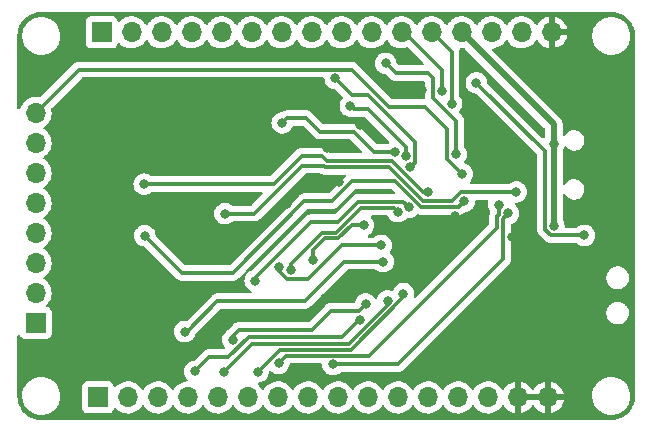
<source format=gbl>
G04 #@! TF.GenerationSoftware,KiCad,Pcbnew,(6.0.6)*
G04 #@! TF.CreationDate,2022-07-13T21:15:32+05:30*
G04 #@! TF.ProjectId,stm32_minimal_dev,73746d33-325f-46d6-996e-696d616c5f64,rev?*
G04 #@! TF.SameCoordinates,Original*
G04 #@! TF.FileFunction,Copper,L2,Bot*
G04 #@! TF.FilePolarity,Positive*
%FSLAX46Y46*%
G04 Gerber Fmt 4.6, Leading zero omitted, Abs format (unit mm)*
G04 Created by KiCad (PCBNEW (6.0.6)) date 2022-07-13 21:15:32*
%MOMM*%
%LPD*%
G01*
G04 APERTURE LIST*
G04 #@! TA.AperFunction,ComponentPad*
%ADD10R,1.700000X1.700000*%
G04 #@! TD*
G04 #@! TA.AperFunction,ComponentPad*
%ADD11O,1.700000X1.700000*%
G04 #@! TD*
G04 #@! TA.AperFunction,ViaPad*
%ADD12C,0.800000*%
G04 #@! TD*
G04 #@! TA.AperFunction,Conductor*
%ADD13C,0.500000*%
G04 #@! TD*
G04 #@! TA.AperFunction,Conductor*
%ADD14C,0.300000*%
G04 #@! TD*
G04 APERTURE END LIST*
D10*
X126568200Y-97952800D03*
D11*
X126568200Y-95412800D03*
X126568200Y-92872800D03*
X126568200Y-90332800D03*
X126568200Y-87792800D03*
X126568200Y-85252800D03*
X126568200Y-82712800D03*
X126568200Y-80172800D03*
D10*
X131851400Y-104267000D03*
D11*
X134391400Y-104267000D03*
X136931400Y-104267000D03*
X139471400Y-104267000D03*
X142011400Y-104267000D03*
X144551400Y-104267000D03*
X147091400Y-104267000D03*
X149631400Y-104267000D03*
X152171400Y-104267000D03*
X154711400Y-104267000D03*
X157251400Y-104267000D03*
X159791400Y-104267000D03*
X162331400Y-104267000D03*
X164871400Y-104267000D03*
X167411400Y-104267000D03*
X169951400Y-104267000D03*
D10*
X132156200Y-73355200D03*
D11*
X134696200Y-73355200D03*
X137236200Y-73355200D03*
X139776200Y-73355200D03*
X142316200Y-73355200D03*
X144856200Y-73355200D03*
X147396200Y-73355200D03*
X149936200Y-73355200D03*
X152476200Y-73355200D03*
X155016200Y-73355200D03*
X157556200Y-73355200D03*
X160096200Y-73355200D03*
X162636200Y-73355200D03*
X165176200Y-73355200D03*
X167716200Y-73355200D03*
X170256200Y-73355200D03*
D12*
X151053800Y-95808800D03*
X152222200Y-86055200D03*
X147878800Y-87858600D03*
X154051000Y-81229200D03*
X174574200Y-78790800D03*
X159276170Y-78224770D03*
X166903400Y-90678000D03*
X167157400Y-83921600D03*
X151206200Y-83108800D03*
X162116784Y-88903778D03*
X170434000Y-82804000D03*
X170441200Y-89738200D03*
X160959800Y-78308200D03*
X163884223Y-77625823D03*
X173024800Y-90551000D03*
X147447000Y-81026000D03*
X156999054Y-83490300D03*
X153212800Y-79578200D03*
X157926987Y-83861710D03*
X145161000Y-94386400D03*
X158154015Y-88173194D03*
X157226000Y-88544400D03*
X148161623Y-93475423D03*
X150063200Y-92633800D03*
X154330400Y-89687400D03*
X155829000Y-91389200D03*
X147201508Y-93197603D03*
X155986870Y-92766270D03*
X139192000Y-98702300D03*
X143259423Y-99393623D03*
X154498923Y-96358323D03*
X154001603Y-97676855D03*
X140055600Y-102057200D03*
X156365823Y-96091623D03*
X142544800Y-102082600D03*
X157712023Y-95482023D03*
X145389600Y-102082600D03*
X166594812Y-88693012D03*
X151739600Y-101472500D03*
X165760400Y-87943512D03*
X147138777Y-101393377D03*
X135813800Y-90576400D03*
X162840883Y-87674531D03*
X167259000Y-86868000D03*
X142595600Y-88696800D03*
X159800677Y-86888500D03*
X135763000Y-86207600D03*
X162701244Y-85357699D03*
X162179920Y-83693000D03*
X156210000Y-75971400D03*
X151942800Y-77254300D03*
X158307859Y-84785798D03*
X161794577Y-79403823D03*
D13*
X162636200Y-73355200D02*
X170434000Y-81153000D01*
X170434000Y-89731000D02*
X170441200Y-89738200D01*
X170434000Y-81153000D02*
X170434000Y-82804000D01*
X170434000Y-82804000D02*
X170434000Y-89731000D01*
D14*
X157759400Y-73355200D02*
X157556200Y-73355200D01*
X160959800Y-78308200D02*
X160959800Y-76555600D01*
X160959800Y-76555600D02*
X157759400Y-73355200D01*
X169691200Y-90048861D02*
X170193339Y-90551000D01*
X170193339Y-90551000D02*
X173024800Y-90551000D01*
X163884223Y-77625823D02*
X169691200Y-83432800D01*
X169691200Y-83432800D02*
X169691200Y-90048861D01*
X150622000Y-81762600D02*
X153523739Y-81762600D01*
X147447000Y-81026000D02*
X147853400Y-80619600D01*
X155251439Y-83490300D02*
X156999054Y-83490300D01*
X149479000Y-80619600D02*
X150622000Y-81762600D01*
X147853400Y-80619600D02*
X149479000Y-80619600D01*
X153523739Y-81762600D02*
X155251439Y-83490300D01*
X157926987Y-83073687D02*
X157926987Y-83861710D01*
X153517600Y-79883000D02*
X154736300Y-79883000D01*
X153212800Y-79578200D02*
X153517600Y-79883000D01*
X154736300Y-79883000D02*
X157926987Y-83073687D01*
X149885400Y-89433400D02*
X152154188Y-89433400D01*
X145161000Y-94386400D02*
X145161000Y-94157800D01*
X145161000Y-94157800D02*
X149885400Y-89433400D01*
X153898788Y-87688800D02*
X157669621Y-87688800D01*
X157669621Y-87688800D02*
X158154015Y-88173194D01*
X152154188Y-89433400D02*
X153898788Y-87688800D01*
X148161623Y-92990071D02*
X150846694Y-90305000D01*
X154105894Y-88188800D02*
X156870400Y-88188800D01*
X156870400Y-88188800D02*
X157226000Y-88544400D01*
X148161623Y-93475423D02*
X148161623Y-92990071D01*
X151989694Y-90305000D02*
X154105894Y-88188800D01*
X150846694Y-90305000D02*
X151989694Y-90305000D01*
X153314400Y-89687400D02*
X154330400Y-89687400D01*
X152196800Y-90805000D02*
X153314400Y-89687400D01*
X150063200Y-91795600D02*
X151053800Y-90805000D01*
X150063200Y-92633800D02*
X150063200Y-91795600D01*
X151053800Y-90805000D02*
X152196800Y-90805000D01*
X147850962Y-94225423D02*
X149665377Y-94225423D01*
X147201508Y-93197603D02*
X147201508Y-93575969D01*
X152501600Y-91389200D02*
X155829000Y-91389200D01*
X149665377Y-94225423D02*
X152501600Y-91389200D01*
X147201508Y-93575969D02*
X147850962Y-94225423D01*
X139192000Y-98702300D02*
X139371900Y-98702300D01*
X141960600Y-96113600D02*
X149352000Y-96113600D01*
X139371900Y-98702300D02*
X141960600Y-96113600D01*
X152699330Y-92766270D02*
X155986870Y-92766270D01*
X149352000Y-96113600D02*
X152699330Y-92766270D01*
X143259423Y-99393623D02*
X143259423Y-99056577D01*
X149936200Y-98552000D02*
X151557030Y-96931170D01*
X143764000Y-98552000D02*
X149936200Y-98552000D01*
X153926076Y-96931170D02*
X154498923Y-96358323D01*
X143259423Y-99056577D02*
X143764000Y-98552000D01*
X151557030Y-96931170D02*
X153926076Y-96931170D01*
X153935545Y-97676855D02*
X152501600Y-99110800D01*
X154001603Y-97676855D02*
X153935545Y-97676855D01*
X141274800Y-100838000D02*
X140055600Y-102057200D01*
X144602200Y-99110800D02*
X142875000Y-100838000D01*
X152501600Y-99110800D02*
X144602200Y-99110800D01*
X142875000Y-100838000D02*
X141274800Y-100838000D01*
X144904400Y-99723000D02*
X153087294Y-99723000D01*
X153087294Y-99723000D02*
X156365823Y-96444471D01*
X142544800Y-102082600D02*
X144904400Y-99723000D01*
X156365823Y-96444471D02*
X156365823Y-96091623D01*
X147249200Y-100223000D02*
X145389600Y-102082600D01*
X157712023Y-95482023D02*
X157712023Y-95805377D01*
X153294400Y-100223000D02*
X147249200Y-100223000D01*
X157712023Y-95805377D02*
X153294400Y-100223000D01*
X151740100Y-101473000D02*
X157226000Y-101473000D01*
X157226000Y-101473000D02*
X166153400Y-92545600D01*
X166153400Y-89134424D02*
X166594812Y-88693012D01*
X166153400Y-92545600D02*
X166153400Y-89134424D01*
X151739600Y-101472500D02*
X151740100Y-101473000D01*
X165653400Y-88927317D02*
X165760400Y-88820317D01*
X147809154Y-100723000D02*
X154826400Y-100723000D01*
X154826400Y-100723000D02*
X165653400Y-89896000D01*
X165653400Y-89896000D02*
X165653400Y-88927317D01*
X165760400Y-88820317D02*
X165760400Y-87943512D01*
X147138777Y-101393377D02*
X147809154Y-100723000D01*
X135813800Y-90576400D02*
X138963400Y-93726000D01*
X157007082Y-85965600D02*
X159179482Y-88138000D01*
X153372461Y-85965600D02*
X157007082Y-85965600D01*
X138963400Y-93726000D02*
X143256000Y-93726000D01*
X143256000Y-93726000D02*
X149326600Y-87655400D01*
X162377414Y-88138000D02*
X162840883Y-87674531D01*
X159179482Y-88138000D02*
X162377414Y-88138000D01*
X149326600Y-87655400D02*
X151682661Y-87655400D01*
X151682661Y-87655400D02*
X153372461Y-85965600D01*
X142595600Y-88696800D02*
X145084800Y-88696800D01*
X156494800Y-84739800D02*
X159393000Y-87638000D01*
X159393000Y-87638000D02*
X161816753Y-87638000D01*
X161816753Y-87638000D02*
X162586753Y-86868000D01*
X150962432Y-84632800D02*
X151069432Y-84739800D01*
X151069432Y-84739800D02*
X156494800Y-84739800D01*
X162586753Y-86868000D02*
X167259000Y-86868000D01*
X149148800Y-84632800D02*
X150962432Y-84632800D01*
X145084800Y-88696800D02*
X149148800Y-84632800D01*
X149123400Y-83794600D02*
X146710400Y-86207600D01*
X156701906Y-84239800D02*
X151276539Y-84239800D01*
X150831339Y-83794600D02*
X149123400Y-83794600D01*
X159350606Y-86888500D02*
X156701906Y-84239800D01*
X146710400Y-86207600D02*
X135763000Y-86207600D01*
X159800677Y-86888500D02*
X159350606Y-86888500D01*
X151276539Y-84239800D02*
X150831339Y-83794600D01*
X159571720Y-79654400D02*
X156489400Y-79654400D01*
X156489400Y-79654400D02*
X153339800Y-76504800D01*
X162701244Y-85357699D02*
X161429920Y-84086375D01*
X161429920Y-84086375D02*
X161429920Y-81512600D01*
X153339800Y-76504800D02*
X130236200Y-76504800D01*
X161429920Y-81512600D02*
X159571720Y-79654400D01*
X130236200Y-76504800D02*
X126568200Y-80172800D01*
X156210000Y-75971400D02*
X157048200Y-76809600D01*
X159766000Y-76809600D02*
X160209800Y-77253400D01*
X160209800Y-78879707D02*
X162179920Y-80849827D01*
X160209800Y-77253400D02*
X160209800Y-78879707D01*
X162179920Y-80849827D02*
X162179920Y-83693000D01*
X157048200Y-76809600D02*
X159766000Y-76809600D01*
X158676987Y-84416670D02*
X158307859Y-84785798D01*
X151942800Y-77254300D02*
X153377700Y-78689200D01*
X158676987Y-82680187D02*
X158676987Y-84416670D01*
X153377700Y-78689200D02*
X154686000Y-78689200D01*
X154686000Y-78689200D02*
X158676987Y-82680187D01*
X161794577Y-75053577D02*
X161794577Y-79403823D01*
X160096200Y-73355200D02*
X161794577Y-75053577D01*
G04 #@! TA.AperFunction,Conductor*
G36*
X175280818Y-71630000D02*
G01*
X175295651Y-71632310D01*
X175295655Y-71632310D01*
X175304524Y-71633691D01*
X175313426Y-71632527D01*
X175313429Y-71632527D01*
X175320812Y-71631561D01*
X175345391Y-71630767D01*
X175372242Y-71632527D01*
X175567722Y-71645340D01*
X175584062Y-71647491D01*
X175706278Y-71671801D01*
X175828496Y-71696112D01*
X175844406Y-71700375D01*
X176080400Y-71780484D01*
X176095626Y-71786791D01*
X176319142Y-71897016D01*
X176333416Y-71905257D01*
X176540629Y-72043713D01*
X176553705Y-72053746D01*
X176741078Y-72218068D01*
X176752732Y-72229722D01*
X176917054Y-72417095D01*
X176927087Y-72430171D01*
X177065543Y-72637384D01*
X177073784Y-72651658D01*
X177184009Y-72875174D01*
X177190315Y-72890398D01*
X177270425Y-73126394D01*
X177274688Y-73142304D01*
X177279446Y-73166221D01*
X177323309Y-73386738D01*
X177325460Y-73403078D01*
X177339563Y-73618236D01*
X177338533Y-73641350D01*
X177338490Y-73644854D01*
X177337109Y-73653724D01*
X177338273Y-73662626D01*
X177338273Y-73662628D01*
X177341236Y-73685283D01*
X177342300Y-73701621D01*
X177342300Y-104090633D01*
X177340800Y-104110018D01*
X177338490Y-104124851D01*
X177338490Y-104124855D01*
X177337109Y-104133724D01*
X177338273Y-104142626D01*
X177338273Y-104142629D01*
X177339239Y-104150012D01*
X177340033Y-104174591D01*
X177325460Y-104396922D01*
X177323309Y-104413262D01*
X177314193Y-104459092D01*
X177278489Y-104638591D01*
X177274689Y-104657693D01*
X177270425Y-104673606D01*
X177199815Y-104881616D01*
X177190316Y-104909600D01*
X177184009Y-104924826D01*
X177073784Y-105148342D01*
X177065543Y-105162616D01*
X176927087Y-105369829D01*
X176917054Y-105382905D01*
X176752732Y-105570278D01*
X176741078Y-105581932D01*
X176553705Y-105746254D01*
X176540629Y-105756287D01*
X176333416Y-105894743D01*
X176319142Y-105902984D01*
X176095626Y-106013209D01*
X176080402Y-106019515D01*
X175844406Y-106099625D01*
X175828496Y-106103888D01*
X175706278Y-106128199D01*
X175584062Y-106152509D01*
X175567722Y-106154660D01*
X175418934Y-106164413D01*
X175352563Y-106168763D01*
X175329450Y-106167733D01*
X175325946Y-106167690D01*
X175317076Y-106166309D01*
X175308174Y-106167473D01*
X175308172Y-106167473D01*
X175294616Y-106169246D01*
X175285514Y-106170436D01*
X175269179Y-106171500D01*
X127100167Y-106171500D01*
X127080782Y-106170000D01*
X127065949Y-106167690D01*
X127065945Y-106167690D01*
X127057076Y-106166309D01*
X127040709Y-106168449D01*
X127016191Y-106169246D01*
X126795496Y-106154874D01*
X126779258Y-106152750D01*
X126536319Y-106104743D01*
X126520493Y-106100531D01*
X126403160Y-106060976D01*
X126285824Y-106021419D01*
X126270682Y-106015191D01*
X126048262Y-105906314D01*
X126034052Y-105898173D01*
X125827633Y-105761369D01*
X125814599Y-105751454D01*
X125627664Y-105589032D01*
X125616026Y-105577510D01*
X125610048Y-105570767D01*
X125451739Y-105392218D01*
X125441694Y-105379285D01*
X125338766Y-105227316D01*
X125302822Y-105174245D01*
X125294540Y-105160120D01*
X125292346Y-105155750D01*
X125183432Y-104938799D01*
X125177053Y-104923720D01*
X125095591Y-104689859D01*
X125091221Y-104674077D01*
X125040778Y-104431635D01*
X125038491Y-104415419D01*
X125022433Y-104201926D01*
X125023228Y-104179017D01*
X125023236Y-104175404D01*
X125024528Y-104166519D01*
X125020789Y-104140000D01*
X125437326Y-104140000D01*
X125457191Y-104392403D01*
X125458345Y-104397210D01*
X125458346Y-104397216D01*
X125473201Y-104459092D01*
X125516295Y-104638591D01*
X125518188Y-104643162D01*
X125518189Y-104643164D01*
X125583387Y-104800565D01*
X125613184Y-104872502D01*
X125745472Y-105088376D01*
X125909902Y-105280898D01*
X126102424Y-105445328D01*
X126318298Y-105577616D01*
X126322868Y-105579509D01*
X126322872Y-105579511D01*
X126547636Y-105672611D01*
X126552209Y-105674505D01*
X126636832Y-105694821D01*
X126793584Y-105732454D01*
X126793590Y-105732455D01*
X126798397Y-105733609D01*
X126898216Y-105741465D01*
X126985145Y-105748307D01*
X126985152Y-105748307D01*
X126987601Y-105748500D01*
X127113999Y-105748500D01*
X127116448Y-105748307D01*
X127116455Y-105748307D01*
X127203384Y-105741465D01*
X127303203Y-105733609D01*
X127308010Y-105732455D01*
X127308016Y-105732454D01*
X127464768Y-105694821D01*
X127549391Y-105674505D01*
X127553964Y-105672611D01*
X127778728Y-105579511D01*
X127778732Y-105579509D01*
X127783302Y-105577616D01*
X127999176Y-105445328D01*
X128191698Y-105280898D01*
X128356128Y-105088376D01*
X128488416Y-104872502D01*
X128518214Y-104800565D01*
X128583411Y-104643164D01*
X128583412Y-104643162D01*
X128585305Y-104638591D01*
X128628399Y-104459092D01*
X128643254Y-104397216D01*
X128643255Y-104397210D01*
X128644409Y-104392403D01*
X128664274Y-104140000D01*
X128644409Y-103887597D01*
X128585305Y-103641409D01*
X128579674Y-103627814D01*
X128490311Y-103412072D01*
X128490309Y-103412068D01*
X128488416Y-103407498D01*
X128356128Y-103191624D01*
X128191698Y-102999102D01*
X127999176Y-102834672D01*
X127783302Y-102702384D01*
X127778732Y-102700491D01*
X127778728Y-102700489D01*
X127553964Y-102607389D01*
X127553962Y-102607388D01*
X127549391Y-102605495D01*
X127464768Y-102585179D01*
X127308016Y-102547546D01*
X127308010Y-102547545D01*
X127303203Y-102546391D01*
X127203384Y-102538535D01*
X127116455Y-102531693D01*
X127116448Y-102531693D01*
X127113999Y-102531500D01*
X126987601Y-102531500D01*
X126985152Y-102531693D01*
X126985145Y-102531693D01*
X126898216Y-102538535D01*
X126798397Y-102546391D01*
X126793590Y-102547545D01*
X126793584Y-102547546D01*
X126636832Y-102585179D01*
X126552209Y-102605495D01*
X126547638Y-102607388D01*
X126547636Y-102607389D01*
X126322872Y-102700489D01*
X126322868Y-102700491D01*
X126318298Y-102702384D01*
X126102424Y-102834672D01*
X125909902Y-102999102D01*
X125745472Y-103191624D01*
X125613184Y-103407498D01*
X125611291Y-103412068D01*
X125611289Y-103412072D01*
X125521926Y-103627814D01*
X125516295Y-103641409D01*
X125457191Y-103887597D01*
X125437326Y-104140000D01*
X125020789Y-104140000D01*
X125020534Y-104138189D01*
X125019300Y-104120599D01*
X125019300Y-99082257D01*
X125039302Y-99014136D01*
X125092958Y-98967643D01*
X125163232Y-98957539D01*
X125227812Y-98987033D01*
X125259992Y-99033297D01*
X125260123Y-99033225D01*
X125260793Y-99034448D01*
X125263282Y-99038027D01*
X125267585Y-99049505D01*
X125354939Y-99166061D01*
X125471495Y-99253415D01*
X125607884Y-99304545D01*
X125670066Y-99311300D01*
X127466334Y-99311300D01*
X127528516Y-99304545D01*
X127664905Y-99253415D01*
X127781461Y-99166061D01*
X127868815Y-99049505D01*
X127919945Y-98913116D01*
X127926700Y-98850934D01*
X127926700Y-97054666D01*
X127919945Y-96992484D01*
X127868815Y-96856095D01*
X127781461Y-96739539D01*
X127664905Y-96652185D01*
X127612241Y-96632442D01*
X127546403Y-96607760D01*
X127489639Y-96565118D01*
X127464939Y-96498556D01*
X127480147Y-96429208D01*
X127501693Y-96400527D01*
X127522112Y-96380179D01*
X127606296Y-96296289D01*
X127622200Y-96274157D01*
X127733635Y-96119077D01*
X127736653Y-96114877D01*
X127784055Y-96018967D01*
X127833336Y-95919253D01*
X127833337Y-95919251D01*
X127835630Y-95914611D01*
X127892947Y-95725959D01*
X127899065Y-95705823D01*
X127899065Y-95705821D01*
X127900570Y-95700869D01*
X127929729Y-95479390D01*
X127930309Y-95455654D01*
X127931274Y-95416165D01*
X127931274Y-95416161D01*
X127931356Y-95412800D01*
X127913052Y-95190161D01*
X127858631Y-94973502D01*
X127769554Y-94768640D01*
X127686105Y-94639647D01*
X127651022Y-94585417D01*
X127651020Y-94585414D01*
X127648214Y-94581077D01*
X127497870Y-94415851D01*
X127493819Y-94412652D01*
X127493815Y-94412648D01*
X127326614Y-94280600D01*
X127326610Y-94280598D01*
X127322559Y-94277398D01*
X127281253Y-94254596D01*
X127231284Y-94204164D01*
X127216512Y-94134721D01*
X127241628Y-94068316D01*
X127268980Y-94041709D01*
X127330342Y-93997940D01*
X127448060Y-93913973D01*
X127490622Y-93871560D01*
X127602635Y-93759937D01*
X127606296Y-93756289D01*
X127665794Y-93673489D01*
X127733635Y-93579077D01*
X127736653Y-93574877D01*
X127752329Y-93543160D01*
X127833336Y-93379253D01*
X127833337Y-93379251D01*
X127835630Y-93374611D01*
X127896634Y-93173824D01*
X127899065Y-93165823D01*
X127899065Y-93165821D01*
X127900570Y-93160869D01*
X127929729Y-92939390D01*
X127929811Y-92936040D01*
X127931274Y-92876165D01*
X127931274Y-92876161D01*
X127931356Y-92872800D01*
X127913052Y-92650161D01*
X127858631Y-92433502D01*
X127769554Y-92228640D01*
X127690829Y-92106949D01*
X127651022Y-92045417D01*
X127651020Y-92045414D01*
X127648214Y-92041077D01*
X127497870Y-91875851D01*
X127493819Y-91872652D01*
X127493815Y-91872648D01*
X127326614Y-91740600D01*
X127326610Y-91740598D01*
X127322559Y-91737398D01*
X127281253Y-91714596D01*
X127231284Y-91664164D01*
X127216512Y-91594721D01*
X127241628Y-91528316D01*
X127268980Y-91501709D01*
X127330078Y-91458128D01*
X127448060Y-91373973D01*
X127606296Y-91216289D01*
X127611175Y-91209500D01*
X127733635Y-91039077D01*
X127736653Y-91034877D01*
X127747999Y-91011921D01*
X127833336Y-90839253D01*
X127833337Y-90839251D01*
X127835630Y-90834611D01*
X127883986Y-90675453D01*
X127899065Y-90625823D01*
X127899065Y-90625821D01*
X127900570Y-90620869D01*
X127929729Y-90399390D01*
X127930324Y-90375033D01*
X127931274Y-90336165D01*
X127931274Y-90336161D01*
X127931356Y-90332800D01*
X127913052Y-90110161D01*
X127858631Y-89893502D01*
X127769554Y-89688640D01*
X127688215Y-89562909D01*
X127651022Y-89505417D01*
X127651020Y-89505414D01*
X127648214Y-89501077D01*
X127497870Y-89335851D01*
X127493819Y-89332652D01*
X127493815Y-89332648D01*
X127326614Y-89200600D01*
X127326610Y-89200598D01*
X127322559Y-89197398D01*
X127281253Y-89174596D01*
X127231284Y-89124164D01*
X127216512Y-89054721D01*
X127241628Y-88988316D01*
X127268980Y-88961709D01*
X127335361Y-88914360D01*
X127448060Y-88833973D01*
X127487158Y-88795012D01*
X127554878Y-88727528D01*
X127606296Y-88676289D01*
X127627135Y-88647289D01*
X127733635Y-88499077D01*
X127736653Y-88494877D01*
X127743781Y-88480456D01*
X127833336Y-88299253D01*
X127833337Y-88299251D01*
X127835630Y-88294611D01*
X127876572Y-88159856D01*
X127899065Y-88085823D01*
X127899065Y-88085821D01*
X127900570Y-88080869D01*
X127929729Y-87859390D01*
X127930496Y-87828006D01*
X127931274Y-87796165D01*
X127931274Y-87796161D01*
X127931356Y-87792800D01*
X127913052Y-87570161D01*
X127858631Y-87353502D01*
X127769554Y-87148640D01*
X127714103Y-87062926D01*
X127651022Y-86965417D01*
X127651020Y-86965414D01*
X127648214Y-86961077D01*
X127497870Y-86795851D01*
X127493819Y-86792652D01*
X127493815Y-86792648D01*
X127326614Y-86660600D01*
X127326610Y-86660598D01*
X127322559Y-86657398D01*
X127281253Y-86634596D01*
X127231284Y-86584164D01*
X127216512Y-86514721D01*
X127241628Y-86448316D01*
X127268980Y-86421709D01*
X127328153Y-86379501D01*
X127448060Y-86293973D01*
X127490600Y-86251582D01*
X127602635Y-86139937D01*
X127606296Y-86136289D01*
X127616294Y-86122376D01*
X127733635Y-85959077D01*
X127736653Y-85954877D01*
X127766423Y-85894643D01*
X127833336Y-85759253D01*
X127833337Y-85759251D01*
X127835630Y-85754611D01*
X127900570Y-85540869D01*
X127929729Y-85319390D01*
X127929811Y-85316040D01*
X127931274Y-85256165D01*
X127931274Y-85256161D01*
X127931356Y-85252800D01*
X127913052Y-85030161D01*
X127858631Y-84813502D01*
X127769554Y-84608640D01*
X127714397Y-84523380D01*
X127651022Y-84425417D01*
X127651020Y-84425414D01*
X127648214Y-84421077D01*
X127497870Y-84255851D01*
X127493819Y-84252652D01*
X127493815Y-84252648D01*
X127326614Y-84120600D01*
X127326610Y-84120598D01*
X127322559Y-84117398D01*
X127281253Y-84094596D01*
X127231284Y-84044164D01*
X127216512Y-83974721D01*
X127241628Y-83908316D01*
X127268980Y-83881709D01*
X127312803Y-83850450D01*
X127448060Y-83753973D01*
X127496643Y-83705560D01*
X127602635Y-83599937D01*
X127606296Y-83596289D01*
X127631440Y-83561298D01*
X127733635Y-83419077D01*
X127736653Y-83414877D01*
X127753705Y-83380376D01*
X127833336Y-83219253D01*
X127833337Y-83219251D01*
X127835630Y-83214611D01*
X127885187Y-83051500D01*
X127899065Y-83005823D01*
X127899065Y-83005821D01*
X127900570Y-83000869D01*
X127929729Y-82779390D01*
X127930377Y-82752886D01*
X127931274Y-82716165D01*
X127931274Y-82716161D01*
X127931356Y-82712800D01*
X127913052Y-82490161D01*
X127858631Y-82273502D01*
X127769554Y-82068640D01*
X127730106Y-82007662D01*
X127651022Y-81885417D01*
X127651020Y-81885414D01*
X127648214Y-81881077D01*
X127497870Y-81715851D01*
X127493819Y-81712652D01*
X127493815Y-81712648D01*
X127326614Y-81580600D01*
X127326610Y-81580598D01*
X127322559Y-81577398D01*
X127281253Y-81554596D01*
X127231284Y-81504164D01*
X127216512Y-81434721D01*
X127241628Y-81368316D01*
X127268980Y-81341709D01*
X127330115Y-81298102D01*
X127448060Y-81213973D01*
X127457624Y-81204443D01*
X127550018Y-81112371D01*
X127606296Y-81056289D01*
X127665794Y-80973489D01*
X127733635Y-80879077D01*
X127736653Y-80874877D01*
X127756312Y-80835101D01*
X127833336Y-80679253D01*
X127833337Y-80679251D01*
X127835630Y-80674611D01*
X127880012Y-80528534D01*
X127899065Y-80465823D01*
X127899065Y-80465821D01*
X127900570Y-80460869D01*
X127929729Y-80239390D01*
X127929905Y-80232197D01*
X127931274Y-80176165D01*
X127931274Y-80176161D01*
X127931356Y-80172800D01*
X127913052Y-79950161D01*
X127892119Y-79866822D01*
X127894923Y-79795881D01*
X127925228Y-79747032D01*
X130472054Y-77200205D01*
X130534366Y-77166180D01*
X130561149Y-77163300D01*
X150906280Y-77163300D01*
X150974401Y-77183302D01*
X151020894Y-77236958D01*
X151031590Y-77276129D01*
X151048238Y-77434523D01*
X151049258Y-77444228D01*
X151108273Y-77625856D01*
X151203760Y-77791244D01*
X151331547Y-77933166D01*
X151486048Y-78045418D01*
X151492076Y-78048102D01*
X151492078Y-78048103D01*
X151654481Y-78120409D01*
X151660512Y-78123094D01*
X151753913Y-78142947D01*
X151840856Y-78161428D01*
X151840861Y-78161428D01*
X151847313Y-78162800D01*
X151867850Y-78162800D01*
X151935971Y-78182802D01*
X151956945Y-78199705D01*
X152543071Y-78785831D01*
X152577097Y-78848143D01*
X152572032Y-78918958D01*
X152547616Y-78959231D01*
X152473760Y-79041256D01*
X152378273Y-79206644D01*
X152319258Y-79388272D01*
X152318568Y-79394833D01*
X152318568Y-79394835D01*
X152308019Y-79495201D01*
X152299296Y-79578200D01*
X152319258Y-79768128D01*
X152378273Y-79949756D01*
X152381576Y-79955478D01*
X152381577Y-79955479D01*
X152405880Y-79997573D01*
X152473760Y-80115144D01*
X152478178Y-80120051D01*
X152478179Y-80120052D01*
X152528703Y-80176165D01*
X152601547Y-80257066D01*
X152700643Y-80329064D01*
X152746685Y-80362515D01*
X152756048Y-80369318D01*
X152762076Y-80372002D01*
X152762078Y-80372003D01*
X152921586Y-80443020D01*
X152930512Y-80446994D01*
X153018436Y-80465683D01*
X153110856Y-80485328D01*
X153110861Y-80485328D01*
X153117313Y-80486700D01*
X153218022Y-80486700D01*
X153264408Y-80495549D01*
X153266314Y-80496304D01*
X153273263Y-80500124D01*
X153280942Y-80502096D01*
X153280943Y-80502096D01*
X153294034Y-80505457D01*
X153312736Y-80511859D01*
X153332423Y-80520379D01*
X153340252Y-80521619D01*
X153378048Y-80527605D01*
X153389674Y-80530013D01*
X153426735Y-80539529D01*
X153426736Y-80539529D01*
X153434412Y-80541500D01*
X153455858Y-80541500D01*
X153475568Y-80543051D01*
X153496751Y-80546406D01*
X153542735Y-80542059D01*
X153554594Y-80541500D01*
X154411350Y-80541500D01*
X154479471Y-80561502D01*
X154500445Y-80578405D01*
X156483695Y-82561655D01*
X156517721Y-82623967D01*
X156512656Y-82694782D01*
X156468662Y-82752685D01*
X156431906Y-82779390D01*
X156392891Y-82807736D01*
X156318830Y-82831800D01*
X155576389Y-82831800D01*
X155508268Y-82811798D01*
X155487294Y-82794895D01*
X154047394Y-81354995D01*
X154039404Y-81346215D01*
X154039402Y-81346213D01*
X154035155Y-81339520D01*
X153983481Y-81290995D01*
X153980640Y-81288241D01*
X153960072Y-81267673D01*
X153956565Y-81264953D01*
X153947543Y-81257247D01*
X153919652Y-81231056D01*
X153913872Y-81225628D01*
X153903762Y-81220070D01*
X153895081Y-81215297D01*
X153878557Y-81204443D01*
X153867871Y-81196155D01*
X153861607Y-81191296D01*
X153854335Y-81188149D01*
X153854333Y-81188148D01*
X153819204Y-81172946D01*
X153808544Y-81167724D01*
X153775023Y-81149295D01*
X153775021Y-81149294D01*
X153768076Y-81145476D01*
X153747298Y-81140141D01*
X153728608Y-81133742D01*
X153708915Y-81125220D01*
X153663291Y-81117994D01*
X153651668Y-81115587D01*
X153623667Y-81108398D01*
X153606927Y-81104100D01*
X153585480Y-81104100D01*
X153565770Y-81102549D01*
X153552416Y-81100434D01*
X153544587Y-81099194D01*
X153498598Y-81103541D01*
X153486743Y-81104100D01*
X150946950Y-81104100D01*
X150878829Y-81084098D01*
X150857855Y-81067195D01*
X150002655Y-80211995D01*
X149994665Y-80203215D01*
X149994663Y-80203213D01*
X149990416Y-80196520D01*
X149938742Y-80147995D01*
X149935901Y-80145241D01*
X149915333Y-80124673D01*
X149911826Y-80121953D01*
X149902804Y-80114247D01*
X149896886Y-80108690D01*
X149869133Y-80082628D01*
X149862181Y-80078806D01*
X149850342Y-80072297D01*
X149833818Y-80061443D01*
X149823132Y-80053155D01*
X149816868Y-80048296D01*
X149809596Y-80045149D01*
X149809594Y-80045148D01*
X149774465Y-80029946D01*
X149763805Y-80024724D01*
X149730284Y-80006295D01*
X149730282Y-80006294D01*
X149723337Y-80002476D01*
X149702559Y-79997141D01*
X149683869Y-79990742D01*
X149664176Y-79982220D01*
X149618552Y-79974994D01*
X149606929Y-79972587D01*
X149572661Y-79963789D01*
X149562188Y-79961100D01*
X149540741Y-79961100D01*
X149521031Y-79959549D01*
X149507677Y-79957434D01*
X149499848Y-79956194D01*
X149453859Y-79960541D01*
X149442004Y-79961100D01*
X147935456Y-79961100D01*
X147923600Y-79960541D01*
X147923597Y-79960541D01*
X147915863Y-79958812D01*
X147860846Y-79960541D01*
X147845031Y-79961038D01*
X147841073Y-79961100D01*
X147811968Y-79961100D01*
X147807568Y-79961656D01*
X147795736Y-79962588D01*
X147749569Y-79964038D01*
X147728979Y-79970020D01*
X147709618Y-79974030D01*
X147702630Y-79974912D01*
X147696196Y-79975725D01*
X147696195Y-79975725D01*
X147688336Y-79976718D01*
X147680971Y-79979634D01*
X147680967Y-79979635D01*
X147645379Y-79993726D01*
X147634169Y-79997565D01*
X147589800Y-80010455D01*
X147571343Y-80021371D01*
X147553593Y-80030066D01*
X147533644Y-80037965D01*
X147527233Y-80042623D01*
X147527231Y-80042624D01*
X147496264Y-80065123D01*
X147486346Y-80071638D01*
X147446594Y-80095148D01*
X147445931Y-80094027D01*
X147387396Y-80117007D01*
X147376259Y-80117500D01*
X147351513Y-80117500D01*
X147345061Y-80118872D01*
X147345056Y-80118872D01*
X147258113Y-80137353D01*
X147164712Y-80157206D01*
X147158682Y-80159891D01*
X147158681Y-80159891D01*
X146996278Y-80232197D01*
X146996276Y-80232198D01*
X146990248Y-80234882D01*
X146835747Y-80347134D01*
X146831326Y-80352044D01*
X146831325Y-80352045D01*
X146713615Y-80482776D01*
X146707960Y-80489056D01*
X146612473Y-80654444D01*
X146553458Y-80836072D01*
X146552768Y-80842633D01*
X146552768Y-80842635D01*
X146538553Y-80977888D01*
X146533496Y-81026000D01*
X146534186Y-81032565D01*
X146551902Y-81201120D01*
X146553458Y-81215928D01*
X146612473Y-81397556D01*
X146707960Y-81562944D01*
X146712378Y-81567851D01*
X146712379Y-81567852D01*
X146797912Y-81662846D01*
X146835747Y-81704866D01*
X146895742Y-81748455D01*
X146981507Y-81810767D01*
X146990248Y-81817118D01*
X146996276Y-81819802D01*
X146996278Y-81819803D01*
X147158681Y-81892109D01*
X147164712Y-81894794D01*
X147258112Y-81914647D01*
X147345056Y-81933128D01*
X147345061Y-81933128D01*
X147351513Y-81934500D01*
X147542487Y-81934500D01*
X147548939Y-81933128D01*
X147548944Y-81933128D01*
X147635888Y-81914647D01*
X147729288Y-81894794D01*
X147735319Y-81892109D01*
X147897722Y-81819803D01*
X147897724Y-81819802D01*
X147903752Y-81817118D01*
X147912494Y-81810767D01*
X147998258Y-81748455D01*
X148058253Y-81704866D01*
X148096088Y-81662846D01*
X148181621Y-81567852D01*
X148181622Y-81567851D01*
X148186040Y-81562944D01*
X148281527Y-81397556D01*
X148292052Y-81365162D01*
X148332126Y-81306558D01*
X148397523Y-81278921D01*
X148411885Y-81278100D01*
X149154050Y-81278100D01*
X149222171Y-81298102D01*
X149243145Y-81315005D01*
X150098345Y-82170205D01*
X150106335Y-82178985D01*
X150110584Y-82185680D01*
X150116362Y-82191106D01*
X150116363Y-82191107D01*
X150162257Y-82234204D01*
X150165099Y-82236959D01*
X150185667Y-82257527D01*
X150189170Y-82260244D01*
X150198195Y-82267952D01*
X150231867Y-82299572D01*
X150238818Y-82303393D01*
X150238819Y-82303394D01*
X150250658Y-82309903D01*
X150267182Y-82320757D01*
X150277271Y-82328582D01*
X150284132Y-82333904D01*
X150291404Y-82337051D01*
X150291406Y-82337052D01*
X150326535Y-82352254D01*
X150337195Y-82357476D01*
X150358035Y-82368933D01*
X150377663Y-82379724D01*
X150398441Y-82385059D01*
X150417131Y-82391458D01*
X150436824Y-82399980D01*
X150480596Y-82406913D01*
X150482448Y-82407206D01*
X150494071Y-82409613D01*
X150521235Y-82416587D01*
X150538812Y-82421100D01*
X150560259Y-82421100D01*
X150579969Y-82422651D01*
X150601152Y-82426006D01*
X150647141Y-82421659D01*
X150658996Y-82421100D01*
X153198789Y-82421100D01*
X153266910Y-82441102D01*
X153287884Y-82458005D01*
X154196084Y-83366205D01*
X154230110Y-83428517D01*
X154225045Y-83499332D01*
X154182498Y-83556168D01*
X154115978Y-83580979D01*
X154106989Y-83581300D01*
X151601489Y-83581300D01*
X151533368Y-83561298D01*
X151512394Y-83544395D01*
X151354994Y-83386995D01*
X151347004Y-83378215D01*
X151347002Y-83378213D01*
X151342755Y-83371520D01*
X151336345Y-83365500D01*
X151291082Y-83322996D01*
X151288240Y-83320241D01*
X151267672Y-83299673D01*
X151264165Y-83296953D01*
X151255143Y-83289247D01*
X151221472Y-83257628D01*
X151214520Y-83253806D01*
X151202681Y-83247297D01*
X151186157Y-83236443D01*
X151175471Y-83228155D01*
X151169207Y-83223296D01*
X151161935Y-83220149D01*
X151161933Y-83220148D01*
X151126804Y-83204946D01*
X151116144Y-83199724D01*
X151082623Y-83181295D01*
X151082621Y-83181294D01*
X151075676Y-83177476D01*
X151054898Y-83172141D01*
X151036208Y-83165742D01*
X151016515Y-83157220D01*
X150970891Y-83149994D01*
X150959268Y-83147587D01*
X150925000Y-83138789D01*
X150914527Y-83136100D01*
X150893080Y-83136100D01*
X150873370Y-83134549D01*
X150860016Y-83132434D01*
X150852187Y-83131194D01*
X150806198Y-83135541D01*
X150794343Y-83136100D01*
X149205456Y-83136100D01*
X149193600Y-83135541D01*
X149193597Y-83135541D01*
X149185863Y-83133812D01*
X149130846Y-83135541D01*
X149115031Y-83136038D01*
X149111073Y-83136100D01*
X149081968Y-83136100D01*
X149077568Y-83136656D01*
X149065736Y-83137588D01*
X149019569Y-83139038D01*
X148998979Y-83145020D01*
X148979618Y-83149030D01*
X148972630Y-83149912D01*
X148966196Y-83150725D01*
X148966195Y-83150725D01*
X148958336Y-83151718D01*
X148950971Y-83154634D01*
X148950967Y-83154635D01*
X148915379Y-83168726D01*
X148904169Y-83172565D01*
X148859800Y-83185455D01*
X148841343Y-83196371D01*
X148823593Y-83205066D01*
X148803644Y-83212965D01*
X148797233Y-83217623D01*
X148797231Y-83217624D01*
X148766264Y-83240123D01*
X148756346Y-83246638D01*
X148716593Y-83270148D01*
X148701432Y-83285309D01*
X148686400Y-83298148D01*
X148669043Y-83310759D01*
X148651620Y-83331820D01*
X148639593Y-83346358D01*
X148631603Y-83355138D01*
X146474545Y-85512195D01*
X146412233Y-85546221D01*
X146385450Y-85549100D01*
X136443224Y-85549100D01*
X136375103Y-85529098D01*
X136369163Y-85525036D01*
X136368909Y-85524851D01*
X136255583Y-85442515D01*
X136225094Y-85420363D01*
X136225093Y-85420362D01*
X136219752Y-85416482D01*
X136213724Y-85413798D01*
X136213722Y-85413797D01*
X136051319Y-85341491D01*
X136051318Y-85341491D01*
X136045288Y-85338806D01*
X135951887Y-85318953D01*
X135864944Y-85300472D01*
X135864939Y-85300472D01*
X135858487Y-85299100D01*
X135667513Y-85299100D01*
X135661061Y-85300472D01*
X135661056Y-85300472D01*
X135574113Y-85318953D01*
X135480712Y-85338806D01*
X135474682Y-85341491D01*
X135474681Y-85341491D01*
X135312278Y-85413797D01*
X135312276Y-85413798D01*
X135306248Y-85416482D01*
X135151747Y-85528734D01*
X135147326Y-85533644D01*
X135147325Y-85533645D01*
X135039857Y-85653001D01*
X135023960Y-85670656D01*
X134972808Y-85759253D01*
X134949313Y-85799949D01*
X134928473Y-85836044D01*
X134869458Y-86017672D01*
X134868768Y-86024233D01*
X134868768Y-86024235D01*
X134851437Y-86189134D01*
X134849496Y-86207600D01*
X134850186Y-86214165D01*
X134866158Y-86366127D01*
X134869458Y-86397528D01*
X134928473Y-86579156D01*
X135023960Y-86744544D01*
X135028378Y-86749451D01*
X135028379Y-86749452D01*
X135135120Y-86868000D01*
X135151747Y-86886466D01*
X135306248Y-86998718D01*
X135312276Y-87001402D01*
X135312278Y-87001403D01*
X135474681Y-87073709D01*
X135480712Y-87076394D01*
X135571158Y-87095619D01*
X135661056Y-87114728D01*
X135661061Y-87114728D01*
X135667513Y-87116100D01*
X135858487Y-87116100D01*
X135864939Y-87114728D01*
X135864944Y-87114728D01*
X135954842Y-87095619D01*
X136045288Y-87076394D01*
X136051319Y-87073709D01*
X136213722Y-87001403D01*
X136213724Y-87001402D01*
X136219752Y-86998718D01*
X136273050Y-86959995D01*
X136361722Y-86895570D01*
X136369163Y-86890164D01*
X136436031Y-86866306D01*
X136443224Y-86866100D01*
X145680050Y-86866100D01*
X145748171Y-86886102D01*
X145794664Y-86939758D01*
X145804768Y-87010032D01*
X145775274Y-87074612D01*
X145769145Y-87081195D01*
X144848945Y-88001395D01*
X144786633Y-88035421D01*
X144759850Y-88038300D01*
X143275824Y-88038300D01*
X143207703Y-88018298D01*
X143201763Y-88014236D01*
X143201509Y-88014051D01*
X143113456Y-87950077D01*
X143057694Y-87909563D01*
X143057693Y-87909562D01*
X143052352Y-87905682D01*
X143046324Y-87902998D01*
X143046322Y-87902997D01*
X142883919Y-87830691D01*
X142883918Y-87830691D01*
X142877888Y-87828006D01*
X142784488Y-87808153D01*
X142697544Y-87789672D01*
X142697539Y-87789672D01*
X142691087Y-87788300D01*
X142500113Y-87788300D01*
X142493661Y-87789672D01*
X142493656Y-87789672D01*
X142406712Y-87808153D01*
X142313312Y-87828006D01*
X142307282Y-87830691D01*
X142307281Y-87830691D01*
X142144878Y-87902997D01*
X142144876Y-87902998D01*
X142138848Y-87905682D01*
X141984347Y-88017934D01*
X141979926Y-88022844D01*
X141979925Y-88022845D01*
X141878533Y-88135453D01*
X141856560Y-88159856D01*
X141802421Y-88253628D01*
X141768374Y-88312599D01*
X141761073Y-88325244D01*
X141702058Y-88506872D01*
X141682096Y-88696800D01*
X141682786Y-88703365D01*
X141700155Y-88868618D01*
X141702058Y-88886728D01*
X141761073Y-89068356D01*
X141764376Y-89074078D01*
X141764377Y-89074079D01*
X141768774Y-89081694D01*
X141856560Y-89233744D01*
X141860978Y-89238651D01*
X141860979Y-89238652D01*
X141976514Y-89366967D01*
X141984347Y-89375666D01*
X142032304Y-89410509D01*
X142128293Y-89480249D01*
X142138848Y-89487918D01*
X142144876Y-89490602D01*
X142144878Y-89490603D01*
X142304804Y-89561806D01*
X142313312Y-89565594D01*
X142406712Y-89585447D01*
X142493656Y-89603928D01*
X142493661Y-89603928D01*
X142500113Y-89605300D01*
X142691087Y-89605300D01*
X142697539Y-89603928D01*
X142697544Y-89603928D01*
X142784487Y-89585447D01*
X142877888Y-89565594D01*
X142886396Y-89561806D01*
X143046322Y-89490603D01*
X143046324Y-89490602D01*
X143052352Y-89487918D01*
X143062908Y-89480249D01*
X143158896Y-89410509D01*
X143201763Y-89379364D01*
X143268631Y-89355506D01*
X143275824Y-89355300D01*
X145002744Y-89355300D01*
X145014600Y-89355859D01*
X145014603Y-89355859D01*
X145022337Y-89357588D01*
X145093169Y-89355362D01*
X145097127Y-89355300D01*
X145126232Y-89355300D01*
X145130632Y-89354744D01*
X145142464Y-89353812D01*
X145188631Y-89352362D01*
X145209221Y-89346380D01*
X145228582Y-89342370D01*
X145235570Y-89341488D01*
X145242004Y-89340675D01*
X145242005Y-89340675D01*
X145249864Y-89339682D01*
X145257229Y-89336766D01*
X145257233Y-89336765D01*
X145292821Y-89322674D01*
X145304031Y-89318835D01*
X145348400Y-89305945D01*
X145366865Y-89295025D01*
X145384605Y-89286334D01*
X145404556Y-89278435D01*
X145441929Y-89251282D01*
X145451848Y-89244767D01*
X145484777Y-89225293D01*
X145484781Y-89225290D01*
X145491607Y-89221253D01*
X145506771Y-89206089D01*
X145521805Y-89193248D01*
X145539157Y-89180641D01*
X145568603Y-89145047D01*
X145576592Y-89136268D01*
X149384655Y-85328205D01*
X149446967Y-85294179D01*
X149473750Y-85291300D01*
X150665559Y-85291300D01*
X150728085Y-85308405D01*
X150731564Y-85311104D01*
X150738839Y-85314252D01*
X150738844Y-85314255D01*
X150773967Y-85329454D01*
X150784628Y-85334676D01*
X150825095Y-85356924D01*
X150845873Y-85362259D01*
X150864563Y-85368658D01*
X150884256Y-85377180D01*
X150928028Y-85384113D01*
X150929880Y-85384406D01*
X150941503Y-85386813D01*
X150969504Y-85394002D01*
X150986244Y-85398300D01*
X151007691Y-85398300D01*
X151027401Y-85399851D01*
X151048584Y-85403206D01*
X151094573Y-85398859D01*
X151106428Y-85398300D01*
X152704311Y-85398300D01*
X152772432Y-85418302D01*
X152818925Y-85471958D01*
X152829029Y-85542232D01*
X152799535Y-85606812D01*
X152793406Y-85613395D01*
X151446806Y-86959995D01*
X151384494Y-86994021D01*
X151357711Y-86996900D01*
X149408659Y-86996900D01*
X149396803Y-86996341D01*
X149389063Y-86994611D01*
X149381137Y-86994860D01*
X149381136Y-86994860D01*
X149318211Y-86996838D01*
X149314253Y-86996900D01*
X149285168Y-86996900D01*
X149281237Y-86997397D01*
X149281230Y-86997397D01*
X149280779Y-86997454D01*
X149268943Y-86998386D01*
X149222769Y-86999838D01*
X149202179Y-87005820D01*
X149182818Y-87009830D01*
X149175830Y-87010712D01*
X149169396Y-87011525D01*
X149169395Y-87011525D01*
X149161536Y-87012518D01*
X149154171Y-87015434D01*
X149154167Y-87015435D01*
X149118579Y-87029526D01*
X149107369Y-87033365D01*
X149063000Y-87046255D01*
X149044535Y-87057175D01*
X149026795Y-87065866D01*
X149006844Y-87073765D01*
X148969474Y-87100916D01*
X148959552Y-87107433D01*
X148926623Y-87126907D01*
X148926619Y-87126910D01*
X148919793Y-87130947D01*
X148904629Y-87146111D01*
X148889596Y-87158951D01*
X148872243Y-87171559D01*
X148855042Y-87192352D01*
X148842798Y-87207152D01*
X148834808Y-87215932D01*
X143020145Y-93030595D01*
X142957833Y-93064621D01*
X142931050Y-93067500D01*
X139288350Y-93067500D01*
X139220229Y-93047498D01*
X139199255Y-93030595D01*
X136756770Y-90588110D01*
X136722744Y-90525798D01*
X136720555Y-90512186D01*
X136719613Y-90503218D01*
X136710436Y-90415909D01*
X136708032Y-90393036D01*
X136708032Y-90393035D01*
X136707342Y-90386472D01*
X136701222Y-90367635D01*
X136652805Y-90218626D01*
X136648327Y-90204844D01*
X136552840Y-90039456D01*
X136512200Y-89994320D01*
X136429475Y-89902445D01*
X136429474Y-89902444D01*
X136425053Y-89897534D01*
X136270552Y-89785282D01*
X136264524Y-89782598D01*
X136264522Y-89782597D01*
X136102119Y-89710291D01*
X136102118Y-89710291D01*
X136096088Y-89707606D01*
X135986405Y-89684292D01*
X135915744Y-89669272D01*
X135915739Y-89669272D01*
X135909287Y-89667900D01*
X135718313Y-89667900D01*
X135711861Y-89669272D01*
X135711856Y-89669272D01*
X135641195Y-89684292D01*
X135531512Y-89707606D01*
X135525482Y-89710291D01*
X135525481Y-89710291D01*
X135363078Y-89782597D01*
X135363076Y-89782598D01*
X135357048Y-89785282D01*
X135202547Y-89897534D01*
X135198126Y-89902444D01*
X135198125Y-89902445D01*
X135115401Y-89994320D01*
X135074760Y-90039456D01*
X134979273Y-90204844D01*
X134920258Y-90386472D01*
X134919568Y-90393033D01*
X134919568Y-90393035D01*
X134907045Y-90512186D01*
X134900296Y-90576400D01*
X134900986Y-90582965D01*
X134916899Y-90734365D01*
X134920258Y-90766328D01*
X134979273Y-90947956D01*
X135074760Y-91113344D01*
X135079178Y-91118251D01*
X135079179Y-91118252D01*
X135165787Y-91214440D01*
X135202547Y-91255266D01*
X135273392Y-91306738D01*
X135325784Y-91344803D01*
X135357048Y-91367518D01*
X135363076Y-91370202D01*
X135363078Y-91370203D01*
X135474462Y-91419794D01*
X135531512Y-91445194D01*
X135624913Y-91465047D01*
X135711856Y-91483528D01*
X135711861Y-91483528D01*
X135718313Y-91484900D01*
X135738850Y-91484900D01*
X135806971Y-91504902D01*
X135827945Y-91521805D01*
X138439745Y-94133605D01*
X138447735Y-94142385D01*
X138451984Y-94149080D01*
X138457762Y-94154506D01*
X138457763Y-94154507D01*
X138503657Y-94197604D01*
X138506499Y-94200359D01*
X138527067Y-94220927D01*
X138530570Y-94223644D01*
X138539595Y-94231352D01*
X138573267Y-94262972D01*
X138580218Y-94266793D01*
X138580219Y-94266794D01*
X138592058Y-94273303D01*
X138608582Y-94284157D01*
X138618671Y-94291982D01*
X138625532Y-94297304D01*
X138632804Y-94300451D01*
X138632806Y-94300452D01*
X138667935Y-94315654D01*
X138678595Y-94320876D01*
X138708568Y-94337354D01*
X138719063Y-94343124D01*
X138739841Y-94348459D01*
X138758531Y-94354858D01*
X138778224Y-94363380D01*
X138812963Y-94368882D01*
X138823848Y-94370606D01*
X138835471Y-94373013D01*
X138860154Y-94379350D01*
X138880212Y-94384500D01*
X138901659Y-94384500D01*
X138921369Y-94386051D01*
X138942552Y-94389406D01*
X138988541Y-94385059D01*
X139000396Y-94384500D01*
X143173944Y-94384500D01*
X143185800Y-94385059D01*
X143185803Y-94385059D01*
X143193537Y-94386788D01*
X143264369Y-94384562D01*
X143268327Y-94384500D01*
X143297432Y-94384500D01*
X143301832Y-94383944D01*
X143313664Y-94383012D01*
X143359831Y-94381562D01*
X143380421Y-94375580D01*
X143399782Y-94371570D01*
X143407472Y-94370599D01*
X143413204Y-94369875D01*
X143413205Y-94369875D01*
X143421064Y-94368882D01*
X143428429Y-94365966D01*
X143428433Y-94365965D01*
X143464021Y-94351874D01*
X143475231Y-94348035D01*
X143519600Y-94335145D01*
X143538065Y-94324225D01*
X143555805Y-94315534D01*
X143575756Y-94307635D01*
X143613129Y-94280482D01*
X143623048Y-94273967D01*
X143655977Y-94254493D01*
X143655981Y-94254490D01*
X143662807Y-94250453D01*
X143677971Y-94235289D01*
X143693005Y-94222448D01*
X143710357Y-94209841D01*
X143739803Y-94174247D01*
X143747792Y-94165468D01*
X144257491Y-93655769D01*
X144319803Y-93621743D01*
X144390618Y-93626808D01*
X144400829Y-93634452D01*
X144387324Y-93567806D01*
X144413082Y-93501647D01*
X144423767Y-93489493D01*
X149562455Y-88350805D01*
X149624767Y-88316779D01*
X149651550Y-88313900D01*
X151600605Y-88313900D01*
X151612461Y-88314459D01*
X151612464Y-88314459D01*
X151620198Y-88316188D01*
X151691030Y-88313962D01*
X151694988Y-88313900D01*
X151724093Y-88313900D01*
X151728493Y-88313344D01*
X151740325Y-88312412D01*
X151786492Y-88310962D01*
X151807082Y-88304980D01*
X151826443Y-88300970D01*
X151833431Y-88300088D01*
X151839865Y-88299275D01*
X151839866Y-88299275D01*
X151847725Y-88298282D01*
X151855090Y-88295366D01*
X151855094Y-88295365D01*
X151890682Y-88281274D01*
X151901892Y-88277435D01*
X151946261Y-88264545D01*
X151964726Y-88253625D01*
X151982466Y-88244934D01*
X152002417Y-88237035D01*
X152039790Y-88209882D01*
X152049709Y-88203367D01*
X152082638Y-88183893D01*
X152082642Y-88183890D01*
X152089468Y-88179853D01*
X152104632Y-88164689D01*
X152119666Y-88151848D01*
X152130604Y-88143901D01*
X152137018Y-88139241D01*
X152166464Y-88103647D01*
X152174453Y-88094868D01*
X153608316Y-86661005D01*
X153670628Y-86626979D01*
X153697411Y-86624100D01*
X156682132Y-86624100D01*
X156750253Y-86644102D01*
X156771227Y-86661005D01*
X156925427Y-86815205D01*
X156959453Y-86877517D01*
X156954388Y-86948332D01*
X156911841Y-87005168D01*
X156845321Y-87029979D01*
X156836332Y-87030300D01*
X153980844Y-87030300D01*
X153968988Y-87029741D01*
X153968985Y-87029741D01*
X153961251Y-87028012D01*
X153890419Y-87030238D01*
X153886461Y-87030300D01*
X153857356Y-87030300D01*
X153852956Y-87030856D01*
X153841124Y-87031788D01*
X153794957Y-87033238D01*
X153774367Y-87039220D01*
X153755006Y-87043230D01*
X153748543Y-87044046D01*
X153741584Y-87044925D01*
X153741583Y-87044925D01*
X153733724Y-87045918D01*
X153726359Y-87048834D01*
X153726355Y-87048835D01*
X153690767Y-87062926D01*
X153679557Y-87066765D01*
X153635188Y-87079655D01*
X153616723Y-87090575D01*
X153598983Y-87099266D01*
X153579032Y-87107165D01*
X153546299Y-87130947D01*
X153541662Y-87134316D01*
X153531740Y-87140833D01*
X153498811Y-87160307D01*
X153498807Y-87160310D01*
X153491981Y-87164347D01*
X153476817Y-87179511D01*
X153461784Y-87192351D01*
X153444431Y-87204959D01*
X153415810Y-87239556D01*
X153414986Y-87240552D01*
X153406996Y-87249332D01*
X151918333Y-88737995D01*
X151856021Y-88772021D01*
X151829238Y-88774900D01*
X149967460Y-88774900D01*
X149955603Y-88774341D01*
X149947863Y-88772611D01*
X149939938Y-88772860D01*
X149939937Y-88772860D01*
X149876999Y-88774838D01*
X149873041Y-88774900D01*
X149843968Y-88774900D01*
X149840034Y-88775397D01*
X149840032Y-88775397D01*
X149839589Y-88775453D01*
X149827754Y-88776385D01*
X149794964Y-88777416D01*
X149789489Y-88777588D01*
X149789488Y-88777588D01*
X149781569Y-88777837D01*
X149771088Y-88780882D01*
X149760971Y-88783821D01*
X149741618Y-88787829D01*
X149738143Y-88788268D01*
X149720336Y-88790518D01*
X149712968Y-88793435D01*
X149712965Y-88793436D01*
X149677382Y-88807525D01*
X149666147Y-88811371D01*
X149629416Y-88822042D01*
X149629413Y-88822043D01*
X149621800Y-88824255D01*
X149603335Y-88835175D01*
X149585595Y-88843866D01*
X149565644Y-88851765D01*
X149528274Y-88878916D01*
X149518352Y-88885433D01*
X149485423Y-88904907D01*
X149485419Y-88904910D01*
X149478593Y-88908947D01*
X149463429Y-88924111D01*
X149448396Y-88936951D01*
X149431043Y-88949559D01*
X149401598Y-88985152D01*
X149393608Y-88993932D01*
X144879403Y-93508137D01*
X144841556Y-93534149D01*
X144710280Y-93592596D01*
X144710277Y-93592598D01*
X144704248Y-93595282D01*
X144698907Y-93599162D01*
X144698906Y-93599163D01*
X144586923Y-93680524D01*
X144520055Y-93704382D01*
X144454864Y-93689223D01*
X144472265Y-93735875D01*
X144457174Y-93805249D01*
X144440222Y-93829174D01*
X144421960Y-93849456D01*
X144399252Y-93888788D01*
X144336233Y-93997940D01*
X144326473Y-94014844D01*
X144267458Y-94196472D01*
X144266768Y-94203033D01*
X144266768Y-94203035D01*
X144258995Y-94276991D01*
X144247496Y-94386400D01*
X144248186Y-94392965D01*
X144265043Y-94553346D01*
X144267458Y-94576328D01*
X144326473Y-94757956D01*
X144329776Y-94763678D01*
X144329777Y-94763679D01*
X144348857Y-94796727D01*
X144421960Y-94923344D01*
X144426378Y-94928251D01*
X144426379Y-94928252D01*
X144543284Y-95058088D01*
X144549747Y-95065266D01*
X144704248Y-95177518D01*
X144710274Y-95180201D01*
X144710281Y-95180205D01*
X144786172Y-95213993D01*
X144840268Y-95259973D01*
X144860918Y-95327900D01*
X144841566Y-95396208D01*
X144788355Y-95443210D01*
X144734924Y-95455100D01*
X142042659Y-95455100D01*
X142030803Y-95454541D01*
X142023063Y-95452811D01*
X142015137Y-95453060D01*
X142015136Y-95453060D01*
X141952211Y-95455038D01*
X141948253Y-95455100D01*
X141919168Y-95455100D01*
X141915237Y-95455597D01*
X141915230Y-95455597D01*
X141914779Y-95455654D01*
X141902943Y-95456586D01*
X141856769Y-95458038D01*
X141836179Y-95464020D01*
X141816818Y-95468030D01*
X141809830Y-95468912D01*
X141803396Y-95469725D01*
X141803395Y-95469725D01*
X141795536Y-95470718D01*
X141788171Y-95473634D01*
X141788167Y-95473635D01*
X141752579Y-95487726D01*
X141741369Y-95491565D01*
X141697000Y-95504455D01*
X141678535Y-95515375D01*
X141660795Y-95524066D01*
X141640844Y-95531965D01*
X141609581Y-95554679D01*
X141603474Y-95559116D01*
X141593552Y-95565633D01*
X141560623Y-95585107D01*
X141560619Y-95585110D01*
X141553793Y-95589147D01*
X141538629Y-95604311D01*
X141523596Y-95617151D01*
X141506243Y-95629759D01*
X141476798Y-95665352D01*
X141468808Y-95674132D01*
X139385145Y-97757795D01*
X139322833Y-97791821D01*
X139287487Y-97793758D01*
X139287487Y-97793800D01*
X139096513Y-97793800D01*
X139090061Y-97795172D01*
X139090056Y-97795172D01*
X139003113Y-97813653D01*
X138909712Y-97833506D01*
X138903682Y-97836191D01*
X138903681Y-97836191D01*
X138741278Y-97908497D01*
X138741276Y-97908498D01*
X138735248Y-97911182D01*
X138729907Y-97915062D01*
X138729906Y-97915063D01*
X138694694Y-97940646D01*
X138580747Y-98023434D01*
X138576326Y-98028344D01*
X138576325Y-98028345D01*
X138521338Y-98089415D01*
X138452960Y-98165356D01*
X138357473Y-98330744D01*
X138298458Y-98512372D01*
X138278496Y-98702300D01*
X138279186Y-98708865D01*
X138295323Y-98862397D01*
X138298458Y-98892228D01*
X138357473Y-99073856D01*
X138452960Y-99239244D01*
X138457378Y-99244151D01*
X138457379Y-99244152D01*
X138511757Y-99304545D01*
X138580747Y-99381166D01*
X138735248Y-99493418D01*
X138741276Y-99496102D01*
X138741278Y-99496103D01*
X138903681Y-99568409D01*
X138909712Y-99571094D01*
X138997853Y-99589829D01*
X139090056Y-99609428D01*
X139090061Y-99609428D01*
X139096513Y-99610800D01*
X139287487Y-99610800D01*
X139293939Y-99609428D01*
X139293944Y-99609428D01*
X139386147Y-99589829D01*
X139474288Y-99571094D01*
X139480319Y-99568409D01*
X139642722Y-99496103D01*
X139642724Y-99496102D01*
X139648752Y-99493418D01*
X139803253Y-99381166D01*
X139872243Y-99304545D01*
X139926621Y-99244152D01*
X139926622Y-99244151D01*
X139931040Y-99239244D01*
X140026527Y-99073856D01*
X140062867Y-98962014D01*
X140093605Y-98911855D01*
X142196455Y-96809005D01*
X142258767Y-96774979D01*
X142285550Y-96772100D01*
X149269944Y-96772100D01*
X149281800Y-96772659D01*
X149281803Y-96772659D01*
X149289537Y-96774388D01*
X149360369Y-96772162D01*
X149364327Y-96772100D01*
X149393432Y-96772100D01*
X149397832Y-96771544D01*
X149409664Y-96770612D01*
X149455831Y-96769162D01*
X149476421Y-96763180D01*
X149495782Y-96759170D01*
X149502770Y-96758288D01*
X149509204Y-96757475D01*
X149509205Y-96757475D01*
X149517064Y-96756482D01*
X149524429Y-96753566D01*
X149524433Y-96753565D01*
X149560021Y-96739474D01*
X149571231Y-96735635D01*
X149615600Y-96722745D01*
X149634065Y-96711825D01*
X149651805Y-96703134D01*
X149671756Y-96695235D01*
X149709129Y-96668082D01*
X149719048Y-96661567D01*
X149751977Y-96642093D01*
X149751981Y-96642090D01*
X149758807Y-96638053D01*
X149773971Y-96622889D01*
X149789005Y-96610048D01*
X149799943Y-96602101D01*
X149806357Y-96597441D01*
X149835803Y-96561847D01*
X149843792Y-96553068D01*
X152935184Y-93461675D01*
X152997496Y-93427649D01*
X153024279Y-93424770D01*
X155306646Y-93424770D01*
X155374767Y-93444772D01*
X155380704Y-93448832D01*
X155387945Y-93454093D01*
X155517998Y-93548582D01*
X155530118Y-93557388D01*
X155536146Y-93560072D01*
X155536148Y-93560073D01*
X155698551Y-93632379D01*
X155704582Y-93635064D01*
X155797983Y-93654917D01*
X155884926Y-93673398D01*
X155884931Y-93673398D01*
X155891383Y-93674770D01*
X156082357Y-93674770D01*
X156088809Y-93673398D01*
X156088814Y-93673398D01*
X156175757Y-93654917D01*
X156269158Y-93635064D01*
X156275189Y-93632379D01*
X156437592Y-93560073D01*
X156437594Y-93560072D01*
X156443622Y-93557388D01*
X156455743Y-93548582D01*
X156511410Y-93508137D01*
X156598123Y-93445136D01*
X156666085Y-93369657D01*
X156721491Y-93308122D01*
X156721492Y-93308121D01*
X156725910Y-93303214D01*
X156787774Y-93196063D01*
X156818093Y-93143549D01*
X156818094Y-93143548D01*
X156821397Y-93137826D01*
X156880412Y-92956198D01*
X156881956Y-92941513D01*
X156899684Y-92772835D01*
X156900374Y-92766270D01*
X156895821Y-92722949D01*
X156881102Y-92582905D01*
X156881102Y-92582903D01*
X156880412Y-92576342D01*
X156821397Y-92394714D01*
X156725910Y-92229326D01*
X156721491Y-92224418D01*
X156602541Y-92092310D01*
X156602538Y-92092307D01*
X156598123Y-92087404D01*
X156592783Y-92083524D01*
X156592495Y-92083265D01*
X156555256Y-92022819D01*
X156556608Y-91951835D01*
X156569204Y-91926816D01*
X156568040Y-91926144D01*
X156660223Y-91766479D01*
X156660224Y-91766478D01*
X156663527Y-91760756D01*
X156722542Y-91579128D01*
X156727883Y-91528316D01*
X156741814Y-91395765D01*
X156742504Y-91389200D01*
X156733426Y-91302831D01*
X156723232Y-91205835D01*
X156723232Y-91205833D01*
X156722542Y-91199272D01*
X156663527Y-91017644D01*
X156568040Y-90852256D01*
X156552153Y-90834611D01*
X156444675Y-90715245D01*
X156444674Y-90715244D01*
X156440253Y-90710334D01*
X156323934Y-90625823D01*
X156291094Y-90601963D01*
X156291093Y-90601962D01*
X156285752Y-90598082D01*
X156279724Y-90595398D01*
X156279722Y-90595397D01*
X156117319Y-90523091D01*
X156117318Y-90523091D01*
X156111288Y-90520406D01*
X156000250Y-90496804D01*
X155930944Y-90482072D01*
X155930939Y-90482072D01*
X155924487Y-90480700D01*
X155733513Y-90480700D01*
X155727061Y-90482072D01*
X155727056Y-90482072D01*
X155657750Y-90496804D01*
X155546712Y-90520406D01*
X155540682Y-90523091D01*
X155540681Y-90523091D01*
X155378278Y-90595397D01*
X155378276Y-90595398D01*
X155372248Y-90598082D01*
X155366907Y-90601962D01*
X155366906Y-90601963D01*
X155334066Y-90625823D01*
X155223092Y-90706451D01*
X155222837Y-90706636D01*
X155155969Y-90730494D01*
X155148776Y-90730700D01*
X154813526Y-90730700D01*
X154745405Y-90710698D01*
X154698912Y-90657042D01*
X154688808Y-90586768D01*
X154718302Y-90522188D01*
X154762277Y-90489593D01*
X154781122Y-90481203D01*
X154781124Y-90481202D01*
X154787152Y-90478518D01*
X154810880Y-90461279D01*
X154842557Y-90438264D01*
X154941653Y-90366266D01*
X154946330Y-90361072D01*
X155065021Y-90229252D01*
X155065022Y-90229251D01*
X155069440Y-90224344D01*
X155137460Y-90106531D01*
X155161623Y-90064679D01*
X155161624Y-90064678D01*
X155164927Y-90058956D01*
X155223942Y-89877328D01*
X155225018Y-89867097D01*
X155243214Y-89693965D01*
X155243904Y-89687400D01*
X155241999Y-89669272D01*
X155224632Y-89504035D01*
X155224632Y-89504033D01*
X155223942Y-89497472D01*
X155164927Y-89315844D01*
X155145013Y-89281351D01*
X155127653Y-89251284D01*
X155069440Y-89150456D01*
X154985840Y-89057608D01*
X154955124Y-88993603D01*
X154963888Y-88923149D01*
X155009350Y-88868618D01*
X155079477Y-88847300D01*
X156279836Y-88847300D01*
X156347957Y-88867302D01*
X156390294Y-88916637D01*
X156391473Y-88915956D01*
X156486960Y-89081344D01*
X156491378Y-89086251D01*
X156491379Y-89086252D01*
X156570867Y-89174532D01*
X156614747Y-89223266D01*
X156684264Y-89273773D01*
X156750820Y-89322129D01*
X156769248Y-89335518D01*
X156775276Y-89338202D01*
X156775278Y-89338203D01*
X156937681Y-89410509D01*
X156943712Y-89413194D01*
X157037113Y-89433047D01*
X157124056Y-89451528D01*
X157124061Y-89451528D01*
X157130513Y-89452900D01*
X157321487Y-89452900D01*
X157327939Y-89451528D01*
X157327944Y-89451528D01*
X157414887Y-89433047D01*
X157508288Y-89413194D01*
X157514319Y-89410509D01*
X157676722Y-89338203D01*
X157676724Y-89338202D01*
X157682752Y-89335518D01*
X157701181Y-89322129D01*
X157767736Y-89273773D01*
X157837253Y-89223266D01*
X157931118Y-89119019D01*
X157991563Y-89081779D01*
X158045440Y-89080240D01*
X158045504Y-89079631D01*
X158050049Y-89080109D01*
X158050950Y-89080083D01*
X158058528Y-89081694D01*
X158249502Y-89081694D01*
X158255954Y-89080322D01*
X158255959Y-89080322D01*
X158359641Y-89058283D01*
X158436303Y-89041988D01*
X158480887Y-89022138D01*
X158604737Y-88966997D01*
X158604739Y-88966996D01*
X158610767Y-88964312D01*
X158618946Y-88958370D01*
X158759929Y-88855939D01*
X158765268Y-88852060D01*
X158792297Y-88822042D01*
X158816999Y-88794607D01*
X158877445Y-88757368D01*
X158941966Y-88756876D01*
X158955911Y-88760456D01*
X158974613Y-88766858D01*
X158994306Y-88775380D01*
X159029045Y-88780882D01*
X159039930Y-88782606D01*
X159051553Y-88785013D01*
X159072995Y-88790518D01*
X159096294Y-88796500D01*
X159117741Y-88796500D01*
X159137451Y-88798051D01*
X159158634Y-88801406D01*
X159204623Y-88797059D01*
X159216478Y-88796500D01*
X162295358Y-88796500D01*
X162307214Y-88797059D01*
X162307217Y-88797059D01*
X162314951Y-88798788D01*
X162385783Y-88796562D01*
X162389741Y-88796500D01*
X162418846Y-88796500D01*
X162423246Y-88795944D01*
X162435078Y-88795012D01*
X162481245Y-88793562D01*
X162501835Y-88787580D01*
X162521196Y-88783570D01*
X162528830Y-88782606D01*
X162534618Y-88781875D01*
X162534619Y-88781875D01*
X162542478Y-88780882D01*
X162549843Y-88777966D01*
X162549847Y-88777965D01*
X162585435Y-88763874D01*
X162596645Y-88760035D01*
X162641014Y-88747145D01*
X162659479Y-88736225D01*
X162677219Y-88727534D01*
X162697170Y-88719635D01*
X162734543Y-88692482D01*
X162744462Y-88685967D01*
X162777391Y-88666493D01*
X162777395Y-88666490D01*
X162784221Y-88662453D01*
X162799385Y-88647289D01*
X162814419Y-88634448D01*
X162825357Y-88626501D01*
X162831771Y-88621841D01*
X162835874Y-88616882D01*
X162898633Y-88585130D01*
X162921535Y-88583031D01*
X162936370Y-88583031D01*
X162942822Y-88581659D01*
X162942827Y-88581659D01*
X163029770Y-88563178D01*
X163123171Y-88543325D01*
X163129202Y-88540640D01*
X163291605Y-88468334D01*
X163291607Y-88468333D01*
X163297635Y-88465649D01*
X163452136Y-88353397D01*
X163487196Y-88314459D01*
X163575504Y-88216383D01*
X163575505Y-88216382D01*
X163579923Y-88211475D01*
X163675410Y-88046087D01*
X163734425Y-87864459D01*
X163738655Y-87824218D01*
X163753697Y-87681096D01*
X163754387Y-87674531D01*
X163753697Y-87667966D01*
X163753697Y-87667961D01*
X163753456Y-87665667D01*
X163753697Y-87664349D01*
X163753697Y-87661360D01*
X163754244Y-87661360D01*
X163766230Y-87595829D01*
X163814733Y-87543984D01*
X163878766Y-87526500D01*
X164767218Y-87526500D01*
X164835339Y-87546502D01*
X164881832Y-87600158D01*
X164891936Y-87670432D01*
X164887051Y-87691436D01*
X164866858Y-87753584D01*
X164866168Y-87760145D01*
X164866168Y-87760147D01*
X164855894Y-87857896D01*
X164846896Y-87943512D01*
X164847586Y-87950077D01*
X164865032Y-88116063D01*
X164866858Y-88133440D01*
X164925873Y-88315068D01*
X165021360Y-88480456D01*
X165039837Y-88500976D01*
X165070553Y-88564980D01*
X165061790Y-88635434D01*
X165056613Y-88645988D01*
X165040097Y-88676028D01*
X165040094Y-88676034D01*
X165036276Y-88682980D01*
X165030941Y-88703758D01*
X165024542Y-88722448D01*
X165016020Y-88742141D01*
X165013187Y-88760027D01*
X165008794Y-88787765D01*
X165006387Y-88799388D01*
X165000571Y-88822042D01*
X164994900Y-88844129D01*
X164994900Y-88865576D01*
X164993349Y-88885286D01*
X164989994Y-88906469D01*
X164992876Y-88936952D01*
X164994341Y-88952455D01*
X164994900Y-88964313D01*
X164994900Y-89571051D01*
X164974898Y-89639172D01*
X164957995Y-89660146D01*
X158812728Y-95805413D01*
X158750417Y-95839438D01*
X158679602Y-95834373D01*
X158622766Y-95791826D01*
X158597955Y-95725306D01*
X158602889Y-95684846D01*
X158602152Y-95684689D01*
X158603526Y-95678228D01*
X158605565Y-95671951D01*
X158609358Y-95635868D01*
X158624837Y-95488588D01*
X158625527Y-95482023D01*
X158620595Y-95435098D01*
X158606255Y-95298658D01*
X158606255Y-95298656D01*
X158605565Y-95292095D01*
X158546550Y-95110467D01*
X158530316Y-95082348D01*
X158454364Y-94950797D01*
X158451063Y-94945079D01*
X158397395Y-94885474D01*
X158327698Y-94808068D01*
X158327697Y-94808067D01*
X158323276Y-94803157D01*
X158168775Y-94690905D01*
X158162747Y-94688221D01*
X158162745Y-94688220D01*
X158000342Y-94615914D01*
X158000341Y-94615914D01*
X157994311Y-94613229D01*
X157900911Y-94593376D01*
X157813967Y-94574895D01*
X157813962Y-94574895D01*
X157807510Y-94573523D01*
X157616536Y-94573523D01*
X157610084Y-94574895D01*
X157610079Y-94574895D01*
X157523135Y-94593376D01*
X157429735Y-94613229D01*
X157423705Y-94615914D01*
X157423704Y-94615914D01*
X157261301Y-94688220D01*
X157261299Y-94688221D01*
X157255271Y-94690905D01*
X157100770Y-94803157D01*
X157096349Y-94808067D01*
X157096348Y-94808068D01*
X157026652Y-94885474D01*
X156972983Y-94945079D01*
X156969682Y-94950797D01*
X156893731Y-95082348D01*
X156877496Y-95110467D01*
X156875455Y-95116749D01*
X156859854Y-95164763D01*
X156819780Y-95223368D01*
X156754383Y-95251005D01*
X156688771Y-95240932D01*
X156654146Y-95225515D01*
X156654138Y-95225512D01*
X156648111Y-95222829D01*
X156554710Y-95202976D01*
X156467767Y-95184495D01*
X156467762Y-95184495D01*
X156461310Y-95183123D01*
X156270336Y-95183123D01*
X156263884Y-95184495D01*
X156263879Y-95184495D01*
X156176936Y-95202976D01*
X156083535Y-95222829D01*
X156077505Y-95225514D01*
X156077504Y-95225514D01*
X155915101Y-95297820D01*
X155915099Y-95297821D01*
X155909071Y-95300505D01*
X155903730Y-95304385D01*
X155903729Y-95304386D01*
X155871365Y-95327900D01*
X155754570Y-95412757D01*
X155750149Y-95417667D01*
X155750148Y-95417668D01*
X155654342Y-95524072D01*
X155626783Y-95554679D01*
X155579908Y-95635868D01*
X155551722Y-95684689D01*
X155531296Y-95720067D01*
X155494156Y-95834373D01*
X155492051Y-95840851D01*
X155451978Y-95899457D01*
X155386581Y-95927094D01*
X155316624Y-95914987D01*
X155263099Y-95864916D01*
X155237963Y-95821379D01*
X155230420Y-95813001D01*
X155114598Y-95684368D01*
X155114597Y-95684367D01*
X155110176Y-95679457D01*
X154993598Y-95594758D01*
X154961017Y-95571086D01*
X154961016Y-95571085D01*
X154955675Y-95567205D01*
X154949647Y-95564521D01*
X154949645Y-95564520D01*
X154787242Y-95492214D01*
X154787241Y-95492214D01*
X154781211Y-95489529D01*
X154661197Y-95464019D01*
X154600867Y-95451195D01*
X154600862Y-95451195D01*
X154594410Y-95449823D01*
X154403436Y-95449823D01*
X154396984Y-95451195D01*
X154396979Y-95451195D01*
X154336649Y-95464019D01*
X154216635Y-95489529D01*
X154210605Y-95492214D01*
X154210604Y-95492214D01*
X154048201Y-95564520D01*
X154048199Y-95564521D01*
X154042171Y-95567205D01*
X154036830Y-95571085D01*
X154036829Y-95571086D01*
X154004248Y-95594758D01*
X153887670Y-95679457D01*
X153883249Y-95684367D01*
X153883248Y-95684368D01*
X153767427Y-95813001D01*
X153759883Y-95821379D01*
X153664396Y-95986767D01*
X153605381Y-96168395D01*
X153604856Y-96173388D01*
X153571404Y-96235344D01*
X153509253Y-96269663D01*
X153481889Y-96272670D01*
X151639089Y-96272670D01*
X151627233Y-96272111D01*
X151619493Y-96270381D01*
X151611567Y-96270630D01*
X151611566Y-96270630D01*
X151548641Y-96272608D01*
X151544683Y-96272670D01*
X151515598Y-96272670D01*
X151511667Y-96273167D01*
X151511660Y-96273167D01*
X151511209Y-96273224D01*
X151499373Y-96274156D01*
X151453199Y-96275608D01*
X151432609Y-96281590D01*
X151413248Y-96285600D01*
X151406260Y-96286482D01*
X151399826Y-96287295D01*
X151399825Y-96287295D01*
X151391966Y-96288288D01*
X151384601Y-96291204D01*
X151384597Y-96291205D01*
X151349009Y-96305296D01*
X151337799Y-96309135D01*
X151293430Y-96322025D01*
X151274965Y-96332945D01*
X151257225Y-96341636D01*
X151237274Y-96349535D01*
X151199904Y-96376686D01*
X151189982Y-96383203D01*
X151157053Y-96402677D01*
X151157049Y-96402680D01*
X151150223Y-96406717D01*
X151135059Y-96421881D01*
X151120026Y-96434721D01*
X151102673Y-96447329D01*
X151076203Y-96479326D01*
X151073228Y-96482922D01*
X151065238Y-96491702D01*
X149700345Y-97856595D01*
X149638033Y-97890621D01*
X149611250Y-97893500D01*
X143846059Y-97893500D01*
X143834203Y-97892941D01*
X143826463Y-97891211D01*
X143818537Y-97891460D01*
X143818536Y-97891460D01*
X143755611Y-97893438D01*
X143751653Y-97893500D01*
X143722568Y-97893500D01*
X143718637Y-97893997D01*
X143718630Y-97893997D01*
X143718179Y-97894054D01*
X143706343Y-97894986D01*
X143660169Y-97896438D01*
X143639579Y-97902420D01*
X143620218Y-97906430D01*
X143613230Y-97907312D01*
X143606796Y-97908125D01*
X143606795Y-97908125D01*
X143598936Y-97909118D01*
X143591571Y-97912034D01*
X143591567Y-97912035D01*
X143555979Y-97926126D01*
X143544769Y-97929965D01*
X143500400Y-97942855D01*
X143481935Y-97953775D01*
X143464195Y-97962466D01*
X143444244Y-97970365D01*
X143406874Y-97997516D01*
X143396952Y-98004033D01*
X143364023Y-98023507D01*
X143364019Y-98023510D01*
X143357193Y-98027547D01*
X143342029Y-98042711D01*
X143326996Y-98055551D01*
X143309643Y-98068159D01*
X143280198Y-98103752D01*
X143272208Y-98112532D01*
X142851818Y-98532922D01*
X142843038Y-98540912D01*
X142843036Y-98540914D01*
X142836343Y-98545161D01*
X142830917Y-98550939D01*
X142830916Y-98550940D01*
X142787819Y-98596834D01*
X142785064Y-98599676D01*
X142764496Y-98620244D01*
X142761779Y-98623747D01*
X142754070Y-98632773D01*
X142747319Y-98639962D01*
X142729530Y-98655645D01*
X142648170Y-98714757D01*
X142520383Y-98856679D01*
X142424896Y-99022067D01*
X142365881Y-99203695D01*
X142365191Y-99210256D01*
X142365191Y-99210258D01*
X142362145Y-99239244D01*
X142345919Y-99393623D01*
X142346609Y-99400188D01*
X142364290Y-99568409D01*
X142365881Y-99583551D01*
X142424896Y-99765179D01*
X142520383Y-99930567D01*
X142555161Y-99969192D01*
X142585877Y-100033198D01*
X142577112Y-100103651D01*
X142531649Y-100158182D01*
X142461523Y-100179500D01*
X141356856Y-100179500D01*
X141345000Y-100178941D01*
X141344997Y-100178941D01*
X141337263Y-100177212D01*
X141282246Y-100178941D01*
X141266431Y-100179438D01*
X141262473Y-100179500D01*
X141233368Y-100179500D01*
X141228968Y-100180056D01*
X141217136Y-100180988D01*
X141170969Y-100182438D01*
X141150379Y-100188420D01*
X141131018Y-100192430D01*
X141124030Y-100193312D01*
X141117596Y-100194125D01*
X141117595Y-100194125D01*
X141109736Y-100195118D01*
X141102371Y-100198034D01*
X141102367Y-100198035D01*
X141066779Y-100212126D01*
X141055569Y-100215965D01*
X141011200Y-100228855D01*
X140992743Y-100239771D01*
X140974993Y-100248466D01*
X140955044Y-100256365D01*
X140948633Y-100261023D01*
X140948631Y-100261024D01*
X140917664Y-100283523D01*
X140907746Y-100290038D01*
X140867993Y-100313548D01*
X140852832Y-100328709D01*
X140837800Y-100341548D01*
X140820443Y-100354159D01*
X140797825Y-100381500D01*
X140790998Y-100389752D01*
X140783008Y-100398533D01*
X140069744Y-101111796D01*
X140007432Y-101145821D01*
X139980649Y-101148700D01*
X139960113Y-101148700D01*
X139953661Y-101150072D01*
X139953656Y-101150072D01*
X139866713Y-101168553D01*
X139773312Y-101188406D01*
X139767282Y-101191091D01*
X139767281Y-101191091D01*
X139604878Y-101263397D01*
X139604876Y-101263398D01*
X139598848Y-101266082D01*
X139593507Y-101269962D01*
X139593506Y-101269963D01*
X139563888Y-101291482D01*
X139444347Y-101378334D01*
X139439926Y-101383244D01*
X139439925Y-101383245D01*
X139359560Y-101472500D01*
X139316560Y-101520256D01*
X139221073Y-101685644D01*
X139162058Y-101867272D01*
X139161368Y-101873833D01*
X139161368Y-101873835D01*
X139149969Y-101982289D01*
X139142096Y-102057200D01*
X139142786Y-102063765D01*
X139149623Y-102128811D01*
X139162058Y-102247128D01*
X139221073Y-102428756D01*
X139316560Y-102594144D01*
X139320978Y-102599051D01*
X139320979Y-102599052D01*
X139415256Y-102703757D01*
X139445973Y-102767764D01*
X139437209Y-102838218D01*
X139391746Y-102892749D01*
X139340679Y-102912617D01*
X139253262Y-102925994D01*
X139155491Y-102940955D01*
X138943156Y-103010357D01*
X138745007Y-103113507D01*
X138740874Y-103116610D01*
X138740871Y-103116612D01*
X138635352Y-103195838D01*
X138566365Y-103247635D01*
X138562793Y-103251373D01*
X138455129Y-103364037D01*
X138412029Y-103409138D01*
X138304601Y-103566621D01*
X138249693Y-103611621D01*
X138179168Y-103619792D01*
X138115421Y-103588538D01*
X138094724Y-103564054D01*
X138014222Y-103439617D01*
X138014220Y-103439614D01*
X138011414Y-103435277D01*
X137861070Y-103270051D01*
X137857016Y-103266849D01*
X137857015Y-103266848D01*
X137689814Y-103134800D01*
X137689810Y-103134798D01*
X137685759Y-103131598D01*
X137649428Y-103111542D01*
X137604281Y-103086620D01*
X137490189Y-103023638D01*
X137485320Y-103021914D01*
X137485316Y-103021912D01*
X137284487Y-102950795D01*
X137284483Y-102950794D01*
X137279612Y-102949069D01*
X137274519Y-102948162D01*
X137274516Y-102948161D01*
X137064773Y-102910800D01*
X137064767Y-102910799D01*
X137059684Y-102909894D01*
X136985852Y-102908992D01*
X136841481Y-102907228D01*
X136841479Y-102907228D01*
X136836311Y-102907165D01*
X136615491Y-102940955D01*
X136403156Y-103010357D01*
X136205007Y-103113507D01*
X136200874Y-103116610D01*
X136200871Y-103116612D01*
X136095352Y-103195838D01*
X136026365Y-103247635D01*
X136022793Y-103251373D01*
X135915129Y-103364037D01*
X135872029Y-103409138D01*
X135764601Y-103566621D01*
X135709693Y-103611621D01*
X135639168Y-103619792D01*
X135575421Y-103588538D01*
X135554724Y-103564054D01*
X135474222Y-103439617D01*
X135474220Y-103439614D01*
X135471414Y-103435277D01*
X135321070Y-103270051D01*
X135317016Y-103266849D01*
X135317015Y-103266848D01*
X135149814Y-103134800D01*
X135149810Y-103134798D01*
X135145759Y-103131598D01*
X135109428Y-103111542D01*
X135064281Y-103086620D01*
X134950189Y-103023638D01*
X134945320Y-103021914D01*
X134945316Y-103021912D01*
X134744487Y-102950795D01*
X134744483Y-102950794D01*
X134739612Y-102949069D01*
X134734519Y-102948162D01*
X134734516Y-102948161D01*
X134524773Y-102910800D01*
X134524767Y-102910799D01*
X134519684Y-102909894D01*
X134445852Y-102908992D01*
X134301481Y-102907228D01*
X134301479Y-102907228D01*
X134296311Y-102907165D01*
X134075491Y-102940955D01*
X133863156Y-103010357D01*
X133665007Y-103113507D01*
X133660874Y-103116610D01*
X133660871Y-103116612D01*
X133555352Y-103195838D01*
X133486365Y-103247635D01*
X133429937Y-103306684D01*
X133405683Y-103332064D01*
X133344159Y-103367494D01*
X133273246Y-103364037D01*
X133215460Y-103322791D01*
X133196607Y-103289243D01*
X133155167Y-103178703D01*
X133152015Y-103170295D01*
X133064661Y-103053739D01*
X132948105Y-102966385D01*
X132811716Y-102915255D01*
X132749534Y-102908500D01*
X130953266Y-102908500D01*
X130891084Y-102915255D01*
X130754695Y-102966385D01*
X130638139Y-103053739D01*
X130550785Y-103170295D01*
X130499655Y-103306684D01*
X130492900Y-103368866D01*
X130492900Y-105165134D01*
X130499655Y-105227316D01*
X130550785Y-105363705D01*
X130638139Y-105480261D01*
X130754695Y-105567615D01*
X130891084Y-105618745D01*
X130953266Y-105625500D01*
X132749534Y-105625500D01*
X132811716Y-105618745D01*
X132948105Y-105567615D01*
X133064661Y-105480261D01*
X133152015Y-105363705D01*
X133174199Y-105304529D01*
X133195998Y-105246382D01*
X133238640Y-105189618D01*
X133305202Y-105164918D01*
X133374550Y-105180126D01*
X133409217Y-105208114D01*
X133437650Y-105240938D01*
X133609526Y-105383632D01*
X133802400Y-105496338D01*
X134011092Y-105576030D01*
X134016160Y-105577061D01*
X134016163Y-105577062D01*
X134074998Y-105589032D01*
X134229997Y-105620567D01*
X134235172Y-105620757D01*
X134235174Y-105620757D01*
X134448073Y-105628564D01*
X134448077Y-105628564D01*
X134453237Y-105628753D01*
X134458357Y-105628097D01*
X134458359Y-105628097D01*
X134669688Y-105601025D01*
X134669689Y-105601025D01*
X134674816Y-105600368D01*
X134679766Y-105598883D01*
X134883829Y-105537661D01*
X134883834Y-105537659D01*
X134888784Y-105536174D01*
X135089394Y-105437896D01*
X135271260Y-105308173D01*
X135298631Y-105280898D01*
X135411391Y-105168531D01*
X135429496Y-105150489D01*
X135474129Y-105088376D01*
X135559853Y-104969077D01*
X135561176Y-104970028D01*
X135608045Y-104926857D01*
X135677980Y-104914625D01*
X135743426Y-104942144D01*
X135771275Y-104973994D01*
X135831387Y-105072088D01*
X135977650Y-105240938D01*
X136149526Y-105383632D01*
X136342400Y-105496338D01*
X136551092Y-105576030D01*
X136556160Y-105577061D01*
X136556163Y-105577062D01*
X136614998Y-105589032D01*
X136769997Y-105620567D01*
X136775172Y-105620757D01*
X136775174Y-105620757D01*
X136988073Y-105628564D01*
X136988077Y-105628564D01*
X136993237Y-105628753D01*
X136998357Y-105628097D01*
X136998359Y-105628097D01*
X137209688Y-105601025D01*
X137209689Y-105601025D01*
X137214816Y-105600368D01*
X137219766Y-105598883D01*
X137423829Y-105537661D01*
X137423834Y-105537659D01*
X137428784Y-105536174D01*
X137629394Y-105437896D01*
X137811260Y-105308173D01*
X137838631Y-105280898D01*
X137951391Y-105168531D01*
X137969496Y-105150489D01*
X138014129Y-105088376D01*
X138099853Y-104969077D01*
X138101176Y-104970028D01*
X138148045Y-104926857D01*
X138217980Y-104914625D01*
X138283426Y-104942144D01*
X138311275Y-104973994D01*
X138371387Y-105072088D01*
X138517650Y-105240938D01*
X138689526Y-105383632D01*
X138882400Y-105496338D01*
X139091092Y-105576030D01*
X139096160Y-105577061D01*
X139096163Y-105577062D01*
X139154998Y-105589032D01*
X139309997Y-105620567D01*
X139315172Y-105620757D01*
X139315174Y-105620757D01*
X139528073Y-105628564D01*
X139528077Y-105628564D01*
X139533237Y-105628753D01*
X139538357Y-105628097D01*
X139538359Y-105628097D01*
X139749688Y-105601025D01*
X139749689Y-105601025D01*
X139754816Y-105600368D01*
X139759766Y-105598883D01*
X139963829Y-105537661D01*
X139963834Y-105537659D01*
X139968784Y-105536174D01*
X140169394Y-105437896D01*
X140351260Y-105308173D01*
X140378631Y-105280898D01*
X140491391Y-105168531D01*
X140509496Y-105150489D01*
X140554129Y-105088376D01*
X140639853Y-104969077D01*
X140641176Y-104970028D01*
X140688045Y-104926857D01*
X140757980Y-104914625D01*
X140823426Y-104942144D01*
X140851275Y-104973994D01*
X140911387Y-105072088D01*
X141057650Y-105240938D01*
X141229526Y-105383632D01*
X141422400Y-105496338D01*
X141631092Y-105576030D01*
X141636160Y-105577061D01*
X141636163Y-105577062D01*
X141694998Y-105589032D01*
X141849997Y-105620567D01*
X141855172Y-105620757D01*
X141855174Y-105620757D01*
X142068073Y-105628564D01*
X142068077Y-105628564D01*
X142073237Y-105628753D01*
X142078357Y-105628097D01*
X142078359Y-105628097D01*
X142289688Y-105601025D01*
X142289689Y-105601025D01*
X142294816Y-105600368D01*
X142299766Y-105598883D01*
X142503829Y-105537661D01*
X142503834Y-105537659D01*
X142508784Y-105536174D01*
X142709394Y-105437896D01*
X142891260Y-105308173D01*
X142918631Y-105280898D01*
X143031391Y-105168531D01*
X143049496Y-105150489D01*
X143094129Y-105088376D01*
X143179853Y-104969077D01*
X143181176Y-104970028D01*
X143228045Y-104926857D01*
X143297980Y-104914625D01*
X143363426Y-104942144D01*
X143391275Y-104973994D01*
X143451387Y-105072088D01*
X143597650Y-105240938D01*
X143769526Y-105383632D01*
X143962400Y-105496338D01*
X144171092Y-105576030D01*
X144176160Y-105577061D01*
X144176163Y-105577062D01*
X144234998Y-105589032D01*
X144389997Y-105620567D01*
X144395172Y-105620757D01*
X144395174Y-105620757D01*
X144608073Y-105628564D01*
X144608077Y-105628564D01*
X144613237Y-105628753D01*
X144618357Y-105628097D01*
X144618359Y-105628097D01*
X144829688Y-105601025D01*
X144829689Y-105601025D01*
X144834816Y-105600368D01*
X144839766Y-105598883D01*
X145043829Y-105537661D01*
X145043834Y-105537659D01*
X145048784Y-105536174D01*
X145249394Y-105437896D01*
X145431260Y-105308173D01*
X145458631Y-105280898D01*
X145571391Y-105168531D01*
X145589496Y-105150489D01*
X145634129Y-105088376D01*
X145719853Y-104969077D01*
X145721176Y-104970028D01*
X145768045Y-104926857D01*
X145837980Y-104914625D01*
X145903426Y-104942144D01*
X145931275Y-104973994D01*
X145991387Y-105072088D01*
X146137650Y-105240938D01*
X146309526Y-105383632D01*
X146502400Y-105496338D01*
X146711092Y-105576030D01*
X146716160Y-105577061D01*
X146716163Y-105577062D01*
X146774998Y-105589032D01*
X146929997Y-105620567D01*
X146935172Y-105620757D01*
X146935174Y-105620757D01*
X147148073Y-105628564D01*
X147148077Y-105628564D01*
X147153237Y-105628753D01*
X147158357Y-105628097D01*
X147158359Y-105628097D01*
X147369688Y-105601025D01*
X147369689Y-105601025D01*
X147374816Y-105600368D01*
X147379766Y-105598883D01*
X147583829Y-105537661D01*
X147583834Y-105537659D01*
X147588784Y-105536174D01*
X147789394Y-105437896D01*
X147971260Y-105308173D01*
X147998631Y-105280898D01*
X148111391Y-105168531D01*
X148129496Y-105150489D01*
X148174129Y-105088376D01*
X148259853Y-104969077D01*
X148261176Y-104970028D01*
X148308045Y-104926857D01*
X148377980Y-104914625D01*
X148443426Y-104942144D01*
X148471275Y-104973994D01*
X148531387Y-105072088D01*
X148677650Y-105240938D01*
X148849526Y-105383632D01*
X149042400Y-105496338D01*
X149251092Y-105576030D01*
X149256160Y-105577061D01*
X149256163Y-105577062D01*
X149314998Y-105589032D01*
X149469997Y-105620567D01*
X149475172Y-105620757D01*
X149475174Y-105620757D01*
X149688073Y-105628564D01*
X149688077Y-105628564D01*
X149693237Y-105628753D01*
X149698357Y-105628097D01*
X149698359Y-105628097D01*
X149909688Y-105601025D01*
X149909689Y-105601025D01*
X149914816Y-105600368D01*
X149919766Y-105598883D01*
X150123829Y-105537661D01*
X150123834Y-105537659D01*
X150128784Y-105536174D01*
X150329394Y-105437896D01*
X150511260Y-105308173D01*
X150538631Y-105280898D01*
X150651391Y-105168531D01*
X150669496Y-105150489D01*
X150714129Y-105088376D01*
X150799853Y-104969077D01*
X150801176Y-104970028D01*
X150848045Y-104926857D01*
X150917980Y-104914625D01*
X150983426Y-104942144D01*
X151011275Y-104973994D01*
X151071387Y-105072088D01*
X151217650Y-105240938D01*
X151389526Y-105383632D01*
X151582400Y-105496338D01*
X151791092Y-105576030D01*
X151796160Y-105577061D01*
X151796163Y-105577062D01*
X151854998Y-105589032D01*
X152009997Y-105620567D01*
X152015172Y-105620757D01*
X152015174Y-105620757D01*
X152228073Y-105628564D01*
X152228077Y-105628564D01*
X152233237Y-105628753D01*
X152238357Y-105628097D01*
X152238359Y-105628097D01*
X152449688Y-105601025D01*
X152449689Y-105601025D01*
X152454816Y-105600368D01*
X152459766Y-105598883D01*
X152663829Y-105537661D01*
X152663834Y-105537659D01*
X152668784Y-105536174D01*
X152869394Y-105437896D01*
X153051260Y-105308173D01*
X153078631Y-105280898D01*
X153191391Y-105168531D01*
X153209496Y-105150489D01*
X153254129Y-105088376D01*
X153339853Y-104969077D01*
X153341176Y-104970028D01*
X153388045Y-104926857D01*
X153457980Y-104914625D01*
X153523426Y-104942144D01*
X153551275Y-104973994D01*
X153611387Y-105072088D01*
X153757650Y-105240938D01*
X153929526Y-105383632D01*
X154122400Y-105496338D01*
X154331092Y-105576030D01*
X154336160Y-105577061D01*
X154336163Y-105577062D01*
X154394998Y-105589032D01*
X154549997Y-105620567D01*
X154555172Y-105620757D01*
X154555174Y-105620757D01*
X154768073Y-105628564D01*
X154768077Y-105628564D01*
X154773237Y-105628753D01*
X154778357Y-105628097D01*
X154778359Y-105628097D01*
X154989688Y-105601025D01*
X154989689Y-105601025D01*
X154994816Y-105600368D01*
X154999766Y-105598883D01*
X155203829Y-105537661D01*
X155203834Y-105537659D01*
X155208784Y-105536174D01*
X155409394Y-105437896D01*
X155591260Y-105308173D01*
X155618631Y-105280898D01*
X155731391Y-105168531D01*
X155749496Y-105150489D01*
X155794129Y-105088376D01*
X155879853Y-104969077D01*
X155881176Y-104970028D01*
X155928045Y-104926857D01*
X155997980Y-104914625D01*
X156063426Y-104942144D01*
X156091275Y-104973994D01*
X156151387Y-105072088D01*
X156297650Y-105240938D01*
X156469526Y-105383632D01*
X156662400Y-105496338D01*
X156871092Y-105576030D01*
X156876160Y-105577061D01*
X156876163Y-105577062D01*
X156934998Y-105589032D01*
X157089997Y-105620567D01*
X157095172Y-105620757D01*
X157095174Y-105620757D01*
X157308073Y-105628564D01*
X157308077Y-105628564D01*
X157313237Y-105628753D01*
X157318357Y-105628097D01*
X157318359Y-105628097D01*
X157529688Y-105601025D01*
X157529689Y-105601025D01*
X157534816Y-105600368D01*
X157539766Y-105598883D01*
X157743829Y-105537661D01*
X157743834Y-105537659D01*
X157748784Y-105536174D01*
X157949394Y-105437896D01*
X158131260Y-105308173D01*
X158158631Y-105280898D01*
X158271391Y-105168531D01*
X158289496Y-105150489D01*
X158334129Y-105088376D01*
X158419853Y-104969077D01*
X158421176Y-104970028D01*
X158468045Y-104926857D01*
X158537980Y-104914625D01*
X158603426Y-104942144D01*
X158631275Y-104973994D01*
X158691387Y-105072088D01*
X158837650Y-105240938D01*
X159009526Y-105383632D01*
X159202400Y-105496338D01*
X159411092Y-105576030D01*
X159416160Y-105577061D01*
X159416163Y-105577062D01*
X159474998Y-105589032D01*
X159629997Y-105620567D01*
X159635172Y-105620757D01*
X159635174Y-105620757D01*
X159848073Y-105628564D01*
X159848077Y-105628564D01*
X159853237Y-105628753D01*
X159858357Y-105628097D01*
X159858359Y-105628097D01*
X160069688Y-105601025D01*
X160069689Y-105601025D01*
X160074816Y-105600368D01*
X160079766Y-105598883D01*
X160283829Y-105537661D01*
X160283834Y-105537659D01*
X160288784Y-105536174D01*
X160489394Y-105437896D01*
X160671260Y-105308173D01*
X160698631Y-105280898D01*
X160811391Y-105168531D01*
X160829496Y-105150489D01*
X160874129Y-105088376D01*
X160959853Y-104969077D01*
X160961176Y-104970028D01*
X161008045Y-104926857D01*
X161077980Y-104914625D01*
X161143426Y-104942144D01*
X161171275Y-104973994D01*
X161231387Y-105072088D01*
X161377650Y-105240938D01*
X161549526Y-105383632D01*
X161742400Y-105496338D01*
X161951092Y-105576030D01*
X161956160Y-105577061D01*
X161956163Y-105577062D01*
X162014998Y-105589032D01*
X162169997Y-105620567D01*
X162175172Y-105620757D01*
X162175174Y-105620757D01*
X162388073Y-105628564D01*
X162388077Y-105628564D01*
X162393237Y-105628753D01*
X162398357Y-105628097D01*
X162398359Y-105628097D01*
X162609688Y-105601025D01*
X162609689Y-105601025D01*
X162614816Y-105600368D01*
X162619766Y-105598883D01*
X162823829Y-105537661D01*
X162823834Y-105537659D01*
X162828784Y-105536174D01*
X163029394Y-105437896D01*
X163211260Y-105308173D01*
X163238631Y-105280898D01*
X163351391Y-105168531D01*
X163369496Y-105150489D01*
X163414129Y-105088376D01*
X163499853Y-104969077D01*
X163501176Y-104970028D01*
X163548045Y-104926857D01*
X163617980Y-104914625D01*
X163683426Y-104942144D01*
X163711275Y-104973994D01*
X163771387Y-105072088D01*
X163917650Y-105240938D01*
X164089526Y-105383632D01*
X164282400Y-105496338D01*
X164491092Y-105576030D01*
X164496160Y-105577061D01*
X164496163Y-105577062D01*
X164554998Y-105589032D01*
X164709997Y-105620567D01*
X164715172Y-105620757D01*
X164715174Y-105620757D01*
X164928073Y-105628564D01*
X164928077Y-105628564D01*
X164933237Y-105628753D01*
X164938357Y-105628097D01*
X164938359Y-105628097D01*
X165149688Y-105601025D01*
X165149689Y-105601025D01*
X165154816Y-105600368D01*
X165159766Y-105598883D01*
X165363829Y-105537661D01*
X165363834Y-105537659D01*
X165368784Y-105536174D01*
X165569394Y-105437896D01*
X165751260Y-105308173D01*
X165778631Y-105280898D01*
X165891391Y-105168531D01*
X165909496Y-105150489D01*
X165954129Y-105088376D01*
X166039853Y-104969077D01*
X166041040Y-104969930D01*
X166088360Y-104926362D01*
X166158297Y-104914145D01*
X166223738Y-104941678D01*
X166251566Y-104973511D01*
X166309094Y-105067388D01*
X166315177Y-105075699D01*
X166454613Y-105236667D01*
X166461980Y-105243883D01*
X166625834Y-105379916D01*
X166634281Y-105385831D01*
X166818156Y-105493279D01*
X166827442Y-105497729D01*
X167026401Y-105573703D01*
X167036299Y-105576579D01*
X167139650Y-105597606D01*
X167153699Y-105596410D01*
X167157400Y-105586065D01*
X167157400Y-105585517D01*
X167665400Y-105585517D01*
X167669464Y-105599359D01*
X167682878Y-105601393D01*
X167689584Y-105600534D01*
X167699662Y-105598392D01*
X167903655Y-105537191D01*
X167913242Y-105533433D01*
X168104495Y-105439739D01*
X168113345Y-105434464D01*
X168286728Y-105310792D01*
X168294600Y-105304139D01*
X168445452Y-105153812D01*
X168452130Y-105145965D01*
X168579422Y-104968819D01*
X168580547Y-104969627D01*
X168628069Y-104925876D01*
X168698007Y-104913661D01*
X168763446Y-104941197D01*
X168791270Y-104973028D01*
X168849090Y-105067383D01*
X168855177Y-105075699D01*
X168994613Y-105236667D01*
X169001980Y-105243883D01*
X169165834Y-105379916D01*
X169174281Y-105385831D01*
X169358156Y-105493279D01*
X169367442Y-105497729D01*
X169566401Y-105573703D01*
X169576299Y-105576579D01*
X169679650Y-105597606D01*
X169693699Y-105596410D01*
X169697400Y-105586065D01*
X169697400Y-105585517D01*
X170205400Y-105585517D01*
X170209464Y-105599359D01*
X170222878Y-105601393D01*
X170229584Y-105600534D01*
X170239662Y-105598392D01*
X170443655Y-105537191D01*
X170453242Y-105533433D01*
X170644495Y-105439739D01*
X170653345Y-105434464D01*
X170826728Y-105310792D01*
X170834600Y-105304139D01*
X170985452Y-105153812D01*
X170992130Y-105145965D01*
X171116403Y-104973020D01*
X171121713Y-104964183D01*
X171216070Y-104773267D01*
X171219869Y-104763672D01*
X171281777Y-104559910D01*
X171283955Y-104549837D01*
X171285386Y-104538962D01*
X171283175Y-104524778D01*
X171270017Y-104521000D01*
X170223515Y-104521000D01*
X170208276Y-104525475D01*
X170207071Y-104526865D01*
X170205400Y-104534548D01*
X170205400Y-105585517D01*
X169697400Y-105585517D01*
X169697400Y-104539115D01*
X169692925Y-104523876D01*
X169691535Y-104522671D01*
X169683852Y-104521000D01*
X167683515Y-104521000D01*
X167668276Y-104525475D01*
X167667071Y-104526865D01*
X167665400Y-104534548D01*
X167665400Y-105585517D01*
X167157400Y-105585517D01*
X167157400Y-104140000D01*
X173697326Y-104140000D01*
X173717191Y-104392403D01*
X173718345Y-104397210D01*
X173718346Y-104397216D01*
X173733201Y-104459092D01*
X173776295Y-104638591D01*
X173778188Y-104643162D01*
X173778189Y-104643164D01*
X173843387Y-104800565D01*
X173873184Y-104872502D01*
X174005472Y-105088376D01*
X174169902Y-105280898D01*
X174362424Y-105445328D01*
X174578298Y-105577616D01*
X174582868Y-105579509D01*
X174582872Y-105579511D01*
X174807636Y-105672611D01*
X174812209Y-105674505D01*
X174896832Y-105694821D01*
X175053584Y-105732454D01*
X175053590Y-105732455D01*
X175058397Y-105733609D01*
X175158216Y-105741465D01*
X175245145Y-105748307D01*
X175245152Y-105748307D01*
X175247601Y-105748500D01*
X175373999Y-105748500D01*
X175376448Y-105748307D01*
X175376455Y-105748307D01*
X175463384Y-105741465D01*
X175563203Y-105733609D01*
X175568010Y-105732455D01*
X175568016Y-105732454D01*
X175724768Y-105694821D01*
X175809391Y-105674505D01*
X175813964Y-105672611D01*
X176038728Y-105579511D01*
X176038732Y-105579509D01*
X176043302Y-105577616D01*
X176259176Y-105445328D01*
X176451698Y-105280898D01*
X176616128Y-105088376D01*
X176748416Y-104872502D01*
X176778214Y-104800565D01*
X176843411Y-104643164D01*
X176843412Y-104643162D01*
X176845305Y-104638591D01*
X176888399Y-104459092D01*
X176903254Y-104397216D01*
X176903255Y-104397210D01*
X176904409Y-104392403D01*
X176924274Y-104140000D01*
X176904409Y-103887597D01*
X176845305Y-103641409D01*
X176839674Y-103627814D01*
X176750311Y-103412072D01*
X176750309Y-103412068D01*
X176748416Y-103407498D01*
X176616128Y-103191624D01*
X176451698Y-102999102D01*
X176259176Y-102834672D01*
X176043302Y-102702384D01*
X176038732Y-102700491D01*
X176038728Y-102700489D01*
X175813964Y-102607389D01*
X175813962Y-102607388D01*
X175809391Y-102605495D01*
X175724768Y-102585179D01*
X175568016Y-102547546D01*
X175568010Y-102547545D01*
X175563203Y-102546391D01*
X175463384Y-102538535D01*
X175376455Y-102531693D01*
X175376448Y-102531693D01*
X175373999Y-102531500D01*
X175247601Y-102531500D01*
X175245152Y-102531693D01*
X175245145Y-102531693D01*
X175158216Y-102538535D01*
X175058397Y-102546391D01*
X175053590Y-102547545D01*
X175053584Y-102547546D01*
X174896832Y-102585179D01*
X174812209Y-102605495D01*
X174807638Y-102607388D01*
X174807636Y-102607389D01*
X174582872Y-102700489D01*
X174582868Y-102700491D01*
X174578298Y-102702384D01*
X174362424Y-102834672D01*
X174169902Y-102999102D01*
X174005472Y-103191624D01*
X173873184Y-103407498D01*
X173871291Y-103412068D01*
X173871289Y-103412072D01*
X173781926Y-103627814D01*
X173776295Y-103641409D01*
X173717191Y-103887597D01*
X173697326Y-104140000D01*
X167157400Y-104140000D01*
X167157400Y-103994885D01*
X167665400Y-103994885D01*
X167669875Y-104010124D01*
X167671265Y-104011329D01*
X167678948Y-104013000D01*
X169679285Y-104013000D01*
X169694524Y-104008525D01*
X169695729Y-104007135D01*
X169697400Y-103999452D01*
X169697400Y-103994885D01*
X170205400Y-103994885D01*
X170209875Y-104010124D01*
X170211265Y-104011329D01*
X170218948Y-104013000D01*
X171269744Y-104013000D01*
X171283275Y-104009027D01*
X171284580Y-103999947D01*
X171242614Y-103832875D01*
X171239294Y-103823124D01*
X171154372Y-103627814D01*
X171149505Y-103618739D01*
X171033826Y-103439926D01*
X171027536Y-103431757D01*
X170884206Y-103274240D01*
X170876673Y-103267215D01*
X170709539Y-103135222D01*
X170700952Y-103129517D01*
X170514517Y-103026599D01*
X170505105Y-103022369D01*
X170304359Y-102951280D01*
X170294388Y-102948646D01*
X170223237Y-102935972D01*
X170209940Y-102937432D01*
X170205400Y-102951989D01*
X170205400Y-103994885D01*
X169697400Y-103994885D01*
X169697400Y-102950102D01*
X169693482Y-102936758D01*
X169679206Y-102934771D01*
X169640724Y-102940660D01*
X169630688Y-102943051D01*
X169428268Y-103009212D01*
X169418759Y-103013209D01*
X169229863Y-103111542D01*
X169221138Y-103117036D01*
X169050833Y-103244905D01*
X169043126Y-103251748D01*
X168895990Y-103405717D01*
X168889504Y-103413727D01*
X168784593Y-103567521D01*
X168729682Y-103612524D01*
X168659157Y-103620695D01*
X168595410Y-103589441D01*
X168574713Y-103564957D01*
X168493827Y-103439926D01*
X168487536Y-103431757D01*
X168344206Y-103274240D01*
X168336673Y-103267215D01*
X168169539Y-103135222D01*
X168160952Y-103129517D01*
X167974517Y-103026599D01*
X167965105Y-103022369D01*
X167764359Y-102951280D01*
X167754388Y-102948646D01*
X167683237Y-102935972D01*
X167669940Y-102937432D01*
X167665400Y-102951989D01*
X167665400Y-103994885D01*
X167157400Y-103994885D01*
X167157400Y-102950102D01*
X167153482Y-102936758D01*
X167139206Y-102934771D01*
X167100724Y-102940660D01*
X167090688Y-102943051D01*
X166888268Y-103009212D01*
X166878759Y-103013209D01*
X166689863Y-103111542D01*
X166681138Y-103117036D01*
X166510833Y-103244905D01*
X166503126Y-103251748D01*
X166355990Y-103405717D01*
X166349509Y-103413722D01*
X166244898Y-103567074D01*
X166189987Y-103612076D01*
X166119462Y-103620247D01*
X166055715Y-103588993D01*
X166035018Y-103564509D01*
X165954222Y-103439617D01*
X165954220Y-103439614D01*
X165951414Y-103435277D01*
X165801070Y-103270051D01*
X165797016Y-103266849D01*
X165797015Y-103266848D01*
X165629814Y-103134800D01*
X165629810Y-103134798D01*
X165625759Y-103131598D01*
X165589428Y-103111542D01*
X165544281Y-103086620D01*
X165430189Y-103023638D01*
X165425320Y-103021914D01*
X165425316Y-103021912D01*
X165224487Y-102950795D01*
X165224483Y-102950794D01*
X165219612Y-102949069D01*
X165214519Y-102948162D01*
X165214516Y-102948161D01*
X165004773Y-102910800D01*
X165004767Y-102910799D01*
X164999684Y-102909894D01*
X164925852Y-102908992D01*
X164781481Y-102907228D01*
X164781479Y-102907228D01*
X164776311Y-102907165D01*
X164555491Y-102940955D01*
X164343156Y-103010357D01*
X164145007Y-103113507D01*
X164140874Y-103116610D01*
X164140871Y-103116612D01*
X164035352Y-103195838D01*
X163966365Y-103247635D01*
X163962793Y-103251373D01*
X163855129Y-103364037D01*
X163812029Y-103409138D01*
X163704601Y-103566621D01*
X163649693Y-103611621D01*
X163579168Y-103619792D01*
X163515421Y-103588538D01*
X163494724Y-103564054D01*
X163414222Y-103439617D01*
X163414220Y-103439614D01*
X163411414Y-103435277D01*
X163261070Y-103270051D01*
X163257016Y-103266849D01*
X163257015Y-103266848D01*
X163089814Y-103134800D01*
X163089810Y-103134798D01*
X163085759Y-103131598D01*
X163049428Y-103111542D01*
X163004281Y-103086620D01*
X162890189Y-103023638D01*
X162885320Y-103021914D01*
X162885316Y-103021912D01*
X162684487Y-102950795D01*
X162684483Y-102950794D01*
X162679612Y-102949069D01*
X162674519Y-102948162D01*
X162674516Y-102948161D01*
X162464773Y-102910800D01*
X162464767Y-102910799D01*
X162459684Y-102909894D01*
X162385852Y-102908992D01*
X162241481Y-102907228D01*
X162241479Y-102907228D01*
X162236311Y-102907165D01*
X162015491Y-102940955D01*
X161803156Y-103010357D01*
X161605007Y-103113507D01*
X161600874Y-103116610D01*
X161600871Y-103116612D01*
X161495352Y-103195838D01*
X161426365Y-103247635D01*
X161422793Y-103251373D01*
X161315129Y-103364037D01*
X161272029Y-103409138D01*
X161164601Y-103566621D01*
X161109693Y-103611621D01*
X161039168Y-103619792D01*
X160975421Y-103588538D01*
X160954724Y-103564054D01*
X160874222Y-103439617D01*
X160874220Y-103439614D01*
X160871414Y-103435277D01*
X160721070Y-103270051D01*
X160717016Y-103266849D01*
X160717015Y-103266848D01*
X160549814Y-103134800D01*
X160549810Y-103134798D01*
X160545759Y-103131598D01*
X160509428Y-103111542D01*
X160464281Y-103086620D01*
X160350189Y-103023638D01*
X160345320Y-103021914D01*
X160345316Y-103021912D01*
X160144487Y-102950795D01*
X160144483Y-102950794D01*
X160139612Y-102949069D01*
X160134519Y-102948162D01*
X160134516Y-102948161D01*
X159924773Y-102910800D01*
X159924767Y-102910799D01*
X159919684Y-102909894D01*
X159845852Y-102908992D01*
X159701481Y-102907228D01*
X159701479Y-102907228D01*
X159696311Y-102907165D01*
X159475491Y-102940955D01*
X159263156Y-103010357D01*
X159065007Y-103113507D01*
X159060874Y-103116610D01*
X159060871Y-103116612D01*
X158955352Y-103195838D01*
X158886365Y-103247635D01*
X158882793Y-103251373D01*
X158775129Y-103364037D01*
X158732029Y-103409138D01*
X158624601Y-103566621D01*
X158569693Y-103611621D01*
X158499168Y-103619792D01*
X158435421Y-103588538D01*
X158414724Y-103564054D01*
X158334222Y-103439617D01*
X158334220Y-103439614D01*
X158331414Y-103435277D01*
X158181070Y-103270051D01*
X158177016Y-103266849D01*
X158177015Y-103266848D01*
X158009814Y-103134800D01*
X158009810Y-103134798D01*
X158005759Y-103131598D01*
X157969428Y-103111542D01*
X157924281Y-103086620D01*
X157810189Y-103023638D01*
X157805320Y-103021914D01*
X157805316Y-103021912D01*
X157604487Y-102950795D01*
X157604483Y-102950794D01*
X157599612Y-102949069D01*
X157594519Y-102948162D01*
X157594516Y-102948161D01*
X157384773Y-102910800D01*
X157384767Y-102910799D01*
X157379684Y-102909894D01*
X157305852Y-102908992D01*
X157161481Y-102907228D01*
X157161479Y-102907228D01*
X157156311Y-102907165D01*
X156935491Y-102940955D01*
X156723156Y-103010357D01*
X156525007Y-103113507D01*
X156520874Y-103116610D01*
X156520871Y-103116612D01*
X156415352Y-103195838D01*
X156346365Y-103247635D01*
X156342793Y-103251373D01*
X156235129Y-103364037D01*
X156192029Y-103409138D01*
X156084601Y-103566621D01*
X156029693Y-103611621D01*
X155959168Y-103619792D01*
X155895421Y-103588538D01*
X155874724Y-103564054D01*
X155794222Y-103439617D01*
X155794220Y-103439614D01*
X155791414Y-103435277D01*
X155641070Y-103270051D01*
X155637016Y-103266849D01*
X155637015Y-103266848D01*
X155469814Y-103134800D01*
X155469810Y-103134798D01*
X155465759Y-103131598D01*
X155429428Y-103111542D01*
X155384281Y-103086620D01*
X155270189Y-103023638D01*
X155265320Y-103021914D01*
X155265316Y-103021912D01*
X155064487Y-102950795D01*
X155064483Y-102950794D01*
X155059612Y-102949069D01*
X155054519Y-102948162D01*
X155054516Y-102948161D01*
X154844773Y-102910800D01*
X154844767Y-102910799D01*
X154839684Y-102909894D01*
X154765852Y-102908992D01*
X154621481Y-102907228D01*
X154621479Y-102907228D01*
X154616311Y-102907165D01*
X154395491Y-102940955D01*
X154183156Y-103010357D01*
X153985007Y-103113507D01*
X153980874Y-103116610D01*
X153980871Y-103116612D01*
X153875352Y-103195838D01*
X153806365Y-103247635D01*
X153802793Y-103251373D01*
X153695129Y-103364037D01*
X153652029Y-103409138D01*
X153544601Y-103566621D01*
X153489693Y-103611621D01*
X153419168Y-103619792D01*
X153355421Y-103588538D01*
X153334724Y-103564054D01*
X153254222Y-103439617D01*
X153254220Y-103439614D01*
X153251414Y-103435277D01*
X153101070Y-103270051D01*
X153097016Y-103266849D01*
X153097015Y-103266848D01*
X152929814Y-103134800D01*
X152929810Y-103134798D01*
X152925759Y-103131598D01*
X152889428Y-103111542D01*
X152844281Y-103086620D01*
X152730189Y-103023638D01*
X152725320Y-103021914D01*
X152725316Y-103021912D01*
X152524487Y-102950795D01*
X152524483Y-102950794D01*
X152519612Y-102949069D01*
X152514519Y-102948162D01*
X152514516Y-102948161D01*
X152304773Y-102910800D01*
X152304767Y-102910799D01*
X152299684Y-102909894D01*
X152225852Y-102908992D01*
X152081481Y-102907228D01*
X152081479Y-102907228D01*
X152076311Y-102907165D01*
X151855491Y-102940955D01*
X151643156Y-103010357D01*
X151445007Y-103113507D01*
X151440874Y-103116610D01*
X151440871Y-103116612D01*
X151335352Y-103195838D01*
X151266365Y-103247635D01*
X151262793Y-103251373D01*
X151155129Y-103364037D01*
X151112029Y-103409138D01*
X151004601Y-103566621D01*
X150949693Y-103611621D01*
X150879168Y-103619792D01*
X150815421Y-103588538D01*
X150794724Y-103564054D01*
X150714222Y-103439617D01*
X150714220Y-103439614D01*
X150711414Y-103435277D01*
X150561070Y-103270051D01*
X150557016Y-103266849D01*
X150557015Y-103266848D01*
X150389814Y-103134800D01*
X150389810Y-103134798D01*
X150385759Y-103131598D01*
X150349428Y-103111542D01*
X150304281Y-103086620D01*
X150190189Y-103023638D01*
X150185320Y-103021914D01*
X150185316Y-103021912D01*
X149984487Y-102950795D01*
X149984483Y-102950794D01*
X149979612Y-102949069D01*
X149974519Y-102948162D01*
X149974516Y-102948161D01*
X149764773Y-102910800D01*
X149764767Y-102910799D01*
X149759684Y-102909894D01*
X149685852Y-102908992D01*
X149541481Y-102907228D01*
X149541479Y-102907228D01*
X149536311Y-102907165D01*
X149315491Y-102940955D01*
X149103156Y-103010357D01*
X148905007Y-103113507D01*
X148900874Y-103116610D01*
X148900871Y-103116612D01*
X148795352Y-103195838D01*
X148726365Y-103247635D01*
X148722793Y-103251373D01*
X148615129Y-103364037D01*
X148572029Y-103409138D01*
X148464601Y-103566621D01*
X148409693Y-103611621D01*
X148339168Y-103619792D01*
X148275421Y-103588538D01*
X148254724Y-103564054D01*
X148174222Y-103439617D01*
X148174220Y-103439614D01*
X148171414Y-103435277D01*
X148021070Y-103270051D01*
X148017016Y-103266849D01*
X148017015Y-103266848D01*
X147849814Y-103134800D01*
X147849810Y-103134798D01*
X147845759Y-103131598D01*
X147809428Y-103111542D01*
X147764281Y-103086620D01*
X147650189Y-103023638D01*
X147645320Y-103021914D01*
X147645316Y-103021912D01*
X147444487Y-102950795D01*
X147444483Y-102950794D01*
X147439612Y-102949069D01*
X147434519Y-102948162D01*
X147434516Y-102948161D01*
X147224773Y-102910800D01*
X147224767Y-102910799D01*
X147219684Y-102909894D01*
X147145852Y-102908992D01*
X147001481Y-102907228D01*
X147001479Y-102907228D01*
X146996311Y-102907165D01*
X146775491Y-102940955D01*
X146563156Y-103010357D01*
X146365007Y-103113507D01*
X146360874Y-103116610D01*
X146360871Y-103116612D01*
X146255352Y-103195838D01*
X146186365Y-103247635D01*
X146182793Y-103251373D01*
X146075129Y-103364037D01*
X146032029Y-103409138D01*
X145924601Y-103566621D01*
X145869693Y-103611621D01*
X145799168Y-103619792D01*
X145735421Y-103588538D01*
X145714724Y-103564054D01*
X145634222Y-103439617D01*
X145634220Y-103439614D01*
X145631414Y-103435277D01*
X145481070Y-103270051D01*
X145448755Y-103244530D01*
X145411947Y-103215460D01*
X145370885Y-103157543D01*
X145367653Y-103086620D01*
X145403279Y-103025209D01*
X145466450Y-102992807D01*
X145476874Y-102991269D01*
X145478483Y-102991100D01*
X145485087Y-102991100D01*
X145671888Y-102951394D01*
X145677919Y-102948709D01*
X145840322Y-102876403D01*
X145840324Y-102876402D01*
X145846352Y-102873718D01*
X145877617Y-102851003D01*
X145978547Y-102777672D01*
X146000853Y-102761466D01*
X146051722Y-102704970D01*
X146124221Y-102624452D01*
X146124225Y-102624447D01*
X146128640Y-102619544D01*
X146224127Y-102454156D01*
X146283142Y-102272528D01*
X146284079Y-102263618D01*
X146288114Y-102225227D01*
X146296355Y-102146813D01*
X146323368Y-102081158D01*
X146332570Y-102070890D01*
X146340627Y-102062833D01*
X146402939Y-102028807D01*
X146473754Y-102033872D01*
X146517534Y-102063652D01*
X146518197Y-102062916D01*
X146523105Y-102067336D01*
X146527524Y-102072243D01*
X146532866Y-102076124D01*
X146532868Y-102076126D01*
X146636427Y-102151366D01*
X146682025Y-102184495D01*
X146688053Y-102187179D01*
X146688055Y-102187180D01*
X146850458Y-102259486D01*
X146856489Y-102262171D01*
X146934750Y-102278806D01*
X147036833Y-102300505D01*
X147036838Y-102300505D01*
X147043290Y-102301877D01*
X147234264Y-102301877D01*
X147240716Y-102300505D01*
X147240721Y-102300505D01*
X147342804Y-102278806D01*
X147421065Y-102262171D01*
X147427096Y-102259486D01*
X147589499Y-102187180D01*
X147589501Y-102187179D01*
X147595529Y-102184495D01*
X147750030Y-102072243D01*
X147758503Y-102062833D01*
X147873398Y-101935229D01*
X147873399Y-101935228D01*
X147877817Y-101930321D01*
X147973304Y-101764933D01*
X148032319Y-101583305D01*
X148041671Y-101494329D01*
X148068684Y-101428672D01*
X148126906Y-101388043D01*
X148166981Y-101381500D01*
X150703080Y-101381500D01*
X150771201Y-101401502D01*
X150817694Y-101455158D01*
X150828390Y-101494329D01*
X150831115Y-101520256D01*
X150846058Y-101662428D01*
X150905073Y-101844056D01*
X150908376Y-101849778D01*
X150908377Y-101849779D01*
X150936931Y-101899235D01*
X151000560Y-102009444D01*
X151004978Y-102014351D01*
X151004979Y-102014352D01*
X151112520Y-102133788D01*
X151128347Y-102151366D01*
X151173945Y-102184495D01*
X151260152Y-102247128D01*
X151282848Y-102263618D01*
X151288876Y-102266302D01*
X151288878Y-102266303D01*
X151451281Y-102338609D01*
X151457312Y-102341294D01*
X151550713Y-102361147D01*
X151637656Y-102379628D01*
X151637661Y-102379628D01*
X151644113Y-102381000D01*
X151835087Y-102381000D01*
X151841539Y-102379628D01*
X151841544Y-102379628D01*
X151928487Y-102361147D01*
X152021888Y-102341294D01*
X152027919Y-102338609D01*
X152190322Y-102266303D01*
X152190324Y-102266302D01*
X152196352Y-102263618D01*
X152219049Y-102247128D01*
X152345075Y-102155564D01*
X152411943Y-102131706D01*
X152419136Y-102131500D01*
X157143944Y-102131500D01*
X157155800Y-102132059D01*
X157155803Y-102132059D01*
X157163537Y-102133788D01*
X157234369Y-102131562D01*
X157238327Y-102131500D01*
X157267432Y-102131500D01*
X157271832Y-102130944D01*
X157283664Y-102130012D01*
X157329831Y-102128562D01*
X157350421Y-102122580D01*
X157369782Y-102118570D01*
X157376770Y-102117688D01*
X157383204Y-102116875D01*
X157383205Y-102116875D01*
X157391064Y-102115882D01*
X157398429Y-102112966D01*
X157398433Y-102112965D01*
X157434021Y-102098874D01*
X157445231Y-102095035D01*
X157489600Y-102082145D01*
X157508065Y-102071225D01*
X157525805Y-102062534D01*
X157545756Y-102054635D01*
X157583129Y-102027482D01*
X157593048Y-102020967D01*
X157625977Y-102001493D01*
X157625981Y-102001490D01*
X157632807Y-101997453D01*
X157647971Y-101982289D01*
X157663005Y-101969448D01*
X157673943Y-101961501D01*
X157680357Y-101956841D01*
X157709803Y-101921247D01*
X157717792Y-101912468D01*
X162452196Y-97178064D01*
X174881707Y-97178064D01*
X174910825Y-97370599D01*
X174913028Y-97376585D01*
X174913029Y-97376591D01*
X174975860Y-97547360D01*
X174975862Y-97547365D01*
X174978063Y-97553346D01*
X175080674Y-97718840D01*
X175085055Y-97723473D01*
X175085056Y-97723474D01*
X175191647Y-97836191D01*
X175214466Y-97860322D01*
X175219696Y-97863984D01*
X175219697Y-97863985D01*
X175296808Y-97917978D01*
X175373975Y-97972011D01*
X175379838Y-97974548D01*
X175546825Y-98046810D01*
X175546829Y-98046811D01*
X175552684Y-98049345D01*
X175558931Y-98050650D01*
X175558934Y-98050651D01*
X175738557Y-98088176D01*
X175738562Y-98088177D01*
X175743293Y-98089165D01*
X175749685Y-98089500D01*
X175892663Y-98089500D01*
X175961951Y-98082462D01*
X176031378Y-98075410D01*
X176031379Y-98075410D01*
X176037727Y-98074765D01*
X176118843Y-98049345D01*
X176217451Y-98018444D01*
X176217456Y-98018442D01*
X176223541Y-98016535D01*
X176360447Y-97940646D01*
X176388271Y-97925223D01*
X176388274Y-97925221D01*
X176393850Y-97922130D01*
X176398691Y-97917981D01*
X176398695Y-97917978D01*
X176536855Y-97799560D01*
X176541698Y-97795409D01*
X176661046Y-97641547D01*
X176668414Y-97626575D01*
X176744200Y-97472556D01*
X176747018Y-97466829D01*
X176748628Y-97460649D01*
X176794492Y-97284575D01*
X176794492Y-97284572D01*
X176796102Y-97278393D01*
X176806293Y-97083936D01*
X176777175Y-96891401D01*
X176774972Y-96885415D01*
X176774971Y-96885409D01*
X176712140Y-96714640D01*
X176712138Y-96714635D01*
X176709937Y-96708654D01*
X176652121Y-96615406D01*
X176610688Y-96548582D01*
X176610687Y-96548581D01*
X176607326Y-96543160D01*
X176589086Y-96523871D01*
X176477919Y-96406315D01*
X176473534Y-96401678D01*
X176452198Y-96386738D01*
X176359777Y-96322025D01*
X176314025Y-96289989D01*
X176233690Y-96255225D01*
X176141175Y-96215190D01*
X176141171Y-96215189D01*
X176135316Y-96212655D01*
X176129069Y-96211350D01*
X176129066Y-96211349D01*
X175949443Y-96173824D01*
X175949438Y-96173823D01*
X175944707Y-96172835D01*
X175938315Y-96172500D01*
X175795337Y-96172500D01*
X175726049Y-96179538D01*
X175656622Y-96186590D01*
X175656621Y-96186590D01*
X175650273Y-96187235D01*
X175593939Y-96204889D01*
X175470549Y-96243556D01*
X175470544Y-96243558D01*
X175464459Y-96245465D01*
X175388997Y-96287295D01*
X175299729Y-96336777D01*
X175299726Y-96336779D01*
X175294150Y-96339870D01*
X175289309Y-96344019D01*
X175289305Y-96344022D01*
X175183484Y-96434722D01*
X175146302Y-96466591D01*
X175142391Y-96471633D01*
X175142390Y-96471634D01*
X175133634Y-96482922D01*
X175026954Y-96620453D01*
X175024138Y-96626176D01*
X175024136Y-96626179D01*
X174950918Y-96774979D01*
X174940982Y-96795171D01*
X174939373Y-96801349D01*
X174939372Y-96801351D01*
X174917477Y-96885409D01*
X174891898Y-96983607D01*
X174881707Y-97178064D01*
X162452196Y-97178064D01*
X165452196Y-94178064D01*
X174881707Y-94178064D01*
X174899740Y-94297304D01*
X174907663Y-94349688D01*
X174910825Y-94370599D01*
X174913028Y-94376585D01*
X174913029Y-94376591D01*
X174975860Y-94547360D01*
X174975862Y-94547365D01*
X174978063Y-94553346D01*
X175015192Y-94613229D01*
X175063354Y-94690905D01*
X175080674Y-94718840D01*
X175085055Y-94723473D01*
X175085056Y-94723474D01*
X175125476Y-94766217D01*
X175214466Y-94860322D01*
X175219696Y-94863984D01*
X175219697Y-94863985D01*
X175248172Y-94883923D01*
X175373975Y-94972011D01*
X175411797Y-94988378D01*
X175546825Y-95046810D01*
X175546829Y-95046811D01*
X175552684Y-95049345D01*
X175558931Y-95050650D01*
X175558934Y-95050651D01*
X175738557Y-95088176D01*
X175738562Y-95088177D01*
X175743293Y-95089165D01*
X175749685Y-95089500D01*
X175892663Y-95089500D01*
X175963073Y-95082348D01*
X176031378Y-95075410D01*
X176031379Y-95075410D01*
X176037727Y-95074765D01*
X176118843Y-95049345D01*
X176217451Y-95018444D01*
X176217456Y-95018442D01*
X176223541Y-95016535D01*
X176348809Y-94947097D01*
X176388271Y-94925223D01*
X176388274Y-94925221D01*
X176393850Y-94922130D01*
X176398691Y-94917981D01*
X176398695Y-94917978D01*
X176536855Y-94799560D01*
X176541698Y-94795409D01*
X176555588Y-94777503D01*
X176657131Y-94646594D01*
X176661046Y-94641547D01*
X176674981Y-94613229D01*
X176744200Y-94472556D01*
X176747018Y-94466829D01*
X176769164Y-94381811D01*
X176794492Y-94284575D01*
X176794492Y-94284572D01*
X176796102Y-94278393D01*
X176803230Y-94142385D01*
X176805959Y-94090317D01*
X176805959Y-94090313D01*
X176806293Y-94083936D01*
X176777175Y-93891401D01*
X176774972Y-93885415D01*
X176774971Y-93885409D01*
X176712140Y-93714640D01*
X176712138Y-93714635D01*
X176709937Y-93708654D01*
X176652121Y-93615406D01*
X176610688Y-93548582D01*
X176610687Y-93548581D01*
X176607326Y-93543160D01*
X176558777Y-93491820D01*
X176477919Y-93406315D01*
X176473534Y-93401678D01*
X176463559Y-93394693D01*
X176319259Y-93293654D01*
X176314025Y-93289989D01*
X176266013Y-93269212D01*
X176141175Y-93215190D01*
X176141171Y-93215189D01*
X176135316Y-93212655D01*
X176129069Y-93211350D01*
X176129066Y-93211349D01*
X175949443Y-93173824D01*
X175949438Y-93173823D01*
X175944707Y-93172835D01*
X175938315Y-93172500D01*
X175795337Y-93172500D01*
X175726049Y-93179538D01*
X175656622Y-93186590D01*
X175656621Y-93186590D01*
X175650273Y-93187235D01*
X175622103Y-93196063D01*
X175470549Y-93243556D01*
X175470544Y-93243558D01*
X175464459Y-93245465D01*
X175403570Y-93279217D01*
X175299729Y-93336777D01*
X175299726Y-93336779D01*
X175294150Y-93339870D01*
X175289309Y-93344019D01*
X175289305Y-93344022D01*
X175160884Y-93454093D01*
X175146302Y-93466591D01*
X175142391Y-93471633D01*
X175142390Y-93471634D01*
X175101266Y-93524651D01*
X175026954Y-93620453D01*
X175024138Y-93626176D01*
X175024136Y-93626179D01*
X174960114Y-93756289D01*
X174940982Y-93795171D01*
X174939373Y-93801349D01*
X174939372Y-93801351D01*
X174910986Y-93910329D01*
X174891898Y-93983607D01*
X174889185Y-94035379D01*
X174882147Y-94169674D01*
X174881707Y-94178064D01*
X165452196Y-94178064D01*
X166561005Y-93069255D01*
X166569785Y-93061265D01*
X166569787Y-93061263D01*
X166576480Y-93057016D01*
X166625005Y-93005342D01*
X166627759Y-93002501D01*
X166648327Y-92981933D01*
X166651047Y-92978426D01*
X166658753Y-92969404D01*
X166684944Y-92941513D01*
X166690372Y-92935733D01*
X166694194Y-92928781D01*
X166700703Y-92916942D01*
X166711557Y-92900418D01*
X166719843Y-92889735D01*
X166719844Y-92889734D01*
X166724704Y-92883468D01*
X166743054Y-92841064D01*
X166748269Y-92830419D01*
X166770524Y-92789937D01*
X166772494Y-92782263D01*
X166772497Y-92782256D01*
X166775855Y-92769174D01*
X166782261Y-92750462D01*
X166787633Y-92738048D01*
X166790780Y-92730777D01*
X166798008Y-92685141D01*
X166800412Y-92673530D01*
X166811900Y-92628788D01*
X166811900Y-92607342D01*
X166813451Y-92587632D01*
X166815566Y-92574278D01*
X166815566Y-92574277D01*
X166816806Y-92566448D01*
X166812459Y-92520459D01*
X166811900Y-92508604D01*
X166811900Y-89672661D01*
X166831902Y-89604540D01*
X166886651Y-89557554D01*
X167045534Y-89486815D01*
X167045536Y-89486814D01*
X167051564Y-89484130D01*
X167058335Y-89479211D01*
X167147310Y-89414566D01*
X167206065Y-89371878D01*
X167220489Y-89355859D01*
X167329433Y-89234864D01*
X167329434Y-89234863D01*
X167333852Y-89229956D01*
X167419451Y-89081694D01*
X167426035Y-89070291D01*
X167426036Y-89070290D01*
X167429339Y-89064568D01*
X167488354Y-88882940D01*
X167493186Y-88836971D01*
X167507626Y-88699577D01*
X167508316Y-88693012D01*
X167502161Y-88634448D01*
X167489044Y-88509647D01*
X167489044Y-88509645D01*
X167488354Y-88503084D01*
X167429339Y-88321456D01*
X167425013Y-88313962D01*
X167390178Y-88253628D01*
X167333852Y-88156068D01*
X167319131Y-88139718D01*
X167210487Y-88019057D01*
X167210486Y-88019056D01*
X167206065Y-88014146D01*
X167192700Y-88004436D01*
X167149347Y-87948215D01*
X167143270Y-87877479D01*
X167176401Y-87814687D01*
X167238221Y-87779775D01*
X167266761Y-87776500D01*
X167354487Y-87776500D01*
X167360939Y-87775128D01*
X167360944Y-87775128D01*
X167447887Y-87756647D01*
X167541288Y-87736794D01*
X167547319Y-87734109D01*
X167709722Y-87661803D01*
X167709724Y-87661802D01*
X167715752Y-87659118D01*
X167870253Y-87546866D01*
X167998040Y-87404944D01*
X168093527Y-87239556D01*
X168152542Y-87057928D01*
X168154218Y-87041987D01*
X168171814Y-86874565D01*
X168172504Y-86868000D01*
X168160044Y-86749452D01*
X168153232Y-86684635D01*
X168153232Y-86684633D01*
X168152542Y-86678072D01*
X168093527Y-86496444D01*
X168085268Y-86482138D01*
X168036418Y-86397528D01*
X167998040Y-86331056D01*
X167980996Y-86312126D01*
X167874675Y-86194045D01*
X167874674Y-86194044D01*
X167870253Y-86189134D01*
X167751633Y-86102951D01*
X167721094Y-86080763D01*
X167721093Y-86080762D01*
X167715752Y-86076882D01*
X167709724Y-86074198D01*
X167709722Y-86074197D01*
X167547319Y-86001891D01*
X167547318Y-86001891D01*
X167541288Y-85999206D01*
X167421923Y-85973834D01*
X167360944Y-85960872D01*
X167360939Y-85960872D01*
X167354487Y-85959500D01*
X167163513Y-85959500D01*
X167157061Y-85960872D01*
X167157056Y-85960872D01*
X167096077Y-85973834D01*
X166976712Y-85999206D01*
X166970682Y-86001891D01*
X166970681Y-86001891D01*
X166808278Y-86074197D01*
X166808276Y-86074198D01*
X166802248Y-86076882D01*
X166796907Y-86080762D01*
X166796906Y-86080763D01*
X166766367Y-86102951D01*
X166653092Y-86185251D01*
X166652837Y-86185436D01*
X166585969Y-86209294D01*
X166578776Y-86209500D01*
X163439786Y-86209500D01*
X163371665Y-86189498D01*
X163325172Y-86135842D01*
X163315068Y-86065568D01*
X163346150Y-85999190D01*
X163435865Y-85899551D01*
X163435866Y-85899550D01*
X163440284Y-85894643D01*
X163535771Y-85729255D01*
X163594786Y-85547627D01*
X163596036Y-85535739D01*
X163614058Y-85364264D01*
X163614748Y-85357699D01*
X163613517Y-85345989D01*
X163595476Y-85174334D01*
X163595476Y-85174332D01*
X163594786Y-85167771D01*
X163535771Y-84986143D01*
X163440284Y-84820755D01*
X163433754Y-84813502D01*
X163316919Y-84683744D01*
X163316918Y-84683743D01*
X163312497Y-84678833D01*
X163173943Y-84578167D01*
X163163338Y-84570462D01*
X163163337Y-84570461D01*
X163157996Y-84566581D01*
X163151968Y-84563897D01*
X163151966Y-84563896D01*
X162989563Y-84491590D01*
X162989562Y-84491590D01*
X162983532Y-84488905D01*
X162977077Y-84487533D01*
X162977074Y-84487532D01*
X162947090Y-84481159D01*
X162884616Y-84447431D01*
X162850295Y-84385282D01*
X162855022Y-84314443D01*
X162879648Y-84273605D01*
X162918960Y-84229944D01*
X162992591Y-84102412D01*
X163011143Y-84070279D01*
X163011144Y-84070278D01*
X163014447Y-84064556D01*
X163073462Y-83882928D01*
X163086701Y-83756971D01*
X163092734Y-83699565D01*
X163093424Y-83693000D01*
X163077805Y-83544395D01*
X163074152Y-83509635D01*
X163074152Y-83509633D01*
X163073462Y-83503072D01*
X163014447Y-83321444D01*
X163001878Y-83299673D01*
X162967496Y-83240123D01*
X162918960Y-83156056D01*
X162912665Y-83149064D01*
X162870784Y-83102551D01*
X162840066Y-83038544D01*
X162838420Y-83018241D01*
X162838420Y-80931883D01*
X162838979Y-80920027D01*
X162838979Y-80920024D01*
X162840708Y-80912290D01*
X162838482Y-80841458D01*
X162838420Y-80837500D01*
X162838420Y-80808395D01*
X162837864Y-80803995D01*
X162836932Y-80792157D01*
X162836922Y-80791820D01*
X162835482Y-80745996D01*
X162829500Y-80725406D01*
X162825490Y-80706043D01*
X162823795Y-80692623D01*
X162823795Y-80692622D01*
X162822802Y-80684763D01*
X162819886Y-80677398D01*
X162819885Y-80677394D01*
X162805796Y-80641809D01*
X162801951Y-80630580D01*
X162791276Y-80593837D01*
X162789065Y-80586226D01*
X162778150Y-80567770D01*
X162769451Y-80550014D01*
X162767727Y-80545660D01*
X162761555Y-80530071D01*
X162734400Y-80492695D01*
X162727885Y-80482776D01*
X162708412Y-80449850D01*
X162708409Y-80449846D01*
X162704372Y-80443020D01*
X162689211Y-80427859D01*
X162676369Y-80412824D01*
X162663761Y-80395470D01*
X162628161Y-80366019D01*
X162619382Y-80358030D01*
X162461103Y-80199751D01*
X162427077Y-80137439D01*
X162432142Y-80066624D01*
X162456561Y-80026346D01*
X162533617Y-79940767D01*
X162617267Y-79795881D01*
X162625800Y-79781102D01*
X162625801Y-79781101D01*
X162629104Y-79775379D01*
X162688119Y-79593751D01*
X162689064Y-79584765D01*
X162707391Y-79410388D01*
X162708081Y-79403823D01*
X162688119Y-79213895D01*
X162629104Y-79032267D01*
X162608108Y-78995900D01*
X162563685Y-78918958D01*
X162533617Y-78866879D01*
X162485441Y-78813374D01*
X162454723Y-78749367D01*
X162453077Y-78729064D01*
X162453077Y-75135636D01*
X162453636Y-75123780D01*
X162455366Y-75116040D01*
X162454847Y-75099511D01*
X162453139Y-75045188D01*
X162453077Y-75041230D01*
X162453077Y-75012145D01*
X162452523Y-75007756D01*
X162451590Y-74995914D01*
X162450388Y-74957671D01*
X162450139Y-74949746D01*
X162444157Y-74929156D01*
X162440147Y-74909793D01*
X162438452Y-74896373D01*
X162438452Y-74896372D01*
X162437459Y-74888513D01*
X162434543Y-74881148D01*
X162432570Y-74873464D01*
X162434687Y-74872921D01*
X162429232Y-74813397D01*
X162462005Y-74750417D01*
X162523624Y-74715153D01*
X162557480Y-74711799D01*
X162692873Y-74716764D01*
X162692877Y-74716764D01*
X162698037Y-74716953D01*
X162838108Y-74699009D01*
X162908217Y-74710193D01*
X162943212Y-74734893D01*
X169638595Y-81430276D01*
X169672621Y-81492588D01*
X169675500Y-81519371D01*
X169675500Y-82181650D01*
X169655498Y-82249771D01*
X169601842Y-82296264D01*
X169531568Y-82306368D01*
X169466988Y-82276874D01*
X169460405Y-82270745D01*
X164827193Y-77637533D01*
X164793167Y-77575221D01*
X164790978Y-77561609D01*
X164778455Y-77442459D01*
X164778455Y-77442458D01*
X164777765Y-77435895D01*
X164755626Y-77367757D01*
X164720792Y-77260552D01*
X164718750Y-77254267D01*
X164623263Y-77088879D01*
X164495476Y-76946957D01*
X164396380Y-76874959D01*
X164346317Y-76838586D01*
X164346316Y-76838585D01*
X164340975Y-76834705D01*
X164334947Y-76832021D01*
X164334945Y-76832020D01*
X164172542Y-76759714D01*
X164172541Y-76759714D01*
X164166511Y-76757029D01*
X164073110Y-76737176D01*
X163986167Y-76718695D01*
X163986162Y-76718695D01*
X163979710Y-76717323D01*
X163788736Y-76717323D01*
X163782284Y-76718695D01*
X163782279Y-76718695D01*
X163695336Y-76737176D01*
X163601935Y-76757029D01*
X163595905Y-76759714D01*
X163595904Y-76759714D01*
X163433501Y-76832020D01*
X163433499Y-76832021D01*
X163427471Y-76834705D01*
X163422130Y-76838585D01*
X163422129Y-76838586D01*
X163372066Y-76874959D01*
X163272970Y-76946957D01*
X163145183Y-77088879D01*
X163049696Y-77254267D01*
X162990681Y-77435895D01*
X162989991Y-77442456D01*
X162989991Y-77442458D01*
X162985194Y-77488102D01*
X162970719Y-77625823D01*
X162990681Y-77815751D01*
X163049696Y-77997379D01*
X163145183Y-78162767D01*
X163149601Y-78167674D01*
X163149602Y-78167675D01*
X163178442Y-78199705D01*
X163272970Y-78304689D01*
X163427471Y-78416941D01*
X163433499Y-78419625D01*
X163433501Y-78419626D01*
X163595904Y-78491932D01*
X163601935Y-78494617D01*
X163695335Y-78514470D01*
X163782279Y-78532951D01*
X163782284Y-78532951D01*
X163788736Y-78534323D01*
X163809273Y-78534323D01*
X163877394Y-78554325D01*
X163898368Y-78571228D01*
X168995795Y-83668655D01*
X169029821Y-83730967D01*
X169032700Y-83757750D01*
X169032700Y-89966805D01*
X169032141Y-89978661D01*
X169030412Y-89986398D01*
X169030661Y-89994320D01*
X169032638Y-90057230D01*
X169032700Y-90061188D01*
X169032700Y-90090293D01*
X169033256Y-90094693D01*
X169034188Y-90106525D01*
X169035638Y-90152692D01*
X169037850Y-90160305D01*
X169037850Y-90160306D01*
X169041619Y-90173277D01*
X169045630Y-90192643D01*
X169048318Y-90213925D01*
X169051234Y-90221290D01*
X169051235Y-90221294D01*
X169065326Y-90256882D01*
X169069165Y-90268092D01*
X169082055Y-90312461D01*
X169092975Y-90330926D01*
X169101666Y-90348666D01*
X169109565Y-90368617D01*
X169136716Y-90405987D01*
X169143233Y-90415909D01*
X169162707Y-90448838D01*
X169162710Y-90448842D01*
X169166747Y-90455668D01*
X169181911Y-90470832D01*
X169194751Y-90485865D01*
X169207359Y-90503218D01*
X169234654Y-90525798D01*
X169242952Y-90532663D01*
X169251732Y-90540653D01*
X169669684Y-90958605D01*
X169677674Y-90967385D01*
X169681923Y-90974080D01*
X169687701Y-90979506D01*
X169687702Y-90979507D01*
X169733596Y-91022604D01*
X169736438Y-91025359D01*
X169757006Y-91045927D01*
X169760509Y-91048644D01*
X169769534Y-91056352D01*
X169803206Y-91087972D01*
X169810157Y-91091793D01*
X169810158Y-91091794D01*
X169821997Y-91098303D01*
X169838521Y-91109157D01*
X169848610Y-91116982D01*
X169855471Y-91122304D01*
X169862743Y-91125451D01*
X169862745Y-91125452D01*
X169897874Y-91140654D01*
X169908535Y-91145876D01*
X169949002Y-91168124D01*
X169969780Y-91173459D01*
X169988470Y-91179858D01*
X170008163Y-91188380D01*
X170051935Y-91195313D01*
X170053787Y-91195606D01*
X170065410Y-91198013D01*
X170093411Y-91205202D01*
X170110151Y-91209500D01*
X170131598Y-91209500D01*
X170151308Y-91211051D01*
X170172491Y-91214406D01*
X170218480Y-91210059D01*
X170230335Y-91209500D01*
X172344576Y-91209500D01*
X172412697Y-91229502D01*
X172418634Y-91233562D01*
X172441748Y-91250355D01*
X172523897Y-91310040D01*
X172568048Y-91342118D01*
X172574076Y-91344802D01*
X172574078Y-91344803D01*
X172736481Y-91417109D01*
X172742512Y-91419794D01*
X172835913Y-91439647D01*
X172922856Y-91458128D01*
X172922861Y-91458128D01*
X172929313Y-91459500D01*
X173120287Y-91459500D01*
X173126739Y-91458128D01*
X173126744Y-91458128D01*
X173213688Y-91439647D01*
X173307088Y-91419794D01*
X173313119Y-91417109D01*
X173475522Y-91344803D01*
X173475524Y-91344802D01*
X173481552Y-91342118D01*
X173636053Y-91229866D01*
X173657691Y-91205835D01*
X173759421Y-91092852D01*
X173759422Y-91092851D01*
X173763840Y-91087944D01*
X173859327Y-90922556D01*
X173918342Y-90740928D01*
X173921042Y-90715245D01*
X173937614Y-90557565D01*
X173938304Y-90551000D01*
X173937614Y-90544435D01*
X173919032Y-90367635D01*
X173919032Y-90367633D01*
X173918342Y-90361072D01*
X173859327Y-90179444D01*
X173855767Y-90173277D01*
X173810115Y-90094207D01*
X173763840Y-90014056D01*
X173646383Y-89883606D01*
X173640475Y-89877045D01*
X173640474Y-89877044D01*
X173636053Y-89872134D01*
X173516512Y-89785282D01*
X173486894Y-89763763D01*
X173486893Y-89763762D01*
X173481552Y-89759882D01*
X173475524Y-89757198D01*
X173475522Y-89757197D01*
X173313119Y-89684891D01*
X173313118Y-89684891D01*
X173307088Y-89682206D01*
X173213687Y-89662353D01*
X173126744Y-89643872D01*
X173126739Y-89643872D01*
X173120287Y-89642500D01*
X172929313Y-89642500D01*
X172922861Y-89643872D01*
X172922856Y-89643872D01*
X172835913Y-89662353D01*
X172742512Y-89682206D01*
X172736482Y-89684891D01*
X172736481Y-89684891D01*
X172574078Y-89757197D01*
X172574076Y-89757198D01*
X172568048Y-89759882D01*
X172562707Y-89763762D01*
X172562706Y-89763763D01*
X172533088Y-89785282D01*
X172418892Y-89868251D01*
X172418637Y-89868436D01*
X172351769Y-89892294D01*
X172344576Y-89892500D01*
X171478424Y-89892500D01*
X171410303Y-89872498D01*
X171363810Y-89818842D01*
X171353114Y-89753331D01*
X171354014Y-89744767D01*
X171354014Y-89744765D01*
X171354704Y-89738200D01*
X171351771Y-89710291D01*
X171335432Y-89554835D01*
X171335432Y-89554833D01*
X171334742Y-89548272D01*
X171275727Y-89366644D01*
X171269297Y-89355506D01*
X171209381Y-89251730D01*
X171192500Y-89188730D01*
X171192500Y-87143436D01*
X171212502Y-87075315D01*
X171266158Y-87028822D01*
X171336432Y-87018718D01*
X171401012Y-87048212D01*
X171429957Y-87084671D01*
X171459075Y-87139898D01*
X171463480Y-87145111D01*
X171463483Y-87145115D01*
X171575064Y-87277153D01*
X171575068Y-87277157D01*
X171579471Y-87282367D01*
X171584895Y-87286514D01*
X171584896Y-87286515D01*
X171722231Y-87391516D01*
X171722235Y-87391519D01*
X171727652Y-87395660D01*
X171896704Y-87474490D01*
X172078740Y-87515180D01*
X172084463Y-87515500D01*
X172221596Y-87515500D01*
X172360437Y-87500417D01*
X172537223Y-87440922D01*
X172697109Y-87344853D01*
X172832636Y-87216692D01*
X172866475Y-87166899D01*
X172933646Y-87068060D01*
X172933647Y-87068058D01*
X172937480Y-87062418D01*
X172944829Y-87044046D01*
X173004215Y-86895570D01*
X173004216Y-86895568D01*
X173006751Y-86889229D01*
X173029891Y-86749452D01*
X173036101Y-86711942D01*
X173036101Y-86711939D01*
X173037216Y-86705205D01*
X173036540Y-86692294D01*
X173027810Y-86525746D01*
X173027453Y-86518933D01*
X172980690Y-86349159D01*
X172979733Y-86345684D01*
X172977920Y-86339102D01*
X172890925Y-86174102D01*
X172886520Y-86168889D01*
X172886517Y-86168885D01*
X172774936Y-86036847D01*
X172774932Y-86036843D01*
X172770529Y-86031633D01*
X172758220Y-86022222D01*
X172627769Y-85922484D01*
X172627765Y-85922481D01*
X172622348Y-85918340D01*
X172453296Y-85839510D01*
X172271260Y-85798820D01*
X172265537Y-85798500D01*
X172128404Y-85798500D01*
X171989563Y-85813583D01*
X171812777Y-85873078D01*
X171652891Y-85969147D01*
X171517364Y-86097308D01*
X171513529Y-86102951D01*
X171487453Y-86141321D01*
X171437949Y-86214165D01*
X171422712Y-86236585D01*
X171367880Y-86281684D01*
X171297369Y-86289978D01*
X171233568Y-86258836D01*
X171196732Y-86198143D01*
X171192500Y-86165763D01*
X171192500Y-83340999D01*
X171209381Y-83277999D01*
X171210676Y-83275757D01*
X171244239Y-83217624D01*
X171265223Y-83181279D01*
X171265224Y-83181278D01*
X171268527Y-83175556D01*
X171295062Y-83093891D01*
X171335136Y-83035285D01*
X171400533Y-83007649D01*
X171470490Y-83019756D01*
X171511133Y-83051500D01*
X171519202Y-83061049D01*
X171575064Y-83127153D01*
X171575068Y-83127157D01*
X171579471Y-83132367D01*
X171584895Y-83136514D01*
X171584896Y-83136515D01*
X171722231Y-83241516D01*
X171722235Y-83241519D01*
X171727652Y-83245660D01*
X171896704Y-83324490D01*
X172078740Y-83365180D01*
X172084463Y-83365500D01*
X172221596Y-83365500D01*
X172360437Y-83350417D01*
X172537223Y-83290922D01*
X172697109Y-83194853D01*
X172832636Y-83066692D01*
X172865563Y-83018241D01*
X172933646Y-82918060D01*
X172933647Y-82918058D01*
X172937480Y-82912418D01*
X172977726Y-82811798D01*
X173004215Y-82745570D01*
X173004216Y-82745568D01*
X173006751Y-82739229D01*
X173031492Y-82589781D01*
X173036101Y-82561942D01*
X173036101Y-82561939D01*
X173037216Y-82555205D01*
X173036747Y-82546242D01*
X173027810Y-82375746D01*
X173027453Y-82368933D01*
X172977920Y-82189102D01*
X172890925Y-82024102D01*
X172886520Y-82018889D01*
X172886517Y-82018885D01*
X172774936Y-81886847D01*
X172774932Y-81886843D01*
X172770529Y-81881633D01*
X172765104Y-81877485D01*
X172627769Y-81772484D01*
X172627765Y-81772481D01*
X172622348Y-81768340D01*
X172453296Y-81689510D01*
X172271260Y-81648820D01*
X172265537Y-81648500D01*
X172128404Y-81648500D01*
X171989563Y-81663583D01*
X171812777Y-81723078D01*
X171652891Y-81819147D01*
X171517364Y-81947308D01*
X171513529Y-81952951D01*
X171422712Y-82086585D01*
X171367880Y-82131684D01*
X171297369Y-82139978D01*
X171233568Y-82108836D01*
X171196732Y-82048143D01*
X171192500Y-82015763D01*
X171192500Y-81220070D01*
X171193933Y-81201120D01*
X171196099Y-81186885D01*
X171196099Y-81186881D01*
X171197199Y-81179651D01*
X171194791Y-81150040D01*
X171192915Y-81126982D01*
X171192500Y-81116767D01*
X171192500Y-81108707D01*
X171189209Y-81080480D01*
X171188778Y-81076121D01*
X171183454Y-81010662D01*
X171183453Y-81010659D01*
X171182860Y-81003364D01*
X171180604Y-80996400D01*
X171179417Y-80990461D01*
X171178030Y-80984590D01*
X171177182Y-80977319D01*
X171174686Y-80970443D01*
X171174684Y-80970434D01*
X171152275Y-80908702D01*
X171150865Y-80904598D01*
X171128352Y-80835101D01*
X171124556Y-80828846D01*
X171122057Y-80823387D01*
X171119329Y-80817939D01*
X171116833Y-80811063D01*
X171076805Y-80750010D01*
X171074481Y-80746327D01*
X171039500Y-80688680D01*
X171039499Y-80688679D01*
X171036595Y-80683893D01*
X171032498Y-80679253D01*
X171029198Y-80675517D01*
X171029225Y-80675493D01*
X171026570Y-80672499D01*
X171023868Y-80669268D01*
X171019856Y-80663148D01*
X170963617Y-80609872D01*
X170961175Y-80607494D01*
X165271109Y-74917428D01*
X165237083Y-74855116D01*
X165242148Y-74784301D01*
X165284695Y-74727465D01*
X165344194Y-74703354D01*
X165454488Y-74689225D01*
X165454489Y-74689225D01*
X165459616Y-74688568D01*
X165464569Y-74687082D01*
X165668629Y-74625861D01*
X165668634Y-74625859D01*
X165673584Y-74624374D01*
X165874194Y-74526096D01*
X166056060Y-74396373D01*
X166214296Y-74238689D01*
X166344653Y-74057277D01*
X166345976Y-74058228D01*
X166392845Y-74015057D01*
X166462780Y-74002825D01*
X166528226Y-74030344D01*
X166556075Y-74062194D01*
X166616187Y-74160288D01*
X166762450Y-74329138D01*
X166934326Y-74471832D01*
X167127200Y-74584538D01*
X167335892Y-74664230D01*
X167340960Y-74665261D01*
X167340963Y-74665262D01*
X167436062Y-74684610D01*
X167554797Y-74708767D01*
X167559972Y-74708957D01*
X167559974Y-74708957D01*
X167772873Y-74716764D01*
X167772877Y-74716764D01*
X167778037Y-74716953D01*
X167783157Y-74716297D01*
X167783159Y-74716297D01*
X167994488Y-74689225D01*
X167994489Y-74689225D01*
X167999616Y-74688568D01*
X168004569Y-74687082D01*
X168208629Y-74625861D01*
X168208634Y-74625859D01*
X168213584Y-74624374D01*
X168414194Y-74526096D01*
X168596060Y-74396373D01*
X168754296Y-74238689D01*
X168884653Y-74057277D01*
X168885840Y-74058130D01*
X168933160Y-74014562D01*
X169003097Y-74002345D01*
X169068538Y-74029878D01*
X169096366Y-74061711D01*
X169153894Y-74155588D01*
X169159977Y-74163899D01*
X169299413Y-74324867D01*
X169306780Y-74332083D01*
X169470634Y-74468116D01*
X169479081Y-74474031D01*
X169662956Y-74581479D01*
X169672242Y-74585929D01*
X169871201Y-74661903D01*
X169881099Y-74664779D01*
X169984450Y-74685806D01*
X169998499Y-74684610D01*
X170002200Y-74674265D01*
X170002200Y-74673717D01*
X170510200Y-74673717D01*
X170514264Y-74687559D01*
X170527678Y-74689593D01*
X170534384Y-74688734D01*
X170544462Y-74686592D01*
X170748455Y-74625391D01*
X170758042Y-74621633D01*
X170949295Y-74527939D01*
X170958145Y-74522664D01*
X171131528Y-74398992D01*
X171139400Y-74392339D01*
X171290252Y-74242012D01*
X171296930Y-74234165D01*
X171421203Y-74061220D01*
X171426513Y-74052383D01*
X171520870Y-73861467D01*
X171524669Y-73851872D01*
X171582965Y-73660000D01*
X173697326Y-73660000D01*
X173717191Y-73912403D01*
X173718345Y-73917210D01*
X173718346Y-73917216D01*
X173738784Y-74002345D01*
X173776295Y-74158591D01*
X173778188Y-74163162D01*
X173778189Y-74163164D01*
X173849193Y-74334582D01*
X173873184Y-74392502D01*
X174005472Y-74608376D01*
X174169902Y-74800898D01*
X174362424Y-74965328D01*
X174578298Y-75097616D01*
X174582868Y-75099509D01*
X174582872Y-75099511D01*
X174787241Y-75184163D01*
X174812209Y-75194505D01*
X174896832Y-75214821D01*
X175053584Y-75252454D01*
X175053590Y-75252455D01*
X175058397Y-75253609D01*
X175158216Y-75261465D01*
X175245145Y-75268307D01*
X175245152Y-75268307D01*
X175247601Y-75268500D01*
X175373999Y-75268500D01*
X175376448Y-75268307D01*
X175376455Y-75268307D01*
X175463384Y-75261465D01*
X175563203Y-75253609D01*
X175568010Y-75252455D01*
X175568016Y-75252454D01*
X175724768Y-75214821D01*
X175809391Y-75194505D01*
X175834359Y-75184163D01*
X176038728Y-75099511D01*
X176038732Y-75099509D01*
X176043302Y-75097616D01*
X176259176Y-74965328D01*
X176451698Y-74800898D01*
X176616128Y-74608376D01*
X176748416Y-74392502D01*
X176772408Y-74334582D01*
X176843411Y-74163164D01*
X176843412Y-74163162D01*
X176845305Y-74158591D01*
X176882816Y-74002345D01*
X176903254Y-73917216D01*
X176903255Y-73917210D01*
X176904409Y-73912403D01*
X176924274Y-73660000D01*
X176904409Y-73407597D01*
X176901346Y-73394836D01*
X176846460Y-73166221D01*
X176845305Y-73161409D01*
X176837393Y-73142307D01*
X176750311Y-72932072D01*
X176750309Y-72932068D01*
X176748416Y-72927498D01*
X176616128Y-72711624D01*
X176451698Y-72519102D01*
X176259176Y-72354672D01*
X176043302Y-72222384D01*
X176038732Y-72220491D01*
X176038728Y-72220489D01*
X175813964Y-72127389D01*
X175813962Y-72127388D01*
X175809391Y-72125495D01*
X175709065Y-72101409D01*
X175568016Y-72067546D01*
X175568010Y-72067545D01*
X175563203Y-72066391D01*
X175463384Y-72058535D01*
X175376455Y-72051693D01*
X175376448Y-72051693D01*
X175373999Y-72051500D01*
X175247601Y-72051500D01*
X175245152Y-72051693D01*
X175245145Y-72051693D01*
X175158216Y-72058535D01*
X175058397Y-72066391D01*
X175053590Y-72067545D01*
X175053584Y-72067546D01*
X174912535Y-72101409D01*
X174812209Y-72125495D01*
X174807638Y-72127388D01*
X174807636Y-72127389D01*
X174582872Y-72220489D01*
X174582868Y-72220491D01*
X174578298Y-72222384D01*
X174362424Y-72354672D01*
X174169902Y-72519102D01*
X174005472Y-72711624D01*
X173873184Y-72927498D01*
X173871291Y-72932068D01*
X173871289Y-72932072D01*
X173784207Y-73142307D01*
X173776295Y-73161409D01*
X173775140Y-73166221D01*
X173720255Y-73394836D01*
X173717191Y-73407597D01*
X173697326Y-73660000D01*
X171582965Y-73660000D01*
X171586577Y-73648110D01*
X171588755Y-73638037D01*
X171590186Y-73627162D01*
X171587975Y-73612978D01*
X171574817Y-73609200D01*
X170528315Y-73609200D01*
X170513076Y-73613675D01*
X170511871Y-73615065D01*
X170510200Y-73622748D01*
X170510200Y-74673717D01*
X170002200Y-74673717D01*
X170002200Y-73083085D01*
X170510200Y-73083085D01*
X170514675Y-73098324D01*
X170516065Y-73099529D01*
X170523748Y-73101200D01*
X171574544Y-73101200D01*
X171588075Y-73097227D01*
X171589380Y-73088147D01*
X171547414Y-72921075D01*
X171544094Y-72911324D01*
X171459172Y-72716014D01*
X171454305Y-72706939D01*
X171338626Y-72528126D01*
X171332336Y-72519957D01*
X171189006Y-72362440D01*
X171181473Y-72355415D01*
X171014339Y-72223422D01*
X171005752Y-72217717D01*
X170819317Y-72114799D01*
X170809905Y-72110569D01*
X170609159Y-72039480D01*
X170599188Y-72036846D01*
X170528037Y-72024172D01*
X170514740Y-72025632D01*
X170510200Y-72040189D01*
X170510200Y-73083085D01*
X170002200Y-73083085D01*
X170002200Y-72038302D01*
X169998282Y-72024958D01*
X169984006Y-72022971D01*
X169945524Y-72028860D01*
X169935488Y-72031251D01*
X169733068Y-72097412D01*
X169723559Y-72101409D01*
X169534663Y-72199742D01*
X169525938Y-72205236D01*
X169355633Y-72333105D01*
X169347926Y-72339948D01*
X169200790Y-72493917D01*
X169194309Y-72501922D01*
X169089698Y-72655274D01*
X169034787Y-72700276D01*
X168964262Y-72708447D01*
X168900515Y-72677193D01*
X168879818Y-72652709D01*
X168799022Y-72527817D01*
X168799020Y-72527814D01*
X168796214Y-72523477D01*
X168645870Y-72358251D01*
X168641819Y-72355052D01*
X168641815Y-72355048D01*
X168474614Y-72223000D01*
X168474610Y-72222998D01*
X168470559Y-72219798D01*
X168434228Y-72199742D01*
X168418336Y-72190969D01*
X168274989Y-72111838D01*
X168270120Y-72110114D01*
X168270116Y-72110112D01*
X168069287Y-72038995D01*
X168069283Y-72038994D01*
X168064412Y-72037269D01*
X168059319Y-72036362D01*
X168059316Y-72036361D01*
X167849573Y-71999000D01*
X167849567Y-71998999D01*
X167844484Y-71998094D01*
X167770652Y-71997192D01*
X167626281Y-71995428D01*
X167626279Y-71995428D01*
X167621111Y-71995365D01*
X167400291Y-72029155D01*
X167187956Y-72098557D01*
X166989807Y-72201707D01*
X166985674Y-72204810D01*
X166985671Y-72204812D01*
X166815300Y-72332730D01*
X166811165Y-72335835D01*
X166789744Y-72358251D01*
X166699929Y-72452237D01*
X166656829Y-72497338D01*
X166549401Y-72654821D01*
X166494493Y-72699821D01*
X166423968Y-72707992D01*
X166360221Y-72676738D01*
X166339524Y-72652254D01*
X166259022Y-72527817D01*
X166259020Y-72527814D01*
X166256214Y-72523477D01*
X166105870Y-72358251D01*
X166101819Y-72355052D01*
X166101815Y-72355048D01*
X165934614Y-72223000D01*
X165934610Y-72222998D01*
X165930559Y-72219798D01*
X165894228Y-72199742D01*
X165878336Y-72190969D01*
X165734989Y-72111838D01*
X165730120Y-72110114D01*
X165730116Y-72110112D01*
X165529287Y-72038995D01*
X165529283Y-72038994D01*
X165524412Y-72037269D01*
X165519319Y-72036362D01*
X165519316Y-72036361D01*
X165309573Y-71999000D01*
X165309567Y-71998999D01*
X165304484Y-71998094D01*
X165230652Y-71997192D01*
X165086281Y-71995428D01*
X165086279Y-71995428D01*
X165081111Y-71995365D01*
X164860291Y-72029155D01*
X164647956Y-72098557D01*
X164449807Y-72201707D01*
X164445674Y-72204810D01*
X164445671Y-72204812D01*
X164275300Y-72332730D01*
X164271165Y-72335835D01*
X164249744Y-72358251D01*
X164159929Y-72452237D01*
X164116829Y-72497338D01*
X164009401Y-72654821D01*
X163954493Y-72699821D01*
X163883968Y-72707992D01*
X163820221Y-72676738D01*
X163799524Y-72652254D01*
X163719022Y-72527817D01*
X163719020Y-72527814D01*
X163716214Y-72523477D01*
X163565870Y-72358251D01*
X163561819Y-72355052D01*
X163561815Y-72355048D01*
X163394614Y-72223000D01*
X163394610Y-72222998D01*
X163390559Y-72219798D01*
X163354228Y-72199742D01*
X163338336Y-72190969D01*
X163194989Y-72111838D01*
X163190120Y-72110114D01*
X163190116Y-72110112D01*
X162989287Y-72038995D01*
X162989283Y-72038994D01*
X162984412Y-72037269D01*
X162979319Y-72036362D01*
X162979316Y-72036361D01*
X162769573Y-71999000D01*
X162769567Y-71998999D01*
X162764484Y-71998094D01*
X162690652Y-71997192D01*
X162546281Y-71995428D01*
X162546279Y-71995428D01*
X162541111Y-71995365D01*
X162320291Y-72029155D01*
X162107956Y-72098557D01*
X161909807Y-72201707D01*
X161905674Y-72204810D01*
X161905671Y-72204812D01*
X161735300Y-72332730D01*
X161731165Y-72335835D01*
X161709744Y-72358251D01*
X161619929Y-72452237D01*
X161576829Y-72497338D01*
X161469401Y-72654821D01*
X161414493Y-72699821D01*
X161343968Y-72707992D01*
X161280221Y-72676738D01*
X161259524Y-72652254D01*
X161179022Y-72527817D01*
X161179020Y-72527814D01*
X161176214Y-72523477D01*
X161025870Y-72358251D01*
X161021819Y-72355052D01*
X161021815Y-72355048D01*
X160854614Y-72223000D01*
X160854610Y-72222998D01*
X160850559Y-72219798D01*
X160814228Y-72199742D01*
X160798336Y-72190969D01*
X160654989Y-72111838D01*
X160650120Y-72110114D01*
X160650116Y-72110112D01*
X160449287Y-72038995D01*
X160449283Y-72038994D01*
X160444412Y-72037269D01*
X160439319Y-72036362D01*
X160439316Y-72036361D01*
X160229573Y-71999000D01*
X160229567Y-71998999D01*
X160224484Y-71998094D01*
X160150652Y-71997192D01*
X160006281Y-71995428D01*
X160006279Y-71995428D01*
X160001111Y-71995365D01*
X159780291Y-72029155D01*
X159567956Y-72098557D01*
X159369807Y-72201707D01*
X159365674Y-72204810D01*
X159365671Y-72204812D01*
X159195300Y-72332730D01*
X159191165Y-72335835D01*
X159169744Y-72358251D01*
X159079929Y-72452237D01*
X159036829Y-72497338D01*
X158929401Y-72654821D01*
X158874493Y-72699821D01*
X158803968Y-72707992D01*
X158740221Y-72676738D01*
X158719524Y-72652254D01*
X158639022Y-72527817D01*
X158639020Y-72527814D01*
X158636214Y-72523477D01*
X158485870Y-72358251D01*
X158481819Y-72355052D01*
X158481815Y-72355048D01*
X158314614Y-72223000D01*
X158314610Y-72222998D01*
X158310559Y-72219798D01*
X158274228Y-72199742D01*
X158258336Y-72190969D01*
X158114989Y-72111838D01*
X158110120Y-72110114D01*
X158110116Y-72110112D01*
X157909287Y-72038995D01*
X157909283Y-72038994D01*
X157904412Y-72037269D01*
X157899319Y-72036362D01*
X157899316Y-72036361D01*
X157689573Y-71999000D01*
X157689567Y-71998999D01*
X157684484Y-71998094D01*
X157610652Y-71997192D01*
X157466281Y-71995428D01*
X157466279Y-71995428D01*
X157461111Y-71995365D01*
X157240291Y-72029155D01*
X157027956Y-72098557D01*
X156829807Y-72201707D01*
X156825674Y-72204810D01*
X156825671Y-72204812D01*
X156655300Y-72332730D01*
X156651165Y-72335835D01*
X156629744Y-72358251D01*
X156539929Y-72452237D01*
X156496829Y-72497338D01*
X156389401Y-72654821D01*
X156334493Y-72699821D01*
X156263968Y-72707992D01*
X156200221Y-72676738D01*
X156179524Y-72652254D01*
X156099022Y-72527817D01*
X156099020Y-72527814D01*
X156096214Y-72523477D01*
X155945870Y-72358251D01*
X155941819Y-72355052D01*
X155941815Y-72355048D01*
X155774614Y-72223000D01*
X155774610Y-72222998D01*
X155770559Y-72219798D01*
X155734228Y-72199742D01*
X155718336Y-72190969D01*
X155574989Y-72111838D01*
X155570120Y-72110114D01*
X155570116Y-72110112D01*
X155369287Y-72038995D01*
X155369283Y-72038994D01*
X155364412Y-72037269D01*
X155359319Y-72036362D01*
X155359316Y-72036361D01*
X155149573Y-71999000D01*
X155149567Y-71998999D01*
X155144484Y-71998094D01*
X155070652Y-71997192D01*
X154926281Y-71995428D01*
X154926279Y-71995428D01*
X154921111Y-71995365D01*
X154700291Y-72029155D01*
X154487956Y-72098557D01*
X154289807Y-72201707D01*
X154285674Y-72204810D01*
X154285671Y-72204812D01*
X154115300Y-72332730D01*
X154111165Y-72335835D01*
X154089744Y-72358251D01*
X153999929Y-72452237D01*
X153956829Y-72497338D01*
X153849401Y-72654821D01*
X153794493Y-72699821D01*
X153723968Y-72707992D01*
X153660221Y-72676738D01*
X153639524Y-72652254D01*
X153559022Y-72527817D01*
X153559020Y-72527814D01*
X153556214Y-72523477D01*
X153405870Y-72358251D01*
X153401819Y-72355052D01*
X153401815Y-72355048D01*
X153234614Y-72223000D01*
X153234610Y-72222998D01*
X153230559Y-72219798D01*
X153194228Y-72199742D01*
X153178336Y-72190969D01*
X153034989Y-72111838D01*
X153030120Y-72110114D01*
X153030116Y-72110112D01*
X152829287Y-72038995D01*
X152829283Y-72038994D01*
X152824412Y-72037269D01*
X152819319Y-72036362D01*
X152819316Y-72036361D01*
X152609573Y-71999000D01*
X152609567Y-71998999D01*
X152604484Y-71998094D01*
X152530652Y-71997192D01*
X152386281Y-71995428D01*
X152386279Y-71995428D01*
X152381111Y-71995365D01*
X152160291Y-72029155D01*
X151947956Y-72098557D01*
X151749807Y-72201707D01*
X151745674Y-72204810D01*
X151745671Y-72204812D01*
X151575300Y-72332730D01*
X151571165Y-72335835D01*
X151549744Y-72358251D01*
X151459929Y-72452237D01*
X151416829Y-72497338D01*
X151309401Y-72654821D01*
X151254493Y-72699821D01*
X151183968Y-72707992D01*
X151120221Y-72676738D01*
X151099524Y-72652254D01*
X151019022Y-72527817D01*
X151019020Y-72527814D01*
X151016214Y-72523477D01*
X150865870Y-72358251D01*
X150861819Y-72355052D01*
X150861815Y-72355048D01*
X150694614Y-72223000D01*
X150694610Y-72222998D01*
X150690559Y-72219798D01*
X150654228Y-72199742D01*
X150638336Y-72190969D01*
X150494989Y-72111838D01*
X150490120Y-72110114D01*
X150490116Y-72110112D01*
X150289287Y-72038995D01*
X150289283Y-72038994D01*
X150284412Y-72037269D01*
X150279319Y-72036362D01*
X150279316Y-72036361D01*
X150069573Y-71999000D01*
X150069567Y-71998999D01*
X150064484Y-71998094D01*
X149990652Y-71997192D01*
X149846281Y-71995428D01*
X149846279Y-71995428D01*
X149841111Y-71995365D01*
X149620291Y-72029155D01*
X149407956Y-72098557D01*
X149209807Y-72201707D01*
X149205674Y-72204810D01*
X149205671Y-72204812D01*
X149035300Y-72332730D01*
X149031165Y-72335835D01*
X149009744Y-72358251D01*
X148919929Y-72452237D01*
X148876829Y-72497338D01*
X148769401Y-72654821D01*
X148714493Y-72699821D01*
X148643968Y-72707992D01*
X148580221Y-72676738D01*
X148559524Y-72652254D01*
X148479022Y-72527817D01*
X148479020Y-72527814D01*
X148476214Y-72523477D01*
X148325870Y-72358251D01*
X148321819Y-72355052D01*
X148321815Y-72355048D01*
X148154614Y-72223000D01*
X148154610Y-72222998D01*
X148150559Y-72219798D01*
X148114228Y-72199742D01*
X148098336Y-72190969D01*
X147954989Y-72111838D01*
X147950120Y-72110114D01*
X147950116Y-72110112D01*
X147749287Y-72038995D01*
X147749283Y-72038994D01*
X147744412Y-72037269D01*
X147739319Y-72036362D01*
X147739316Y-72036361D01*
X147529573Y-71999000D01*
X147529567Y-71998999D01*
X147524484Y-71998094D01*
X147450652Y-71997192D01*
X147306281Y-71995428D01*
X147306279Y-71995428D01*
X147301111Y-71995365D01*
X147080291Y-72029155D01*
X146867956Y-72098557D01*
X146669807Y-72201707D01*
X146665674Y-72204810D01*
X146665671Y-72204812D01*
X146495300Y-72332730D01*
X146491165Y-72335835D01*
X146469744Y-72358251D01*
X146379929Y-72452237D01*
X146336829Y-72497338D01*
X146229401Y-72654821D01*
X146174493Y-72699821D01*
X146103968Y-72707992D01*
X146040221Y-72676738D01*
X146019524Y-72652254D01*
X145939022Y-72527817D01*
X145939020Y-72527814D01*
X145936214Y-72523477D01*
X145785870Y-72358251D01*
X145781819Y-72355052D01*
X145781815Y-72355048D01*
X145614614Y-72223000D01*
X145614610Y-72222998D01*
X145610559Y-72219798D01*
X145574228Y-72199742D01*
X145558336Y-72190969D01*
X145414989Y-72111838D01*
X145410120Y-72110114D01*
X145410116Y-72110112D01*
X145209287Y-72038995D01*
X145209283Y-72038994D01*
X145204412Y-72037269D01*
X145199319Y-72036362D01*
X145199316Y-72036361D01*
X144989573Y-71999000D01*
X144989567Y-71998999D01*
X144984484Y-71998094D01*
X144910652Y-71997192D01*
X144766281Y-71995428D01*
X144766279Y-71995428D01*
X144761111Y-71995365D01*
X144540291Y-72029155D01*
X144327956Y-72098557D01*
X144129807Y-72201707D01*
X144125674Y-72204810D01*
X144125671Y-72204812D01*
X143955300Y-72332730D01*
X143951165Y-72335835D01*
X143929744Y-72358251D01*
X143839929Y-72452237D01*
X143796829Y-72497338D01*
X143689401Y-72654821D01*
X143634493Y-72699821D01*
X143563968Y-72707992D01*
X143500221Y-72676738D01*
X143479524Y-72652254D01*
X143399022Y-72527817D01*
X143399020Y-72527814D01*
X143396214Y-72523477D01*
X143245870Y-72358251D01*
X143241819Y-72355052D01*
X143241815Y-72355048D01*
X143074614Y-72223000D01*
X143074610Y-72222998D01*
X143070559Y-72219798D01*
X143034228Y-72199742D01*
X143018336Y-72190969D01*
X142874989Y-72111838D01*
X142870120Y-72110114D01*
X142870116Y-72110112D01*
X142669287Y-72038995D01*
X142669283Y-72038994D01*
X142664412Y-72037269D01*
X142659319Y-72036362D01*
X142659316Y-72036361D01*
X142449573Y-71999000D01*
X142449567Y-71998999D01*
X142444484Y-71998094D01*
X142370652Y-71997192D01*
X142226281Y-71995428D01*
X142226279Y-71995428D01*
X142221111Y-71995365D01*
X142000291Y-72029155D01*
X141787956Y-72098557D01*
X141589807Y-72201707D01*
X141585674Y-72204810D01*
X141585671Y-72204812D01*
X141415300Y-72332730D01*
X141411165Y-72335835D01*
X141389744Y-72358251D01*
X141299929Y-72452237D01*
X141256829Y-72497338D01*
X141149401Y-72654821D01*
X141094493Y-72699821D01*
X141023968Y-72707992D01*
X140960221Y-72676738D01*
X140939524Y-72652254D01*
X140859022Y-72527817D01*
X140859020Y-72527814D01*
X140856214Y-72523477D01*
X140705870Y-72358251D01*
X140701819Y-72355052D01*
X140701815Y-72355048D01*
X140534614Y-72223000D01*
X140534610Y-72222998D01*
X140530559Y-72219798D01*
X140494228Y-72199742D01*
X140478336Y-72190969D01*
X140334989Y-72111838D01*
X140330120Y-72110114D01*
X140330116Y-72110112D01*
X140129287Y-72038995D01*
X140129283Y-72038994D01*
X140124412Y-72037269D01*
X140119319Y-72036362D01*
X140119316Y-72036361D01*
X139909573Y-71999000D01*
X139909567Y-71998999D01*
X139904484Y-71998094D01*
X139830652Y-71997192D01*
X139686281Y-71995428D01*
X139686279Y-71995428D01*
X139681111Y-71995365D01*
X139460291Y-72029155D01*
X139247956Y-72098557D01*
X139049807Y-72201707D01*
X139045674Y-72204810D01*
X139045671Y-72204812D01*
X138875300Y-72332730D01*
X138871165Y-72335835D01*
X138849744Y-72358251D01*
X138759929Y-72452237D01*
X138716829Y-72497338D01*
X138609401Y-72654821D01*
X138554493Y-72699821D01*
X138483968Y-72707992D01*
X138420221Y-72676738D01*
X138399524Y-72652254D01*
X138319022Y-72527817D01*
X138319020Y-72527814D01*
X138316214Y-72523477D01*
X138165870Y-72358251D01*
X138161819Y-72355052D01*
X138161815Y-72355048D01*
X137994614Y-72223000D01*
X137994610Y-72222998D01*
X137990559Y-72219798D01*
X137954228Y-72199742D01*
X137938336Y-72190969D01*
X137794989Y-72111838D01*
X137790120Y-72110114D01*
X137790116Y-72110112D01*
X137589287Y-72038995D01*
X137589283Y-72038994D01*
X137584412Y-72037269D01*
X137579319Y-72036362D01*
X137579316Y-72036361D01*
X137369573Y-71999000D01*
X137369567Y-71998999D01*
X137364484Y-71998094D01*
X137290652Y-71997192D01*
X137146281Y-71995428D01*
X137146279Y-71995428D01*
X137141111Y-71995365D01*
X136920291Y-72029155D01*
X136707956Y-72098557D01*
X136509807Y-72201707D01*
X136505674Y-72204810D01*
X136505671Y-72204812D01*
X136335300Y-72332730D01*
X136331165Y-72335835D01*
X136309744Y-72358251D01*
X136219929Y-72452237D01*
X136176829Y-72497338D01*
X136069401Y-72654821D01*
X136014493Y-72699821D01*
X135943968Y-72707992D01*
X135880221Y-72676738D01*
X135859524Y-72652254D01*
X135779022Y-72527817D01*
X135779020Y-72527814D01*
X135776214Y-72523477D01*
X135625870Y-72358251D01*
X135621819Y-72355052D01*
X135621815Y-72355048D01*
X135454614Y-72223000D01*
X135454610Y-72222998D01*
X135450559Y-72219798D01*
X135414228Y-72199742D01*
X135398336Y-72190969D01*
X135254989Y-72111838D01*
X135250120Y-72110114D01*
X135250116Y-72110112D01*
X135049287Y-72038995D01*
X135049283Y-72038994D01*
X135044412Y-72037269D01*
X135039319Y-72036362D01*
X135039316Y-72036361D01*
X134829573Y-71999000D01*
X134829567Y-71998999D01*
X134824484Y-71998094D01*
X134750652Y-71997192D01*
X134606281Y-71995428D01*
X134606279Y-71995428D01*
X134601111Y-71995365D01*
X134380291Y-72029155D01*
X134167956Y-72098557D01*
X133969807Y-72201707D01*
X133965674Y-72204810D01*
X133965671Y-72204812D01*
X133795300Y-72332730D01*
X133791165Y-72335835D01*
X133712301Y-72418362D01*
X133710483Y-72420264D01*
X133648959Y-72455694D01*
X133578046Y-72452237D01*
X133520260Y-72410991D01*
X133501407Y-72377443D01*
X133459967Y-72266903D01*
X133456815Y-72258495D01*
X133369461Y-72141939D01*
X133252905Y-72054585D01*
X133116516Y-72003455D01*
X133054334Y-71996700D01*
X131258066Y-71996700D01*
X131195884Y-72003455D01*
X131059495Y-72054585D01*
X130942939Y-72141939D01*
X130855585Y-72258495D01*
X130804455Y-72394884D01*
X130797700Y-72457066D01*
X130797700Y-74253334D01*
X130804455Y-74315516D01*
X130855585Y-74451905D01*
X130942939Y-74568461D01*
X131059495Y-74655815D01*
X131195884Y-74706945D01*
X131258066Y-74713700D01*
X133054334Y-74713700D01*
X133116516Y-74706945D01*
X133252905Y-74655815D01*
X133369461Y-74568461D01*
X133456815Y-74451905D01*
X133479084Y-74392502D01*
X133500798Y-74334582D01*
X133543440Y-74277818D01*
X133610002Y-74253118D01*
X133679350Y-74268326D01*
X133714017Y-74296314D01*
X133742450Y-74329138D01*
X133914326Y-74471832D01*
X134107200Y-74584538D01*
X134315892Y-74664230D01*
X134320960Y-74665261D01*
X134320963Y-74665262D01*
X134416062Y-74684610D01*
X134534797Y-74708767D01*
X134539972Y-74708957D01*
X134539974Y-74708957D01*
X134752873Y-74716764D01*
X134752877Y-74716764D01*
X134758037Y-74716953D01*
X134763157Y-74716297D01*
X134763159Y-74716297D01*
X134974488Y-74689225D01*
X134974489Y-74689225D01*
X134979616Y-74688568D01*
X134984569Y-74687082D01*
X135188629Y-74625861D01*
X135188634Y-74625859D01*
X135193584Y-74624374D01*
X135394194Y-74526096D01*
X135576060Y-74396373D01*
X135734296Y-74238689D01*
X135864653Y-74057277D01*
X135865976Y-74058228D01*
X135912845Y-74015057D01*
X135982780Y-74002825D01*
X136048226Y-74030344D01*
X136076075Y-74062194D01*
X136136187Y-74160288D01*
X136282450Y-74329138D01*
X136454326Y-74471832D01*
X136647200Y-74584538D01*
X136855892Y-74664230D01*
X136860960Y-74665261D01*
X136860963Y-74665262D01*
X136956062Y-74684610D01*
X137074797Y-74708767D01*
X137079972Y-74708957D01*
X137079974Y-74708957D01*
X137292873Y-74716764D01*
X137292877Y-74716764D01*
X137298037Y-74716953D01*
X137303157Y-74716297D01*
X137303159Y-74716297D01*
X137514488Y-74689225D01*
X137514489Y-74689225D01*
X137519616Y-74688568D01*
X137524569Y-74687082D01*
X137728629Y-74625861D01*
X137728634Y-74625859D01*
X137733584Y-74624374D01*
X137934194Y-74526096D01*
X138116060Y-74396373D01*
X138274296Y-74238689D01*
X138404653Y-74057277D01*
X138405976Y-74058228D01*
X138452845Y-74015057D01*
X138522780Y-74002825D01*
X138588226Y-74030344D01*
X138616075Y-74062194D01*
X138676187Y-74160288D01*
X138822450Y-74329138D01*
X138994326Y-74471832D01*
X139187200Y-74584538D01*
X139395892Y-74664230D01*
X139400960Y-74665261D01*
X139400963Y-74665262D01*
X139496062Y-74684610D01*
X139614797Y-74708767D01*
X139619972Y-74708957D01*
X139619974Y-74708957D01*
X139832873Y-74716764D01*
X139832877Y-74716764D01*
X139838037Y-74716953D01*
X139843157Y-74716297D01*
X139843159Y-74716297D01*
X140054488Y-74689225D01*
X140054489Y-74689225D01*
X140059616Y-74688568D01*
X140064569Y-74687082D01*
X140268629Y-74625861D01*
X140268634Y-74625859D01*
X140273584Y-74624374D01*
X140474194Y-74526096D01*
X140656060Y-74396373D01*
X140814296Y-74238689D01*
X140944653Y-74057277D01*
X140945976Y-74058228D01*
X140992845Y-74015057D01*
X141062780Y-74002825D01*
X141128226Y-74030344D01*
X141156075Y-74062194D01*
X141216187Y-74160288D01*
X141362450Y-74329138D01*
X141534326Y-74471832D01*
X141727200Y-74584538D01*
X141935892Y-74664230D01*
X141940960Y-74665261D01*
X141940963Y-74665262D01*
X142036062Y-74684610D01*
X142154797Y-74708767D01*
X142159972Y-74708957D01*
X142159974Y-74708957D01*
X142372873Y-74716764D01*
X142372877Y-74716764D01*
X142378037Y-74716953D01*
X142383157Y-74716297D01*
X142383159Y-74716297D01*
X142594488Y-74689225D01*
X142594489Y-74689225D01*
X142599616Y-74688568D01*
X142604569Y-74687082D01*
X142808629Y-74625861D01*
X142808634Y-74625859D01*
X142813584Y-74624374D01*
X143014194Y-74526096D01*
X143196060Y-74396373D01*
X143354296Y-74238689D01*
X143484653Y-74057277D01*
X143485976Y-74058228D01*
X143532845Y-74015057D01*
X143602780Y-74002825D01*
X143668226Y-74030344D01*
X143696075Y-74062194D01*
X143756187Y-74160288D01*
X143902450Y-74329138D01*
X144074326Y-74471832D01*
X144267200Y-74584538D01*
X144475892Y-74664230D01*
X144480960Y-74665261D01*
X144480963Y-74665262D01*
X144576062Y-74684610D01*
X144694797Y-74708767D01*
X144699972Y-74708957D01*
X144699974Y-74708957D01*
X144912873Y-74716764D01*
X144912877Y-74716764D01*
X144918037Y-74716953D01*
X144923157Y-74716297D01*
X144923159Y-74716297D01*
X145134488Y-74689225D01*
X145134489Y-74689225D01*
X145139616Y-74688568D01*
X145144569Y-74687082D01*
X145348629Y-74625861D01*
X145348634Y-74625859D01*
X145353584Y-74624374D01*
X145554194Y-74526096D01*
X145736060Y-74396373D01*
X145894296Y-74238689D01*
X146024653Y-74057277D01*
X146025976Y-74058228D01*
X146072845Y-74015057D01*
X146142780Y-74002825D01*
X146208226Y-74030344D01*
X146236075Y-74062194D01*
X146296187Y-74160288D01*
X146442450Y-74329138D01*
X146614326Y-74471832D01*
X146807200Y-74584538D01*
X147015892Y-74664230D01*
X147020960Y-74665261D01*
X147020963Y-74665262D01*
X147116062Y-74684610D01*
X147234797Y-74708767D01*
X147239972Y-74708957D01*
X147239974Y-74708957D01*
X147452873Y-74716764D01*
X147452877Y-74716764D01*
X147458037Y-74716953D01*
X147463157Y-74716297D01*
X147463159Y-74716297D01*
X147674488Y-74689225D01*
X147674489Y-74689225D01*
X147679616Y-74688568D01*
X147684569Y-74687082D01*
X147888629Y-74625861D01*
X147888634Y-74625859D01*
X147893584Y-74624374D01*
X148094194Y-74526096D01*
X148276060Y-74396373D01*
X148434296Y-74238689D01*
X148564653Y-74057277D01*
X148565976Y-74058228D01*
X148612845Y-74015057D01*
X148682780Y-74002825D01*
X148748226Y-74030344D01*
X148776075Y-74062194D01*
X148836187Y-74160288D01*
X148982450Y-74329138D01*
X149154326Y-74471832D01*
X149347200Y-74584538D01*
X149555892Y-74664230D01*
X149560960Y-74665261D01*
X149560963Y-74665262D01*
X149656062Y-74684610D01*
X149774797Y-74708767D01*
X149779972Y-74708957D01*
X149779974Y-74708957D01*
X149992873Y-74716764D01*
X149992877Y-74716764D01*
X149998037Y-74716953D01*
X150003157Y-74716297D01*
X150003159Y-74716297D01*
X150214488Y-74689225D01*
X150214489Y-74689225D01*
X150219616Y-74688568D01*
X150224569Y-74687082D01*
X150428629Y-74625861D01*
X150428634Y-74625859D01*
X150433584Y-74624374D01*
X150634194Y-74526096D01*
X150816060Y-74396373D01*
X150974296Y-74238689D01*
X151104653Y-74057277D01*
X151105976Y-74058228D01*
X151152845Y-74015057D01*
X151222780Y-74002825D01*
X151288226Y-74030344D01*
X151316075Y-74062194D01*
X151376187Y-74160288D01*
X151522450Y-74329138D01*
X151694326Y-74471832D01*
X151887200Y-74584538D01*
X152095892Y-74664230D01*
X152100960Y-74665261D01*
X152100963Y-74665262D01*
X152196062Y-74684610D01*
X152314797Y-74708767D01*
X152319972Y-74708957D01*
X152319974Y-74708957D01*
X152532873Y-74716764D01*
X152532877Y-74716764D01*
X152538037Y-74716953D01*
X152543157Y-74716297D01*
X152543159Y-74716297D01*
X152754488Y-74689225D01*
X152754489Y-74689225D01*
X152759616Y-74688568D01*
X152764569Y-74687082D01*
X152968629Y-74625861D01*
X152968634Y-74625859D01*
X152973584Y-74624374D01*
X153174194Y-74526096D01*
X153356060Y-74396373D01*
X153514296Y-74238689D01*
X153644653Y-74057277D01*
X153645976Y-74058228D01*
X153692845Y-74015057D01*
X153762780Y-74002825D01*
X153828226Y-74030344D01*
X153856075Y-74062194D01*
X153916187Y-74160288D01*
X154062450Y-74329138D01*
X154234326Y-74471832D01*
X154427200Y-74584538D01*
X154635892Y-74664230D01*
X154640960Y-74665261D01*
X154640963Y-74665262D01*
X154736062Y-74684610D01*
X154854797Y-74708767D01*
X154859972Y-74708957D01*
X154859974Y-74708957D01*
X155072873Y-74716764D01*
X155072877Y-74716764D01*
X155078037Y-74716953D01*
X155083157Y-74716297D01*
X155083159Y-74716297D01*
X155294488Y-74689225D01*
X155294489Y-74689225D01*
X155299616Y-74688568D01*
X155304569Y-74687082D01*
X155508629Y-74625861D01*
X155508634Y-74625859D01*
X155513584Y-74624374D01*
X155714194Y-74526096D01*
X155896060Y-74396373D01*
X156054296Y-74238689D01*
X156184653Y-74057277D01*
X156185976Y-74058228D01*
X156232845Y-74015057D01*
X156302780Y-74002825D01*
X156368226Y-74030344D01*
X156396075Y-74062194D01*
X156456187Y-74160288D01*
X156602450Y-74329138D01*
X156774326Y-74471832D01*
X156967200Y-74584538D01*
X157175892Y-74664230D01*
X157180960Y-74665261D01*
X157180963Y-74665262D01*
X157276062Y-74684610D01*
X157394797Y-74708767D01*
X157399972Y-74708957D01*
X157399974Y-74708957D01*
X157612873Y-74716764D01*
X157612877Y-74716764D01*
X157618037Y-74716953D01*
X157623157Y-74716297D01*
X157623159Y-74716297D01*
X157834488Y-74689225D01*
X157834489Y-74689225D01*
X157839616Y-74688568D01*
X157844569Y-74687082D01*
X158015137Y-74635909D01*
X158086133Y-74635493D01*
X158140440Y-74667500D01*
X159408945Y-75936005D01*
X159442971Y-75998317D01*
X159437906Y-76069132D01*
X159395359Y-76125968D01*
X159328839Y-76150779D01*
X159319850Y-76151100D01*
X157373150Y-76151100D01*
X157305029Y-76131098D01*
X157284055Y-76114195D01*
X157152970Y-75983110D01*
X157118944Y-75920798D01*
X157116755Y-75907186D01*
X157114705Y-75887676D01*
X157103542Y-75781472D01*
X157044527Y-75599844D01*
X156949040Y-75434456D01*
X156898682Y-75378527D01*
X156825675Y-75297445D01*
X156825674Y-75297444D01*
X156821253Y-75292534D01*
X156686328Y-75194505D01*
X156672094Y-75184163D01*
X156672093Y-75184162D01*
X156666752Y-75180282D01*
X156660724Y-75177598D01*
X156660722Y-75177597D01*
X156498319Y-75105291D01*
X156498318Y-75105291D01*
X156492288Y-75102606D01*
X156398887Y-75082753D01*
X156311944Y-75064272D01*
X156311939Y-75064272D01*
X156305487Y-75062900D01*
X156114513Y-75062900D01*
X156108061Y-75064272D01*
X156108056Y-75064272D01*
X156021113Y-75082753D01*
X155927712Y-75102606D01*
X155921682Y-75105291D01*
X155921681Y-75105291D01*
X155759278Y-75177597D01*
X155759276Y-75177598D01*
X155753248Y-75180282D01*
X155747907Y-75184162D01*
X155747906Y-75184163D01*
X155733672Y-75194505D01*
X155598747Y-75292534D01*
X155594326Y-75297444D01*
X155594325Y-75297445D01*
X155521319Y-75378527D01*
X155470960Y-75434456D01*
X155375473Y-75599844D01*
X155316458Y-75781472D01*
X155315768Y-75788033D01*
X155315768Y-75788035D01*
X155305856Y-75882344D01*
X155296496Y-75971400D01*
X155297186Y-75977965D01*
X155312742Y-76125968D01*
X155316458Y-76161328D01*
X155375473Y-76342956D01*
X155470960Y-76508344D01*
X155598747Y-76650266D01*
X155691043Y-76717323D01*
X155743805Y-76755657D01*
X155753248Y-76762518D01*
X155759276Y-76765202D01*
X155759278Y-76765203D01*
X155915383Y-76834705D01*
X155927712Y-76840194D01*
X156021113Y-76860047D01*
X156108056Y-76878528D01*
X156108061Y-76878528D01*
X156114513Y-76879900D01*
X156135050Y-76879900D01*
X156203171Y-76899902D01*
X156224145Y-76916805D01*
X156524545Y-77217205D01*
X156532535Y-77225985D01*
X156536784Y-77232680D01*
X156542562Y-77238106D01*
X156542563Y-77238107D01*
X156588457Y-77281204D01*
X156591299Y-77283959D01*
X156611867Y-77304527D01*
X156615370Y-77307244D01*
X156624395Y-77314952D01*
X156658067Y-77346572D01*
X156665018Y-77350393D01*
X156665019Y-77350394D01*
X156676858Y-77356903D01*
X156693382Y-77367757D01*
X156703471Y-77375582D01*
X156710332Y-77380904D01*
X156717604Y-77384051D01*
X156717606Y-77384052D01*
X156752735Y-77399254D01*
X156763396Y-77404476D01*
X156803863Y-77426724D01*
X156824641Y-77432059D01*
X156843331Y-77438458D01*
X156863024Y-77446980D01*
X156906796Y-77453913D01*
X156908648Y-77454206D01*
X156920271Y-77456613D01*
X156948272Y-77463802D01*
X156965012Y-77468100D01*
X156986459Y-77468100D01*
X157006169Y-77469651D01*
X157027352Y-77473006D01*
X157073341Y-77468659D01*
X157085196Y-77468100D01*
X159425300Y-77468100D01*
X159493421Y-77488102D01*
X159539914Y-77541758D01*
X159551300Y-77594100D01*
X159551300Y-78797651D01*
X159550741Y-78809507D01*
X159549012Y-78817244D01*
X159549261Y-78825167D01*
X159550542Y-78865943D01*
X159532689Y-78934659D01*
X159480520Y-78982813D01*
X159424604Y-78995900D01*
X156814350Y-78995900D01*
X156746229Y-78975898D01*
X156725255Y-78958995D01*
X153863455Y-76097195D01*
X153855465Y-76088415D01*
X153855463Y-76088413D01*
X153851216Y-76081720D01*
X153799542Y-76033195D01*
X153796701Y-76030441D01*
X153776133Y-76009873D01*
X153772626Y-76007153D01*
X153763604Y-75999447D01*
X153762401Y-75998317D01*
X153729933Y-75967828D01*
X153722981Y-75964006D01*
X153711142Y-75957497D01*
X153694618Y-75946643D01*
X153683932Y-75938355D01*
X153677668Y-75933496D01*
X153670396Y-75930349D01*
X153670394Y-75930348D01*
X153635265Y-75915146D01*
X153624605Y-75909924D01*
X153591084Y-75891495D01*
X153591082Y-75891494D01*
X153584137Y-75887676D01*
X153563359Y-75882341D01*
X153544669Y-75875942D01*
X153524976Y-75867420D01*
X153479352Y-75860194D01*
X153467729Y-75857787D01*
X153433461Y-75848989D01*
X153422988Y-75846300D01*
X153401541Y-75846300D01*
X153381831Y-75844749D01*
X153368477Y-75842634D01*
X153360648Y-75841394D01*
X153314659Y-75845741D01*
X153302804Y-75846300D01*
X130318256Y-75846300D01*
X130306400Y-75845741D01*
X130306397Y-75845741D01*
X130298663Y-75844012D01*
X130243646Y-75845741D01*
X130227831Y-75846238D01*
X130223873Y-75846300D01*
X130194768Y-75846300D01*
X130190368Y-75846856D01*
X130178536Y-75847788D01*
X130132369Y-75849238D01*
X130111779Y-75855220D01*
X130092418Y-75859230D01*
X130085430Y-75860112D01*
X130078996Y-75860925D01*
X130078995Y-75860925D01*
X130071136Y-75861918D01*
X130063771Y-75864834D01*
X130063767Y-75864835D01*
X130028179Y-75878926D01*
X130016969Y-75882765D01*
X129972600Y-75895655D01*
X129954143Y-75906571D01*
X129936393Y-75915266D01*
X129916444Y-75923165D01*
X129910033Y-75927823D01*
X129910031Y-75927824D01*
X129879064Y-75950323D01*
X129869146Y-75956838D01*
X129829393Y-75980348D01*
X129814232Y-75995509D01*
X129799200Y-76008348D01*
X129781843Y-76020959D01*
X129771720Y-76033196D01*
X129752393Y-76056558D01*
X129744403Y-76065338D01*
X126995536Y-78814205D01*
X126933224Y-78848231D01*
X126884345Y-78849157D01*
X126701573Y-78816600D01*
X126701567Y-78816599D01*
X126696484Y-78815694D01*
X126622652Y-78814792D01*
X126478281Y-78813028D01*
X126478279Y-78813028D01*
X126473111Y-78812965D01*
X126252291Y-78846755D01*
X126039956Y-78916157D01*
X126035364Y-78918547D01*
X126035365Y-78918547D01*
X125889805Y-78994321D01*
X125841807Y-79019307D01*
X125837674Y-79022410D01*
X125837671Y-79022412D01*
X125667300Y-79150330D01*
X125663165Y-79153435D01*
X125508829Y-79314938D01*
X125505915Y-79319210D01*
X125505914Y-79319211D01*
X125458804Y-79388272D01*
X125382943Y-79499480D01*
X125288888Y-79702105D01*
X125276055Y-79748378D01*
X125266717Y-79782050D01*
X125229238Y-79842348D01*
X125165109Y-79872811D01*
X125094691Y-79863767D01*
X125040341Y-79818088D01*
X125019300Y-79748378D01*
X125019300Y-73713250D01*
X125021046Y-73692345D01*
X125023570Y-73677344D01*
X125023570Y-73677341D01*
X125024376Y-73672552D01*
X125024529Y-73660000D01*
X125437326Y-73660000D01*
X125457191Y-73912403D01*
X125458345Y-73917210D01*
X125458346Y-73917216D01*
X125478784Y-74002345D01*
X125516295Y-74158591D01*
X125518188Y-74163162D01*
X125518189Y-74163164D01*
X125589193Y-74334582D01*
X125613184Y-74392502D01*
X125745472Y-74608376D01*
X125909902Y-74800898D01*
X126102424Y-74965328D01*
X126318298Y-75097616D01*
X126322868Y-75099509D01*
X126322872Y-75099511D01*
X126527241Y-75184163D01*
X126552209Y-75194505D01*
X126636832Y-75214821D01*
X126793584Y-75252454D01*
X126793590Y-75252455D01*
X126798397Y-75253609D01*
X126898216Y-75261465D01*
X126985145Y-75268307D01*
X126985152Y-75268307D01*
X126987601Y-75268500D01*
X127113999Y-75268500D01*
X127116448Y-75268307D01*
X127116455Y-75268307D01*
X127203384Y-75261465D01*
X127303203Y-75253609D01*
X127308010Y-75252455D01*
X127308016Y-75252454D01*
X127464768Y-75214821D01*
X127549391Y-75194505D01*
X127574359Y-75184163D01*
X127778728Y-75099511D01*
X127778732Y-75099509D01*
X127783302Y-75097616D01*
X127999176Y-74965328D01*
X128191698Y-74800898D01*
X128356128Y-74608376D01*
X128488416Y-74392502D01*
X128512408Y-74334582D01*
X128583411Y-74163164D01*
X128583412Y-74163162D01*
X128585305Y-74158591D01*
X128622816Y-74002345D01*
X128643254Y-73917216D01*
X128643255Y-73917210D01*
X128644409Y-73912403D01*
X128664274Y-73660000D01*
X128644409Y-73407597D01*
X128641346Y-73394836D01*
X128586460Y-73166221D01*
X128585305Y-73161409D01*
X128577393Y-73142307D01*
X128490311Y-72932072D01*
X128490309Y-72932068D01*
X128488416Y-72927498D01*
X128356128Y-72711624D01*
X128191698Y-72519102D01*
X127999176Y-72354672D01*
X127783302Y-72222384D01*
X127778732Y-72220491D01*
X127778728Y-72220489D01*
X127553964Y-72127389D01*
X127553962Y-72127388D01*
X127549391Y-72125495D01*
X127449065Y-72101409D01*
X127308016Y-72067546D01*
X127308010Y-72067545D01*
X127303203Y-72066391D01*
X127203384Y-72058535D01*
X127116455Y-72051693D01*
X127116448Y-72051693D01*
X127113999Y-72051500D01*
X126987601Y-72051500D01*
X126985152Y-72051693D01*
X126985145Y-72051693D01*
X126898216Y-72058535D01*
X126798397Y-72066391D01*
X126793590Y-72067545D01*
X126793584Y-72067546D01*
X126652535Y-72101409D01*
X126552209Y-72125495D01*
X126547638Y-72127388D01*
X126547636Y-72127389D01*
X126322872Y-72220489D01*
X126322868Y-72220491D01*
X126318298Y-72222384D01*
X126102424Y-72354672D01*
X125909902Y-72519102D01*
X125745472Y-72711624D01*
X125613184Y-72927498D01*
X125611291Y-72932068D01*
X125611289Y-72932072D01*
X125524207Y-73142307D01*
X125516295Y-73161409D01*
X125515140Y-73166221D01*
X125460255Y-73394836D01*
X125457191Y-73407597D01*
X125437326Y-73660000D01*
X125024529Y-73660000D01*
X125022803Y-73647947D01*
X125021801Y-73621845D01*
X125022337Y-73613675D01*
X125022716Y-73607881D01*
X125036140Y-73403078D01*
X125038291Y-73386738D01*
X125082154Y-73166221D01*
X125086912Y-73142304D01*
X125091175Y-73126394D01*
X125171285Y-72890398D01*
X125177591Y-72875174D01*
X125287816Y-72651658D01*
X125296057Y-72637384D01*
X125434513Y-72430171D01*
X125444546Y-72417095D01*
X125608868Y-72229722D01*
X125620522Y-72218068D01*
X125807895Y-72053746D01*
X125820971Y-72043713D01*
X126028184Y-71905257D01*
X126042458Y-71897016D01*
X126265974Y-71786791D01*
X126281200Y-71780484D01*
X126517194Y-71700375D01*
X126533104Y-71696112D01*
X126655322Y-71671801D01*
X126777538Y-71647491D01*
X126793878Y-71645340D01*
X126942666Y-71635587D01*
X127009037Y-71631237D01*
X127032150Y-71632267D01*
X127035654Y-71632310D01*
X127044524Y-71633691D01*
X127053426Y-71632527D01*
X127053428Y-71632527D01*
X127070249Y-71630327D01*
X127076086Y-71629564D01*
X127092421Y-71628500D01*
X175261433Y-71628500D01*
X175280818Y-71630000D01*
G37*
G04 #@! TD.AperFunction*
M02*

</source>
